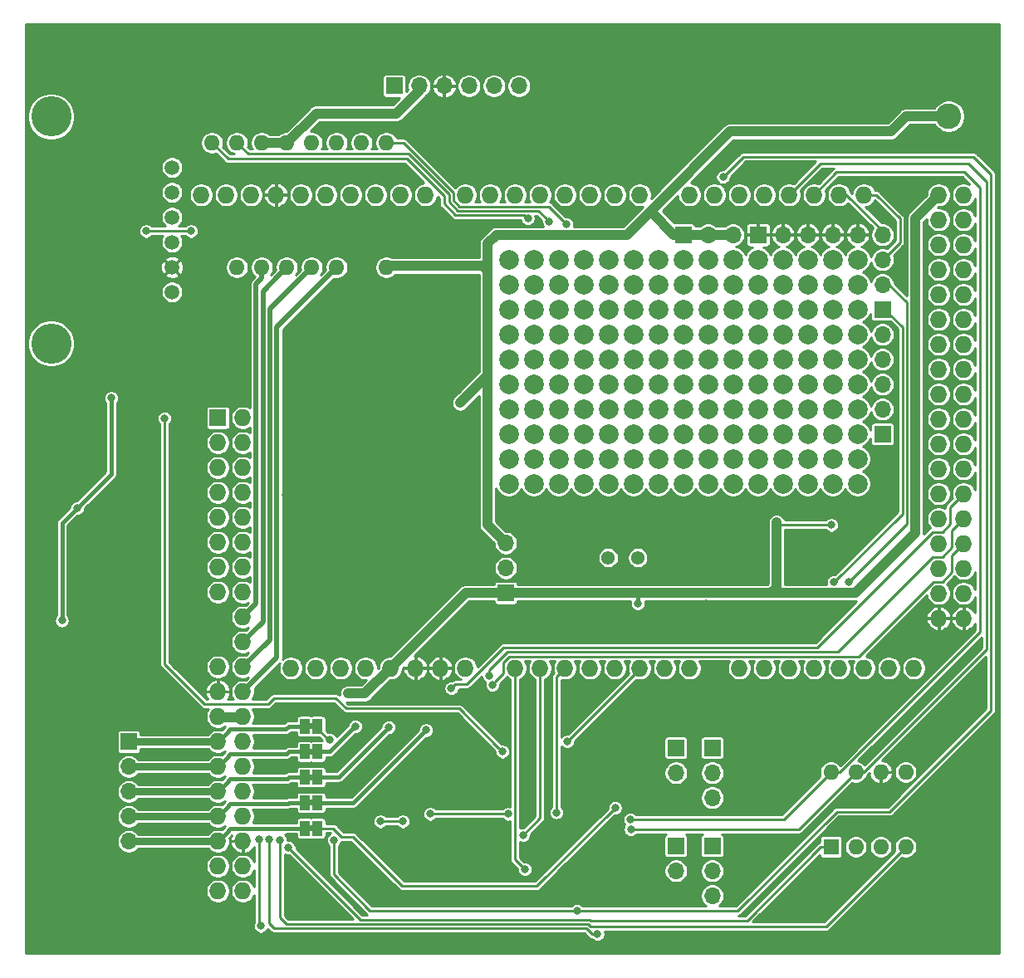
<source format=gbl>
G04 #@! TF.GenerationSoftware,KiCad,Pcbnew,(5.1.9-0-10_14)*
G04 #@! TF.CreationDate,2021-04-29T13:58:58+10:00*
G04 #@! TF.ProjectId,v0.4.4d,76302e34-2e34-4642-9e6b-696361645f70,4d*
G04 #@! TF.SameCoordinates,Original*
G04 #@! TF.FileFunction,Copper,L2,Bot*
G04 #@! TF.FilePolarity,Positive*
%FSLAX46Y46*%
G04 Gerber Fmt 4.6, Leading zero omitted, Abs format (unit mm)*
G04 Created by KiCad (PCBNEW (5.1.9-0-10_14)) date 2021-04-29 13:58:58*
%MOMM*%
%LPD*%
G01*
G04 APERTURE LIST*
G04 #@! TA.AperFunction,EtchedComponent*
%ADD10C,0.100000*%
G04 #@! TD*
G04 #@! TA.AperFunction,ComponentPad*
%ADD11C,2.000000*%
G04 #@! TD*
G04 #@! TA.AperFunction,ComponentPad*
%ADD12O,1.700000X1.700000*%
G04 #@! TD*
G04 #@! TA.AperFunction,ComponentPad*
%ADD13R,1.700000X1.700000*%
G04 #@! TD*
G04 #@! TA.AperFunction,SMDPad,CuDef*
%ADD14R,1.000000X1.500000*%
G04 #@! TD*
G04 #@! TA.AperFunction,ComponentPad*
%ADD15C,1.500000*%
G04 #@! TD*
G04 #@! TA.AperFunction,ComponentPad*
%ADD16C,4.100000*%
G04 #@! TD*
G04 #@! TA.AperFunction,ComponentPad*
%ADD17O,1.727200X1.727200*%
G04 #@! TD*
G04 #@! TA.AperFunction,ComponentPad*
%ADD18R,1.727200X1.727200*%
G04 #@! TD*
G04 #@! TA.AperFunction,ComponentPad*
%ADD19C,1.381000*%
G04 #@! TD*
G04 #@! TA.AperFunction,ComponentPad*
%ADD20R,1.600000X1.600000*%
G04 #@! TD*
G04 #@! TA.AperFunction,ComponentPad*
%ADD21O,1.600000X1.600000*%
G04 #@! TD*
G04 #@! TA.AperFunction,ComponentPad*
%ADD22C,2.600000*%
G04 #@! TD*
G04 #@! TA.AperFunction,ComponentPad*
%ADD23R,2.600000X2.600000*%
G04 #@! TD*
G04 #@! TA.AperFunction,ViaPad*
%ADD24C,0.800000*%
G04 #@! TD*
G04 #@! TA.AperFunction,ViaPad*
%ADD25C,1.000000*%
G04 #@! TD*
G04 #@! TA.AperFunction,Conductor*
%ADD26C,0.250000*%
G04 #@! TD*
G04 #@! TA.AperFunction,Conductor*
%ADD27C,1.000000*%
G04 #@! TD*
G04 #@! TA.AperFunction,Conductor*
%ADD28C,0.400000*%
G04 #@! TD*
G04 #@! TA.AperFunction,Conductor*
%ADD29C,0.500000*%
G04 #@! TD*
G04 #@! TA.AperFunction,Conductor*
%ADD30C,0.750000*%
G04 #@! TD*
G04 #@! TA.AperFunction,Conductor*
%ADD31C,0.100000*%
G04 #@! TD*
G04 APERTURE END LIST*
D10*
G36*
X140250000Y-121300000D02*
G01*
X139750000Y-121300000D01*
X139750000Y-121900000D01*
X140250000Y-121900000D01*
X140250000Y-121300000D01*
G37*
G36*
X140250000Y-118700000D02*
G01*
X139750000Y-118700000D01*
X139750000Y-119300000D01*
X140250000Y-119300000D01*
X140250000Y-118700000D01*
G37*
G36*
X140250000Y-116100000D02*
G01*
X139750000Y-116100000D01*
X139750000Y-116700000D01*
X140250000Y-116700000D01*
X140250000Y-116100000D01*
G37*
G36*
X140250000Y-113500000D02*
G01*
X139750000Y-113500000D01*
X139750000Y-114100000D01*
X140250000Y-114100000D01*
X140250000Y-113500000D01*
G37*
G36*
X140250000Y-110900000D02*
G01*
X139750000Y-110900000D01*
X139750000Y-111500000D01*
X140250000Y-111500000D01*
X140250000Y-110900000D01*
G37*
D11*
X195715000Y-86480000D03*
X193175000Y-86480000D03*
X190635000Y-86480000D03*
X188095000Y-86480000D03*
X185555000Y-86480000D03*
X183015000Y-86480000D03*
X180475000Y-86480000D03*
X177935000Y-86480000D03*
X175395000Y-86480000D03*
X172855000Y-86480000D03*
X170315000Y-86480000D03*
X167775000Y-86480000D03*
X165235000Y-86480000D03*
X162695000Y-86480000D03*
X160155000Y-86480000D03*
X195715000Y-83940000D03*
X193175000Y-83940000D03*
X190635000Y-83940000D03*
X188095000Y-83940000D03*
X185555000Y-83940000D03*
X183015000Y-83940000D03*
X180475000Y-83940000D03*
X177935000Y-83940000D03*
X175395000Y-83940000D03*
X172855000Y-83940000D03*
X170315000Y-83940000D03*
X167775000Y-83940000D03*
X165235000Y-83940000D03*
X162695000Y-83940000D03*
X160155000Y-83940000D03*
X195715000Y-81400000D03*
X193175000Y-81400000D03*
X190635000Y-81400000D03*
X188095000Y-81400000D03*
X185555000Y-81400000D03*
X183015000Y-81400000D03*
X180475000Y-81400000D03*
X177935000Y-81400000D03*
X175395000Y-81400000D03*
X172855000Y-81400000D03*
X170315000Y-81400000D03*
X167775000Y-81400000D03*
X165235000Y-81400000D03*
X162695000Y-81400000D03*
X160155000Y-81400000D03*
X195715000Y-78860000D03*
X193175000Y-78860000D03*
X190635000Y-78860000D03*
X188095000Y-78860000D03*
X185555000Y-78860000D03*
X183015000Y-78860000D03*
X180475000Y-78860000D03*
X177935000Y-78860000D03*
X175395000Y-78860000D03*
X172855000Y-78860000D03*
X170315000Y-78860000D03*
X167775000Y-78860000D03*
X165235000Y-78860000D03*
X162695000Y-78860000D03*
X160155000Y-78860000D03*
X195715000Y-76320000D03*
X193175000Y-76320000D03*
X190635000Y-76320000D03*
X188095000Y-76320000D03*
X185555000Y-76320000D03*
X183015000Y-76320000D03*
X180475000Y-76320000D03*
X177935000Y-76320000D03*
X175395000Y-76320000D03*
X172855000Y-76320000D03*
X170315000Y-76320000D03*
X167775000Y-76320000D03*
X165235000Y-76320000D03*
X162695000Y-76320000D03*
X160155000Y-76320000D03*
X195715000Y-73780000D03*
X193175000Y-73780000D03*
X190635000Y-73780000D03*
X188095000Y-73780000D03*
X185555000Y-73780000D03*
X183015000Y-73780000D03*
X180475000Y-73780000D03*
X177935000Y-73780000D03*
X175395000Y-73780000D03*
X172855000Y-73780000D03*
X170315000Y-73780000D03*
X167775000Y-73780000D03*
X165235000Y-73780000D03*
X162695000Y-73780000D03*
X160155000Y-73780000D03*
X195715000Y-71240000D03*
X193175000Y-71240000D03*
X190635000Y-71240000D03*
X188095000Y-71240000D03*
X185555000Y-71240000D03*
X183015000Y-71240000D03*
X180475000Y-71240000D03*
X177935000Y-71240000D03*
X175395000Y-71240000D03*
X172855000Y-71240000D03*
X170315000Y-71240000D03*
X167775000Y-71240000D03*
X165235000Y-71240000D03*
X162695000Y-71240000D03*
X160155000Y-71240000D03*
X195715000Y-68700000D03*
X193175000Y-68700000D03*
X190635000Y-68700000D03*
X188095000Y-68700000D03*
X185555000Y-68700000D03*
X183015000Y-68700000D03*
X180475000Y-68700000D03*
X177935000Y-68700000D03*
X175395000Y-68700000D03*
X172855000Y-68700000D03*
X170315000Y-68700000D03*
X167775000Y-68700000D03*
X165235000Y-68700000D03*
X162695000Y-68700000D03*
X160155000Y-68700000D03*
X195715000Y-66160000D03*
X193175000Y-66160000D03*
X190635000Y-66160000D03*
X188095000Y-66160000D03*
X185555000Y-66160000D03*
X183015000Y-66160000D03*
X180475000Y-66160000D03*
X177935000Y-66160000D03*
X175395000Y-66160000D03*
X172855000Y-66160000D03*
X170315000Y-66160000D03*
X167775000Y-66160000D03*
X165235000Y-66160000D03*
X162695000Y-66160000D03*
X160155000Y-66160000D03*
X195715000Y-63620000D03*
X193175000Y-63620000D03*
X190635000Y-63620000D03*
X188095000Y-63620000D03*
X185555000Y-63620000D03*
X183015000Y-63620000D03*
X180475000Y-63620000D03*
X177935000Y-63620000D03*
X175395000Y-63620000D03*
X172855000Y-63620000D03*
X170315000Y-63620000D03*
X167775000Y-63620000D03*
X165235000Y-63620000D03*
X162695000Y-63620000D03*
X160155000Y-63620000D03*
D12*
X183015000Y-61080000D03*
X180475000Y-61080000D03*
D13*
X177935000Y-61080000D03*
D12*
X121412000Y-122936000D03*
X121412000Y-120396000D03*
X121412000Y-117856000D03*
X121412000Y-115316000D03*
D13*
X121412000Y-112776000D03*
D12*
X161180000Y-45900000D03*
X158640000Y-45900000D03*
X156100000Y-45900000D03*
X153560000Y-45900000D03*
X151020000Y-45900000D03*
D13*
X148480000Y-45900000D03*
D14*
X139350000Y-121600000D03*
X140650000Y-121600000D03*
X139350000Y-119000000D03*
X140650000Y-119000000D03*
X139350000Y-116400000D03*
X140650000Y-116400000D03*
X139350000Y-113800000D03*
X140650000Y-113800000D03*
X139350000Y-111200000D03*
X140650000Y-111200000D03*
D12*
X177200000Y-125940000D03*
D13*
X177200000Y-123400000D03*
D12*
X177200000Y-115940000D03*
D13*
X177200000Y-113400000D03*
D12*
X180900000Y-128480000D03*
X180900000Y-125940000D03*
D13*
X180900000Y-123400000D03*
D12*
X180900000Y-118480000D03*
X180900000Y-115940000D03*
D13*
X180900000Y-113400000D03*
D12*
X159850000Y-92520000D03*
X159850000Y-95060000D03*
D13*
X159850000Y-97600000D03*
D15*
X125820000Y-66922000D03*
X125820000Y-64382000D03*
X125820000Y-61842000D03*
X125820000Y-59302000D03*
X125820000Y-56762000D03*
X125820000Y-54222000D03*
D16*
X113500000Y-49022000D03*
X113500000Y-72172000D03*
D17*
X160800000Y-105260000D03*
X155720000Y-105260000D03*
X153180000Y-105260000D03*
X150640000Y-105260000D03*
X148100000Y-105260000D03*
X145560000Y-105260000D03*
X143020000Y-105260000D03*
X140480000Y-105260000D03*
X196360000Y-57000000D03*
X193820000Y-57000000D03*
X191280000Y-57000000D03*
X188740000Y-57000000D03*
X186200000Y-57000000D03*
X183660000Y-57000000D03*
X181120000Y-57000000D03*
X178580000Y-57000000D03*
X173500000Y-57000000D03*
X170960000Y-57000000D03*
X168420000Y-57000000D03*
X165880000Y-57000000D03*
X163340000Y-57000000D03*
X160800000Y-57000000D03*
X158260000Y-57000000D03*
X155720000Y-57000000D03*
X136416000Y-57000000D03*
X151656000Y-57000000D03*
X149116000Y-57000000D03*
X146576000Y-57000000D03*
X128796000Y-57000000D03*
X131336000Y-57000000D03*
X133876000Y-57000000D03*
X138956000Y-57000000D03*
X141496000Y-57000000D03*
X144036000Y-57000000D03*
X137940000Y-105260000D03*
X163340000Y-105260000D03*
X165880000Y-105260000D03*
X168420000Y-105260000D03*
X170960000Y-105260000D03*
X173500000Y-105260000D03*
X176040000Y-105260000D03*
X178580000Y-105260000D03*
X183660000Y-105260000D03*
X186200000Y-105260000D03*
X188740000Y-105260000D03*
X191280000Y-105260000D03*
X193820000Y-105260000D03*
X196360000Y-105260000D03*
X198900000Y-105260000D03*
X201440000Y-105260000D03*
X203980000Y-57000000D03*
X206520000Y-57000000D03*
X203980000Y-59540000D03*
X206520000Y-59540000D03*
X203980000Y-62080000D03*
X206520000Y-62080000D03*
X203980000Y-64620000D03*
X206520000Y-64620000D03*
X203980000Y-67160000D03*
X206520000Y-67160000D03*
X203980000Y-69700000D03*
X206520000Y-69700000D03*
X203980000Y-72240000D03*
X206520000Y-72240000D03*
X203980000Y-74780000D03*
X206520000Y-74780000D03*
X203980000Y-77320000D03*
X206520000Y-77320000D03*
X203980000Y-79860000D03*
X206520000Y-79860000D03*
X203980000Y-82400000D03*
X206520000Y-82400000D03*
X203980000Y-84940000D03*
X206520000Y-84940000D03*
X203980000Y-87480000D03*
X206520000Y-87480000D03*
X203980000Y-90020000D03*
X206520000Y-90020000D03*
X203980000Y-92560000D03*
X206520000Y-92560000D03*
X203980000Y-95100000D03*
X206520000Y-95100000D03*
X203980000Y-97640000D03*
X206520000Y-97640000D03*
X203980000Y-100180000D03*
X206520000Y-100180000D03*
D18*
X130500000Y-79740000D03*
D17*
X133040000Y-79740000D03*
X130500000Y-82280000D03*
X133040000Y-82280000D03*
X130500000Y-84820000D03*
X133040000Y-84820000D03*
X130500000Y-87360000D03*
X133040000Y-87360000D03*
X130500000Y-89900000D03*
X133040000Y-89900000D03*
X130500000Y-92440000D03*
X133040000Y-92440000D03*
X130500000Y-94980000D03*
X133040000Y-94980000D03*
X130500000Y-97520000D03*
X133040000Y-97520000D03*
X130500000Y-100060000D03*
X133040000Y-100060000D03*
X130500000Y-102600000D03*
X133040000Y-102600000D03*
X130500000Y-105140000D03*
X133040000Y-105140000D03*
X130500000Y-107680000D03*
X133040000Y-107680000D03*
X130500000Y-110220000D03*
X133040000Y-110220000D03*
X130500000Y-112760000D03*
X133040000Y-112760000D03*
X130500000Y-115300000D03*
X133040000Y-115300000D03*
X130500000Y-117840000D03*
X133040000Y-117840000D03*
X130500000Y-120380000D03*
X133040000Y-120380000D03*
X130500000Y-122920000D03*
X133040000Y-122920000D03*
X130500000Y-125460000D03*
X133040000Y-125460000D03*
X130500000Y-128000000D03*
X133040000Y-128000000D03*
D19*
X173300000Y-94000000D03*
X170300000Y-94000000D03*
D20*
X129900000Y-64400000D03*
D21*
X147680000Y-51700000D03*
X132440000Y-64400000D03*
X145140000Y-51700000D03*
X134980000Y-64400000D03*
X142600000Y-51700000D03*
X137520000Y-64400000D03*
X140060000Y-51700000D03*
X140060000Y-64400000D03*
X137520000Y-51700000D03*
X142600000Y-64400000D03*
X134980000Y-51700000D03*
D20*
X145140000Y-64400000D03*
D21*
X132440000Y-51700000D03*
X147680000Y-64400000D03*
X129900000Y-51700000D03*
D20*
X193000000Y-123500000D03*
D21*
X200620000Y-115880000D03*
X195540000Y-123500000D03*
X198080000Y-115880000D03*
X198080000Y-123500000D03*
X195540000Y-115880000D03*
X200620000Y-123500000D03*
X193000000Y-115880000D03*
D22*
X205000000Y-49000000D03*
D23*
X205000000Y-44000000D03*
D13*
X198255000Y-68700000D03*
D12*
X198255000Y-66160000D03*
X198255000Y-63620000D03*
X198255000Y-61080000D03*
D13*
X198255000Y-81400000D03*
D12*
X198255000Y-78860000D03*
X198255000Y-76320000D03*
X198255000Y-73780000D03*
X198255000Y-71240000D03*
X195715000Y-61080000D03*
X193175000Y-61080000D03*
X190635000Y-61080000D03*
X188095000Y-61080000D03*
D13*
X185555000Y-61080000D03*
D24*
X169200000Y-114300000D03*
X159500000Y-124600000D03*
X158800000Y-122400000D03*
X153200000Y-108200000D03*
X126500000Y-90400000D03*
X150749000Y-107442000D03*
X127600000Y-92900000D03*
X136300000Y-112700000D03*
X137400000Y-115300000D03*
X162200000Y-113500000D03*
X145300000Y-127300000D03*
X127600000Y-94400000D03*
X128778000Y-87000000D03*
X127500000Y-89500000D03*
X159500000Y-126700000D03*
X144200000Y-121000000D03*
X139100000Y-129900000D03*
X138600000Y-128100000D03*
X158600000Y-129000000D03*
X138700000Y-125800000D03*
X128778000Y-85852000D03*
X165100000Y-127800000D03*
X141875000Y-73600000D03*
X139500000Y-81275000D03*
X140843000Y-86995000D03*
X138684000Y-84074000D03*
X162300000Y-109800000D03*
X180251552Y-98700010D03*
X193000000Y-94000000D03*
X184000000Y-94000000D03*
X149400000Y-90300000D03*
X141200000Y-84000000D03*
X139100000Y-123300000D03*
X142000000Y-41450000D03*
X140100000Y-46750000D03*
X142400000Y-44350000D03*
X149800000Y-98725000D03*
X202700000Y-108300000D03*
X175000000Y-117500000D03*
X184500000Y-119200000D03*
X191500000Y-128500000D03*
X176000000Y-133000000D03*
X198000000Y-128100000D03*
X194000000Y-118900000D03*
X164200000Y-117300000D03*
X170900000Y-128700000D03*
X175300000Y-128500000D03*
X165800000Y-121800000D03*
X190100000Y-99300000D03*
X147508736Y-117746075D03*
X136800000Y-109250000D03*
X144947746Y-110303094D03*
X166750000Y-42950000D03*
X169290000Y-42950000D03*
X171830000Y-42950000D03*
X174370000Y-42950000D03*
X166750000Y-45490000D03*
X169290000Y-45490000D03*
X171830000Y-45490000D03*
X174370000Y-45490000D03*
X166750000Y-48030000D03*
X169290000Y-48030000D03*
X171830000Y-48030000D03*
X174370000Y-48030000D03*
X166750000Y-50570000D03*
X169290000Y-50570000D03*
X171830000Y-50570000D03*
X174370000Y-50570000D03*
X156210000Y-118618000D03*
X166878000Y-106934000D03*
X154000000Y-97200000D03*
X149775000Y-95450000D03*
X153800000Y-85300000D03*
X140925000Y-76325000D03*
X137668000Y-84074000D03*
X139446000Y-78486000D03*
X137414000Y-87630000D03*
X121920000Y-95758000D03*
X121920000Y-98298000D03*
X113030000Y-106934000D03*
X114046000Y-106934000D03*
X115062000Y-106934000D03*
X116078000Y-106934000D03*
X113030000Y-107950000D03*
X116078000Y-107950000D03*
X114046000Y-107950000D03*
X115062000Y-107950000D03*
X113030000Y-108966000D03*
X115062000Y-108966000D03*
X116078000Y-108966000D03*
X114046000Y-108966000D03*
X113030000Y-109982000D03*
X114046000Y-109982000D03*
X115062000Y-109982000D03*
X116078000Y-109982000D03*
X128778000Y-84582000D03*
X128016000Y-100076000D03*
X128016000Y-102362000D03*
X152908000Y-73660000D03*
X147066000Y-82296000D03*
X147066000Y-85344000D03*
X205740000Y-125984000D03*
X207010000Y-125984000D03*
X208280000Y-125984000D03*
X207010000Y-127000000D03*
X205740000Y-127000000D03*
X208280000Y-127000000D03*
X207010000Y-128016000D03*
X208280000Y-128016000D03*
X205740000Y-128016000D03*
X127000000Y-72898000D03*
X127000000Y-74930000D03*
X128016000Y-74930000D03*
X129032000Y-74930000D03*
X130048000Y-72898000D03*
X130048000Y-74930000D03*
X127000000Y-73914000D03*
X129032000Y-73914000D03*
X130048000Y-73914000D03*
X128016000Y-73914000D03*
X129032000Y-75946000D03*
X127000000Y-75946000D03*
X128016000Y-75946000D03*
X130048000Y-75946000D03*
X128016000Y-72898000D03*
X129032000Y-72898000D03*
X138430000Y-72136000D03*
X139700000Y-72136000D03*
X140970000Y-72136000D03*
X142240000Y-72136000D03*
X137668000Y-81280000D03*
X144780000Y-132842000D03*
X199390000Y-56642000D03*
X201168000Y-56642000D03*
X165000000Y-120000000D03*
X161792500Y-125792500D03*
X161600000Y-122300000D03*
X173300000Y-98700000D03*
X187452000Y-90424000D03*
X193040000Y-90678000D03*
D25*
X143752645Y-107866047D03*
D24*
X114600000Y-100425000D03*
X116150000Y-88950000D03*
D25*
X155194000Y-78232000D03*
D24*
X127762000Y-60706000D03*
X123190000Y-60706000D03*
X119634000Y-77724000D03*
X158475164Y-106965007D03*
X162100000Y-59400000D03*
X166023452Y-59986990D03*
X154304442Y-107314791D03*
X158159977Y-106015965D03*
X167100000Y-130000000D03*
X142299998Y-122800000D03*
X182000000Y-55200000D03*
X141899518Y-112574434D03*
X172600000Y-121700000D03*
X172552644Y-120701110D03*
X193300000Y-96500000D03*
X194800000Y-96500000D03*
X164278465Y-59725011D03*
X137700000Y-123600000D03*
X136800000Y-122800002D03*
X149352000Y-120904000D03*
X147066000Y-120904000D03*
X151712856Y-111599925D03*
X135700000Y-122700000D03*
X169200000Y-132392990D03*
X134700000Y-122699998D03*
X134874000Y-131572000D03*
X144505459Y-111199981D03*
X147929818Y-111289564D03*
X171000000Y-119500000D03*
X166111347Y-112771347D03*
X152146000Y-120142000D03*
X160075000Y-120142000D03*
X159512000Y-113792000D03*
X125070001Y-79780999D03*
D26*
X165000000Y-106140000D02*
X165880000Y-105260000D01*
X165000000Y-120000000D02*
X165000000Y-106140000D01*
X160800000Y-124800000D02*
X160800000Y-105260000D01*
X161792500Y-125792500D02*
X160800000Y-124800000D01*
X163340000Y-105260000D02*
X163340000Y-120560000D01*
X163340000Y-120560000D02*
X161600000Y-122300000D01*
D27*
X134980000Y-51700000D02*
X137520000Y-51700000D01*
X151020000Y-46380000D02*
X151020000Y-45900000D01*
X148700000Y-48700000D02*
X151020000Y-46380000D01*
X137520000Y-51700000D02*
X140520000Y-48700000D01*
X140520000Y-48700000D02*
X148700000Y-48700000D01*
X201600000Y-91500000D02*
X195500000Y-97600000D01*
X203980000Y-57000000D02*
X201600000Y-59380000D01*
X201600000Y-59380000D02*
X201600000Y-91500000D01*
D28*
X173300000Y-97900000D02*
X173000000Y-97600000D01*
X173300000Y-98700000D02*
X173300000Y-97900000D01*
D27*
X173000000Y-97600000D02*
X158100000Y-97600000D01*
X186900000Y-97600000D02*
X173000000Y-97600000D01*
X195500000Y-97600000D02*
X186900000Y-97600000D01*
X187452000Y-97048000D02*
X187452000Y-90989685D01*
X186900000Y-97600000D02*
X187452000Y-97048000D01*
X187452000Y-90989685D02*
X187452000Y-90424000D01*
D26*
X187763685Y-90678000D02*
X187452000Y-90989685D01*
X193040000Y-90678000D02*
X187763685Y-90678000D01*
D27*
X145493953Y-107866047D02*
X144459751Y-107866047D01*
X148100000Y-105260000D02*
X145493953Y-107866047D01*
X144459751Y-107866047D02*
X143752645Y-107866047D01*
X155760000Y-97600000D02*
X148100000Y-105260000D01*
X159850000Y-97600000D02*
X155760000Y-97600000D01*
X159850000Y-97600000D02*
X159850000Y-97375000D01*
D28*
X114600000Y-90500000D02*
X114600000Y-100400000D01*
X116150000Y-88950000D02*
X114600000Y-90500000D01*
D27*
X176985000Y-61080000D02*
X183015000Y-61080000D01*
X174798935Y-58466935D02*
X174798935Y-58893935D01*
X174798935Y-58893935D02*
X176985000Y-61080000D01*
X157988000Y-61976000D02*
X157988000Y-64516000D01*
X158877000Y-61087000D02*
X157988000Y-61976000D01*
X172178870Y-61087000D02*
X158877000Y-61087000D01*
X174798935Y-58466935D02*
X172178870Y-61087000D01*
X157988000Y-64770000D02*
X157988000Y-75288000D01*
X157480000Y-64262000D02*
X157988000Y-64770000D01*
X147818000Y-64262000D02*
X153416000Y-64262000D01*
X147680000Y-64400000D02*
X147818000Y-64262000D01*
X157988000Y-90658000D02*
X159850000Y-92520000D01*
X157988000Y-75512000D02*
X157988000Y-90658000D01*
D26*
X127762000Y-60706000D02*
X123190000Y-60706000D01*
D28*
X119634000Y-85466000D02*
X116150000Y-88950000D01*
X119634000Y-77978000D02*
X119634000Y-85466000D01*
D27*
X182719870Y-50546000D02*
X174798935Y-58466935D01*
X199136000Y-50546000D02*
X182719870Y-50546000D01*
X200682000Y-49000000D02*
X199136000Y-50546000D01*
X205000000Y-49000000D02*
X200682000Y-49000000D01*
X155693999Y-77732001D02*
X155194000Y-78232000D01*
X157734000Y-75692000D02*
X155693999Y-77732001D01*
X157988000Y-75692000D02*
X157734000Y-75692000D01*
X153416000Y-64262000D02*
X157480000Y-64262000D01*
D26*
X159611399Y-104689471D02*
X159611399Y-105828772D01*
X160229471Y-104071399D02*
X159611399Y-104689471D01*
X205331399Y-93748601D02*
X205331399Y-95507731D01*
X204387731Y-96451399D02*
X203485012Y-96451399D01*
X195865012Y-104071399D02*
X160229471Y-104071399D01*
X205331399Y-95507731D02*
X204387731Y-96451399D01*
X206520000Y-92560000D02*
X205331399Y-93748601D01*
X203485012Y-96451399D02*
X195865012Y-104071399D01*
X158875163Y-106565008D02*
X158475164Y-106965007D01*
X159611399Y-105828772D02*
X158875163Y-106565008D01*
X197581314Y-57000000D02*
X196360000Y-57000000D01*
X200025000Y-59443686D02*
X197581314Y-57000000D01*
X198255000Y-63620000D02*
X200025000Y-61850000D01*
X200025000Y-61850000D02*
X200025000Y-59443686D01*
X198255000Y-60655000D02*
X198255000Y-61080000D01*
X193820000Y-57000000D02*
X194600000Y-57000000D01*
X194600000Y-57000000D02*
X198255000Y-60655000D01*
X162000000Y-59400000D02*
X162100000Y-59400000D01*
X161688623Y-59088623D02*
X162000000Y-59400000D01*
X131540000Y-53340000D02*
X149755130Y-53340000D01*
X129900000Y-51700000D02*
X131540000Y-53340000D01*
X153543000Y-57127870D02*
X153543000Y-57912000D01*
X149755130Y-53340000D02*
X153543000Y-57127870D01*
X153543000Y-57912000D02*
X154719623Y-59088623D01*
X154719623Y-59088623D02*
X161688623Y-59088623D01*
X164225063Y-58188601D02*
X165623453Y-59586991D01*
X147680000Y-51700000D02*
X149436411Y-51700000D01*
X154531399Y-56794988D02*
X154531399Y-57570529D01*
X149436411Y-51700000D02*
X154531399Y-56794988D01*
X165623453Y-59586991D02*
X166023452Y-59986990D01*
X155149471Y-58188601D02*
X164225063Y-58188601D01*
X154531399Y-57570529D02*
X155149471Y-58188601D01*
X204387731Y-91371399D02*
X203409471Y-91371399D01*
X206520000Y-87480000D02*
X205168601Y-88831399D01*
X205168601Y-88831399D02*
X205168601Y-90590529D01*
X155885208Y-106914792D02*
X154704441Y-106914792D01*
X154704441Y-106914792D02*
X154304442Y-107314791D01*
X159628621Y-103171379D02*
X155885208Y-106914792D01*
X191609491Y-103171379D02*
X159628621Y-103171379D01*
X203409471Y-91371399D02*
X191609491Y-103171379D01*
X205168601Y-90590529D02*
X204387731Y-91371399D01*
X203409471Y-93911399D02*
X193699480Y-103621390D01*
X206520000Y-90020000D02*
X205331399Y-91208601D01*
X204387731Y-93911399D02*
X203409471Y-93911399D01*
X158159977Y-105450280D02*
X158159977Y-106015965D01*
X205331399Y-92967731D02*
X204387731Y-93911399D01*
X193699480Y-103621390D02*
X159988867Y-103621390D01*
X159988867Y-103621390D02*
X158159977Y-105450280D01*
X205331399Y-91208601D02*
X205331399Y-92967731D01*
X142299998Y-126299998D02*
X142299998Y-122800000D01*
X167100000Y-130000000D02*
X146000000Y-130000000D01*
X146000000Y-130000000D02*
X142299998Y-126299998D01*
X140650000Y-111450000D02*
X141774434Y-112574434D01*
X141774434Y-112574434D02*
X141899518Y-112574434D01*
X140650000Y-111200000D02*
X140650000Y-111450000D01*
X184100000Y-53100000D02*
X182000000Y-55200000D01*
X207500000Y-53100000D02*
X184100000Y-53100000D01*
X209296000Y-54896000D02*
X207500000Y-53100000D01*
X209296000Y-109604000D02*
X209296000Y-54896000D01*
X193600000Y-119900000D02*
X199000000Y-119900000D01*
X183500000Y-130000000D02*
X193600000Y-119900000D01*
X167100000Y-130000000D02*
X183500000Y-130000000D01*
X199000000Y-119900000D02*
X209296000Y-109604000D01*
X195540000Y-115880000D02*
X189720000Y-121700000D01*
X189720000Y-121700000D02*
X172600000Y-121700000D01*
X207000000Y-53800000D02*
X191940000Y-53800000D01*
X196320000Y-115880000D02*
X208845989Y-103354011D01*
X208845989Y-103354011D02*
X208845989Y-55645989D01*
X208845989Y-55645989D02*
X207000000Y-53800000D01*
X195540000Y-115880000D02*
X196320000Y-115880000D01*
X191940000Y-53800000D02*
X188740000Y-57000000D01*
X188178890Y-120701110D02*
X172552644Y-120701110D01*
X193000000Y-115880000D02*
X188178890Y-120701110D01*
X193580000Y-54700000D02*
X191280000Y-57000000D01*
X206600000Y-54700000D02*
X193580000Y-54700000D01*
X208200000Y-56300000D02*
X206600000Y-54700000D01*
X208200000Y-101600000D02*
X208200000Y-56300000D01*
X193000000Y-115880000D02*
X193920000Y-115880000D01*
X193920000Y-115880000D02*
X208200000Y-101600000D01*
X198494000Y-68700000D02*
X198255000Y-68700000D01*
X200279000Y-70485000D02*
X198494000Y-68700000D01*
X193300000Y-96500000D02*
X200279000Y-89521000D01*
X200279000Y-89521000D02*
X200279000Y-70485000D01*
X198900000Y-66160000D02*
X198255000Y-66160000D01*
X200729011Y-67989011D02*
X198900000Y-66160000D01*
X194800000Y-96500000D02*
X200729011Y-90570989D01*
X200729011Y-90570989D02*
X200729011Y-67989011D01*
X163878466Y-59325012D02*
X164278465Y-59725011D01*
X133565001Y-52825001D02*
X149925001Y-52825001D01*
X132440000Y-51700000D02*
X133565001Y-52825001D01*
X149925001Y-52825001D02*
X154051000Y-56951000D01*
X154051000Y-56951000D02*
X154051000Y-57726541D01*
X154051000Y-57726541D02*
X154963071Y-58638612D01*
X163192066Y-58638612D02*
X163878466Y-59325012D01*
X154963071Y-58638612D02*
X163192066Y-58638612D01*
D29*
X134980000Y-65531370D02*
X134980000Y-64400000D01*
X134399978Y-66111392D02*
X134980000Y-65531370D01*
X134399978Y-87069850D02*
X134399978Y-66111392D01*
X134399967Y-87069861D02*
X134399978Y-87069850D01*
X133040000Y-100060000D02*
X134399967Y-98700033D01*
X134399967Y-98700033D02*
X134399967Y-87069861D01*
X136720001Y-65199999D02*
X137520000Y-64400000D01*
X135099989Y-66820011D02*
X136720001Y-65199999D01*
X135099989Y-85420082D02*
X135099989Y-66820011D01*
X135099978Y-85420093D02*
X135099989Y-85420082D01*
X133040000Y-102600000D02*
X135099978Y-100540022D01*
X135099978Y-100540022D02*
X135099978Y-85420093D01*
X139260001Y-65199999D02*
X140060000Y-64400000D01*
X135800000Y-68660000D02*
X139260001Y-65199999D01*
X135800000Y-85900000D02*
X135800000Y-68660000D01*
X135799989Y-85900011D02*
X135800000Y-85900000D01*
X133040000Y-105140000D02*
X135799989Y-102380011D01*
X135799989Y-102380011D02*
X135799989Y-85900011D01*
X133040000Y-107680000D02*
X136500000Y-104220000D01*
X136500000Y-104220000D02*
X136500000Y-70500000D01*
X136500000Y-70500000D02*
X142600000Y-64400000D01*
D26*
X168440125Y-130925978D02*
X145025978Y-130925978D01*
X193000000Y-123500000D02*
X191950000Y-123500000D01*
X145025978Y-130925978D02*
X138099999Y-123999999D01*
X191950000Y-123500000D02*
X184450000Y-131000000D01*
X184450000Y-131000000D02*
X168514147Y-131000000D01*
X138099999Y-123999999D02*
X137700000Y-123600000D01*
X168514147Y-131000000D02*
X168440125Y-130925978D01*
X168507725Y-131629989D02*
X168253725Y-131375989D01*
X200620000Y-123500000D02*
X192490011Y-131629989D01*
X192490011Y-131629989D02*
X168507725Y-131629989D01*
X168253725Y-131375989D02*
X137475989Y-131375989D01*
X137475989Y-131375989D02*
X136800000Y-130700000D01*
X136800000Y-123365687D02*
X136800000Y-122800002D01*
X136800000Y-130700000D02*
X136800000Y-123365687D01*
X149352000Y-120904000D02*
X147066000Y-120904000D01*
X147066000Y-120904000D02*
X147066000Y-120904000D01*
D28*
X151312857Y-111999924D02*
X151712856Y-111599925D01*
X144312781Y-119000000D02*
X151312857Y-111999924D01*
X140700000Y-119000000D02*
X144312781Y-119000000D01*
X131363599Y-111896401D02*
X130500000Y-112760000D01*
X137750000Y-111200000D02*
X137453601Y-111496399D01*
X139300000Y-111200000D02*
X137750000Y-111200000D01*
X137453601Y-111496399D02*
X131763601Y-111496399D01*
X131763601Y-111496399D02*
X131363599Y-111896401D01*
D30*
X130484000Y-112776000D02*
X130500000Y-112760000D01*
X121412000Y-112776000D02*
X130484000Y-112776000D01*
D28*
X131363599Y-114436401D02*
X130500000Y-115300000D01*
X131776399Y-114023601D02*
X131363599Y-114436401D01*
X137526399Y-114023601D02*
X131776399Y-114023601D01*
X139200000Y-113800000D02*
X137750000Y-113800000D01*
X137750000Y-113800000D02*
X137526399Y-114023601D01*
D30*
X130484000Y-115316000D02*
X130500000Y-115300000D01*
X121412000Y-115316000D02*
X130484000Y-115316000D01*
D28*
X131363599Y-116976401D02*
X130500000Y-117840000D01*
X131776399Y-116563601D02*
X131363599Y-116976401D01*
X137586399Y-116563601D02*
X131776399Y-116563601D01*
X139200000Y-116400000D02*
X137750000Y-116400000D01*
X137750000Y-116400000D02*
X137586399Y-116563601D01*
D30*
X130484000Y-117856000D02*
X130500000Y-117840000D01*
X121412000Y-117856000D02*
X130484000Y-117856000D01*
D26*
X136226000Y-131826000D02*
X168067325Y-131826000D01*
X135700000Y-131300000D02*
X136226000Y-131826000D01*
X168067325Y-131826000D02*
X168634315Y-132392990D01*
X135700000Y-122700000D02*
X135700000Y-131300000D01*
X168634315Y-132392990D02*
X169200000Y-132392990D01*
D28*
X131363599Y-119516401D02*
X130500000Y-120380000D01*
X131776399Y-119103601D02*
X131363599Y-119516401D01*
X137646399Y-119103601D02*
X131776399Y-119103601D01*
X139300000Y-119000000D02*
X137750000Y-119000000D01*
X137750000Y-119000000D02*
X137646399Y-119103601D01*
D30*
X130484000Y-120396000D02*
X130500000Y-120380000D01*
X121412000Y-120396000D02*
X130484000Y-120396000D01*
D26*
X134700000Y-122699998D02*
X134700000Y-131398000D01*
X134700000Y-131398000D02*
X134874000Y-131572000D01*
D28*
X131363599Y-122056401D02*
X130500000Y-122920000D01*
X131776399Y-121643601D02*
X131363599Y-122056401D01*
X137356399Y-121643601D02*
X131776399Y-121643601D01*
X139300000Y-121600000D02*
X137400000Y-121600000D01*
X137400000Y-121600000D02*
X137356399Y-121643601D01*
D30*
X130484000Y-122936000D02*
X130500000Y-122920000D01*
X121412000Y-122936000D02*
X130484000Y-122936000D01*
D28*
X141905440Y-113800000D02*
X144105460Y-111599980D01*
X144105460Y-111599980D02*
X144505459Y-111199981D01*
X140700000Y-113800000D02*
X141905440Y-113800000D01*
X140700000Y-116400000D02*
X142819382Y-116400000D01*
X147529819Y-111689563D02*
X147929818Y-111289564D01*
X142819382Y-116400000D02*
X147529819Y-111689563D01*
D26*
X163000000Y-127500000D02*
X171000000Y-119500000D01*
X149300000Y-127500000D02*
X163000000Y-127500000D01*
X144251999Y-122451999D02*
X149300000Y-127500000D01*
X143125001Y-122451999D02*
X144251999Y-122451999D01*
X140650000Y-121600000D02*
X142273002Y-121600000D01*
X142273002Y-121600000D02*
X143125001Y-122451999D01*
D27*
X132939998Y-110320002D02*
X133040000Y-110220000D01*
X130600002Y-110320002D02*
X132939998Y-110320002D01*
X130500000Y-110220000D02*
X130600002Y-110320002D01*
D26*
X173500000Y-105382694D02*
X173500000Y-105260000D01*
X166111347Y-112771347D02*
X173500000Y-105382694D01*
X152146000Y-120142000D02*
X160075000Y-120142000D01*
X143586366Y-109399446D02*
X155119446Y-109399446D01*
X142498921Y-108312001D02*
X143586366Y-109399446D01*
X155119446Y-109399446D02*
X159112001Y-113392001D01*
X136232314Y-108312001D02*
X142498921Y-108312001D01*
X135594310Y-108950005D02*
X136232314Y-108312001D01*
X129157644Y-108950005D02*
X135594310Y-108950005D01*
X159112001Y-113392001D02*
X159512000Y-113792000D01*
X125070001Y-79780999D02*
X125070001Y-104862362D01*
X125070001Y-104862362D02*
X129157644Y-108950005D01*
X125222000Y-79629000D02*
X125070001Y-79780999D01*
X210100001Y-134375000D02*
X110900000Y-134375000D01*
X110900000Y-127878009D01*
X129261400Y-127878009D01*
X129261400Y-128121991D01*
X129308999Y-128361286D01*
X129402367Y-128586697D01*
X129537917Y-128789561D01*
X129710439Y-128962083D01*
X129913303Y-129097633D01*
X130138714Y-129191001D01*
X130378009Y-129238600D01*
X130621991Y-129238600D01*
X130861286Y-129191001D01*
X131086697Y-129097633D01*
X131289561Y-128962083D01*
X131462083Y-128789561D01*
X131597633Y-128586697D01*
X131691001Y-128361286D01*
X131738600Y-128121991D01*
X131738600Y-127878009D01*
X131691001Y-127638714D01*
X131597633Y-127413303D01*
X131462083Y-127210439D01*
X131289561Y-127037917D01*
X131086697Y-126902367D01*
X130861286Y-126808999D01*
X130621991Y-126761400D01*
X130378009Y-126761400D01*
X130138714Y-126808999D01*
X129913303Y-126902367D01*
X129710439Y-127037917D01*
X129537917Y-127210439D01*
X129402367Y-127413303D01*
X129308999Y-127638714D01*
X129261400Y-127878009D01*
X110900000Y-127878009D01*
X110900000Y-125338009D01*
X129261400Y-125338009D01*
X129261400Y-125581991D01*
X129308999Y-125821286D01*
X129402367Y-126046697D01*
X129537917Y-126249561D01*
X129710439Y-126422083D01*
X129913303Y-126557633D01*
X130138714Y-126651001D01*
X130378009Y-126698600D01*
X130621991Y-126698600D01*
X130861286Y-126651001D01*
X131086697Y-126557633D01*
X131289561Y-126422083D01*
X131462083Y-126249561D01*
X131597633Y-126046697D01*
X131691001Y-125821286D01*
X131738600Y-125581991D01*
X131738600Y-125338009D01*
X131691001Y-125098714D01*
X131597633Y-124873303D01*
X131462083Y-124670439D01*
X131289561Y-124497917D01*
X131086697Y-124362367D01*
X130861286Y-124268999D01*
X130621991Y-124221400D01*
X130378009Y-124221400D01*
X130138714Y-124268999D01*
X129913303Y-124362367D01*
X129710439Y-124497917D01*
X129537917Y-124670439D01*
X129402367Y-124873303D01*
X129308999Y-125098714D01*
X129261400Y-125338009D01*
X110900000Y-125338009D01*
X110900000Y-111926000D01*
X120185186Y-111926000D01*
X120185186Y-113626000D01*
X120192426Y-113699513D01*
X120213869Y-113770200D01*
X120248691Y-113835347D01*
X120295552Y-113892448D01*
X120352653Y-113939309D01*
X120417800Y-113974131D01*
X120488487Y-113995574D01*
X120562000Y-114002814D01*
X122262000Y-114002814D01*
X122335513Y-113995574D01*
X122406200Y-113974131D01*
X122471347Y-113939309D01*
X122528448Y-113892448D01*
X122575309Y-113835347D01*
X122610131Y-113770200D01*
X122631574Y-113699513D01*
X122638814Y-113626000D01*
X122638814Y-113526000D01*
X129522174Y-113526000D01*
X129537917Y-113549561D01*
X129710439Y-113722083D01*
X129913303Y-113857633D01*
X130138714Y-113951001D01*
X130378009Y-113998600D01*
X130621991Y-113998600D01*
X130861286Y-113951001D01*
X131086697Y-113857633D01*
X131214771Y-113772056D01*
X130976990Y-114009838D01*
X130976985Y-114009842D01*
X130872983Y-114113844D01*
X130861286Y-114108999D01*
X130621991Y-114061400D01*
X130378009Y-114061400D01*
X130138714Y-114108999D01*
X129913303Y-114202367D01*
X129710439Y-114337917D01*
X129537917Y-114510439D01*
X129500792Y-114566000D01*
X122384160Y-114566000D01*
X122363519Y-114535108D01*
X122192892Y-114364481D01*
X121992255Y-114230419D01*
X121769319Y-114138076D01*
X121532652Y-114091000D01*
X121291348Y-114091000D01*
X121054681Y-114138076D01*
X120831745Y-114230419D01*
X120631108Y-114364481D01*
X120460481Y-114535108D01*
X120326419Y-114735745D01*
X120234076Y-114958681D01*
X120187000Y-115195348D01*
X120187000Y-115436652D01*
X120234076Y-115673319D01*
X120326419Y-115896255D01*
X120460481Y-116096892D01*
X120631108Y-116267519D01*
X120831745Y-116401581D01*
X121054681Y-116493924D01*
X121291348Y-116541000D01*
X121532652Y-116541000D01*
X121769319Y-116493924D01*
X121992255Y-116401581D01*
X122192892Y-116267519D01*
X122363519Y-116096892D01*
X122384160Y-116066000D01*
X129522174Y-116066000D01*
X129537917Y-116089561D01*
X129710439Y-116262083D01*
X129913303Y-116397633D01*
X130138714Y-116491001D01*
X130378009Y-116538600D01*
X130621991Y-116538600D01*
X130861286Y-116491001D01*
X131086697Y-116397633D01*
X131214771Y-116312056D01*
X130976990Y-116549838D01*
X130976985Y-116549842D01*
X130872983Y-116653844D01*
X130861286Y-116648999D01*
X130621991Y-116601400D01*
X130378009Y-116601400D01*
X130138714Y-116648999D01*
X129913303Y-116742367D01*
X129710439Y-116877917D01*
X129537917Y-117050439D01*
X129500792Y-117106000D01*
X122384160Y-117106000D01*
X122363519Y-117075108D01*
X122192892Y-116904481D01*
X121992255Y-116770419D01*
X121769319Y-116678076D01*
X121532652Y-116631000D01*
X121291348Y-116631000D01*
X121054681Y-116678076D01*
X120831745Y-116770419D01*
X120631108Y-116904481D01*
X120460481Y-117075108D01*
X120326419Y-117275745D01*
X120234076Y-117498681D01*
X120187000Y-117735348D01*
X120187000Y-117976652D01*
X120234076Y-118213319D01*
X120326419Y-118436255D01*
X120460481Y-118636892D01*
X120631108Y-118807519D01*
X120831745Y-118941581D01*
X121054681Y-119033924D01*
X121291348Y-119081000D01*
X121532652Y-119081000D01*
X121769319Y-119033924D01*
X121992255Y-118941581D01*
X122192892Y-118807519D01*
X122363519Y-118636892D01*
X122384160Y-118606000D01*
X129522174Y-118606000D01*
X129537917Y-118629561D01*
X129710439Y-118802083D01*
X129913303Y-118937633D01*
X130138714Y-119031001D01*
X130378009Y-119078600D01*
X130621991Y-119078600D01*
X130861286Y-119031001D01*
X131086697Y-118937633D01*
X131214771Y-118852056D01*
X130976990Y-119089838D01*
X130976985Y-119089842D01*
X130872983Y-119193844D01*
X130861286Y-119188999D01*
X130621991Y-119141400D01*
X130378009Y-119141400D01*
X130138714Y-119188999D01*
X129913303Y-119282367D01*
X129710439Y-119417917D01*
X129537917Y-119590439D01*
X129500792Y-119646000D01*
X122384160Y-119646000D01*
X122363519Y-119615108D01*
X122192892Y-119444481D01*
X121992255Y-119310419D01*
X121769319Y-119218076D01*
X121532652Y-119171000D01*
X121291348Y-119171000D01*
X121054681Y-119218076D01*
X120831745Y-119310419D01*
X120631108Y-119444481D01*
X120460481Y-119615108D01*
X120326419Y-119815745D01*
X120234076Y-120038681D01*
X120187000Y-120275348D01*
X120187000Y-120516652D01*
X120234076Y-120753319D01*
X120326419Y-120976255D01*
X120460481Y-121176892D01*
X120631108Y-121347519D01*
X120831745Y-121481581D01*
X121054681Y-121573924D01*
X121291348Y-121621000D01*
X121532652Y-121621000D01*
X121769319Y-121573924D01*
X121992255Y-121481581D01*
X122192892Y-121347519D01*
X122363519Y-121176892D01*
X122384160Y-121146000D01*
X129522174Y-121146000D01*
X129537917Y-121169561D01*
X129710439Y-121342083D01*
X129913303Y-121477633D01*
X130138714Y-121571001D01*
X130378009Y-121618600D01*
X130621991Y-121618600D01*
X130861286Y-121571001D01*
X131086697Y-121477633D01*
X131214771Y-121392056D01*
X130976990Y-121629838D01*
X130976985Y-121629842D01*
X130872983Y-121733844D01*
X130861286Y-121728999D01*
X130621991Y-121681400D01*
X130378009Y-121681400D01*
X130138714Y-121728999D01*
X129913303Y-121822367D01*
X129710439Y-121957917D01*
X129537917Y-122130439D01*
X129500792Y-122186000D01*
X122384160Y-122186000D01*
X122363519Y-122155108D01*
X122192892Y-121984481D01*
X121992255Y-121850419D01*
X121769319Y-121758076D01*
X121532652Y-121711000D01*
X121291348Y-121711000D01*
X121054681Y-121758076D01*
X120831745Y-121850419D01*
X120631108Y-121984481D01*
X120460481Y-122155108D01*
X120326419Y-122355745D01*
X120234076Y-122578681D01*
X120187000Y-122815348D01*
X120187000Y-123056652D01*
X120234076Y-123293319D01*
X120326419Y-123516255D01*
X120460481Y-123716892D01*
X120631108Y-123887519D01*
X120831745Y-124021581D01*
X121054681Y-124113924D01*
X121291348Y-124161000D01*
X121532652Y-124161000D01*
X121769319Y-124113924D01*
X121992255Y-124021581D01*
X122192892Y-123887519D01*
X122363519Y-123716892D01*
X122384160Y-123686000D01*
X129522174Y-123686000D01*
X129537917Y-123709561D01*
X129710439Y-123882083D01*
X129913303Y-124017633D01*
X130138714Y-124111001D01*
X130378009Y-124158600D01*
X130621991Y-124158600D01*
X130861286Y-124111001D01*
X131086697Y-124017633D01*
X131289561Y-123882083D01*
X131462083Y-123709561D01*
X131597633Y-123506697D01*
X131691001Y-123281286D01*
X131717864Y-123146236D01*
X131771416Y-123146236D01*
X131781402Y-123196452D01*
X131859519Y-123436680D01*
X131983001Y-123657053D01*
X132147103Y-123849101D01*
X132345518Y-124005444D01*
X132570622Y-124120074D01*
X132813764Y-124188586D01*
X133015000Y-124102109D01*
X133015000Y-122945000D01*
X131857914Y-122945000D01*
X131771416Y-123146236D01*
X131717864Y-123146236D01*
X131738600Y-123041991D01*
X131738600Y-122798009D01*
X131691001Y-122558714D01*
X131686156Y-122547017D01*
X131790158Y-122443015D01*
X131790162Y-122443010D01*
X131897327Y-122335845D01*
X131859519Y-122403320D01*
X131781402Y-122643548D01*
X131771416Y-122693764D01*
X131857914Y-122895000D01*
X133015000Y-122895000D01*
X133015000Y-122875000D01*
X133065000Y-122875000D01*
X133065000Y-122895000D01*
X133085000Y-122895000D01*
X133085000Y-122945000D01*
X133065000Y-122945000D01*
X133065000Y-124102109D01*
X133266236Y-124188586D01*
X133509378Y-124120074D01*
X133734482Y-124005444D01*
X133932897Y-123849101D01*
X134096999Y-123657053D01*
X134200000Y-123473231D01*
X134200000Y-125023871D01*
X134137633Y-124873303D01*
X134002083Y-124670439D01*
X133829561Y-124497917D01*
X133626697Y-124362367D01*
X133401286Y-124268999D01*
X133161991Y-124221400D01*
X132918009Y-124221400D01*
X132678714Y-124268999D01*
X132453303Y-124362367D01*
X132250439Y-124497917D01*
X132077917Y-124670439D01*
X131942367Y-124873303D01*
X131848999Y-125098714D01*
X131801400Y-125338009D01*
X131801400Y-125581991D01*
X131848999Y-125821286D01*
X131942367Y-126046697D01*
X132077917Y-126249561D01*
X132250439Y-126422083D01*
X132453303Y-126557633D01*
X132678714Y-126651001D01*
X132918009Y-126698600D01*
X133161991Y-126698600D01*
X133401286Y-126651001D01*
X133626697Y-126557633D01*
X133829561Y-126422083D01*
X134002083Y-126249561D01*
X134137633Y-126046697D01*
X134200000Y-125896128D01*
X134200001Y-127563872D01*
X134137633Y-127413303D01*
X134002083Y-127210439D01*
X133829561Y-127037917D01*
X133626697Y-126902367D01*
X133401286Y-126808999D01*
X133161991Y-126761400D01*
X132918009Y-126761400D01*
X132678714Y-126808999D01*
X132453303Y-126902367D01*
X132250439Y-127037917D01*
X132077917Y-127210439D01*
X131942367Y-127413303D01*
X131848999Y-127638714D01*
X131801400Y-127878009D01*
X131801400Y-128121991D01*
X131848999Y-128361286D01*
X131942367Y-128586697D01*
X132077917Y-128789561D01*
X132250439Y-128962083D01*
X132453303Y-129097633D01*
X132678714Y-129191001D01*
X132918009Y-129238600D01*
X133161991Y-129238600D01*
X133401286Y-129191001D01*
X133626697Y-129097633D01*
X133829561Y-128962083D01*
X134002083Y-128789561D01*
X134137633Y-128586697D01*
X134200001Y-128436128D01*
X134200001Y-131185748D01*
X134187204Y-131204900D01*
X134128783Y-131345941D01*
X134099000Y-131495669D01*
X134099000Y-131648331D01*
X134128783Y-131798059D01*
X134187204Y-131939100D01*
X134272018Y-132066034D01*
X134379966Y-132173982D01*
X134506900Y-132258796D01*
X134647941Y-132317217D01*
X134797669Y-132347000D01*
X134950331Y-132347000D01*
X135100059Y-132317217D01*
X135241100Y-132258796D01*
X135368034Y-132173982D01*
X135475982Y-132066034D01*
X135560796Y-131939100D01*
X135581649Y-131888755D01*
X135855079Y-132162186D01*
X135870736Y-132181264D01*
X135946871Y-132243746D01*
X136033733Y-132290175D01*
X136127983Y-132318765D01*
X136201440Y-132326000D01*
X136201449Y-132326000D01*
X136225999Y-132328418D01*
X136250549Y-132326000D01*
X167860220Y-132326000D01*
X168263390Y-132729171D01*
X168279051Y-132748254D01*
X168355186Y-132810736D01*
X168442048Y-132857165D01*
X168536298Y-132885755D01*
X168603354Y-132892360D01*
X168705966Y-132994972D01*
X168832900Y-133079786D01*
X168973941Y-133138207D01*
X169123669Y-133167990D01*
X169276331Y-133167990D01*
X169426059Y-133138207D01*
X169567100Y-133079786D01*
X169694034Y-132994972D01*
X169801982Y-132887024D01*
X169886796Y-132760090D01*
X169945217Y-132619049D01*
X169975000Y-132469321D01*
X169975000Y-132316659D01*
X169945217Y-132166931D01*
X169929915Y-132129989D01*
X192465451Y-132129989D01*
X192490011Y-132132408D01*
X192514571Y-132129989D01*
X192588028Y-132122754D01*
X192682278Y-132094164D01*
X192769140Y-132047735D01*
X192845275Y-131985253D01*
X192860940Y-131966165D01*
X200220694Y-124606413D01*
X200277265Y-124629845D01*
X200504273Y-124675000D01*
X200735727Y-124675000D01*
X200962735Y-124629845D01*
X201176571Y-124541271D01*
X201369019Y-124412682D01*
X201532682Y-124249019D01*
X201661271Y-124056571D01*
X201749845Y-123842735D01*
X201795000Y-123615727D01*
X201795000Y-123384273D01*
X201749845Y-123157265D01*
X201661271Y-122943429D01*
X201532682Y-122750981D01*
X201369019Y-122587318D01*
X201176571Y-122458729D01*
X200962735Y-122370155D01*
X200735727Y-122325000D01*
X200504273Y-122325000D01*
X200277265Y-122370155D01*
X200063429Y-122458729D01*
X199870981Y-122587318D01*
X199707318Y-122750981D01*
X199578729Y-122943429D01*
X199490155Y-123157265D01*
X199445000Y-123384273D01*
X199445000Y-123615727D01*
X199490155Y-123842735D01*
X199513587Y-123899306D01*
X192282906Y-131129989D01*
X185027116Y-131129989D01*
X191826227Y-124330880D01*
X191830426Y-124373513D01*
X191851869Y-124444200D01*
X191886691Y-124509347D01*
X191933552Y-124566448D01*
X191990653Y-124613309D01*
X192055800Y-124648131D01*
X192126487Y-124669574D01*
X192200000Y-124676814D01*
X193800000Y-124676814D01*
X193873513Y-124669574D01*
X193944200Y-124648131D01*
X194009347Y-124613309D01*
X194066448Y-124566448D01*
X194113309Y-124509347D01*
X194148131Y-124444200D01*
X194169574Y-124373513D01*
X194176814Y-124300000D01*
X194176814Y-123384273D01*
X194365000Y-123384273D01*
X194365000Y-123615727D01*
X194410155Y-123842735D01*
X194498729Y-124056571D01*
X194627318Y-124249019D01*
X194790981Y-124412682D01*
X194983429Y-124541271D01*
X195197265Y-124629845D01*
X195424273Y-124675000D01*
X195655727Y-124675000D01*
X195882735Y-124629845D01*
X196096571Y-124541271D01*
X196289019Y-124412682D01*
X196452682Y-124249019D01*
X196581271Y-124056571D01*
X196669845Y-123842735D01*
X196715000Y-123615727D01*
X196715000Y-123384273D01*
X196905000Y-123384273D01*
X196905000Y-123615727D01*
X196950155Y-123842735D01*
X197038729Y-124056571D01*
X197167318Y-124249019D01*
X197330981Y-124412682D01*
X197523429Y-124541271D01*
X197737265Y-124629845D01*
X197964273Y-124675000D01*
X198195727Y-124675000D01*
X198422735Y-124629845D01*
X198636571Y-124541271D01*
X198829019Y-124412682D01*
X198992682Y-124249019D01*
X199121271Y-124056571D01*
X199209845Y-123842735D01*
X199255000Y-123615727D01*
X199255000Y-123384273D01*
X199209845Y-123157265D01*
X199121271Y-122943429D01*
X198992682Y-122750981D01*
X198829019Y-122587318D01*
X198636571Y-122458729D01*
X198422735Y-122370155D01*
X198195727Y-122325000D01*
X197964273Y-122325000D01*
X197737265Y-122370155D01*
X197523429Y-122458729D01*
X197330981Y-122587318D01*
X197167318Y-122750981D01*
X197038729Y-122943429D01*
X196950155Y-123157265D01*
X196905000Y-123384273D01*
X196715000Y-123384273D01*
X196669845Y-123157265D01*
X196581271Y-122943429D01*
X196452682Y-122750981D01*
X196289019Y-122587318D01*
X196096571Y-122458729D01*
X195882735Y-122370155D01*
X195655727Y-122325000D01*
X195424273Y-122325000D01*
X195197265Y-122370155D01*
X194983429Y-122458729D01*
X194790981Y-122587318D01*
X194627318Y-122750981D01*
X194498729Y-122943429D01*
X194410155Y-123157265D01*
X194365000Y-123384273D01*
X194176814Y-123384273D01*
X194176814Y-122700000D01*
X194169574Y-122626487D01*
X194148131Y-122555800D01*
X194113309Y-122490653D01*
X194066448Y-122433552D01*
X194009347Y-122386691D01*
X193944200Y-122351869D01*
X193873513Y-122330426D01*
X193800000Y-122323186D01*
X192200000Y-122323186D01*
X192126487Y-122330426D01*
X192055800Y-122351869D01*
X191990653Y-122386691D01*
X191933552Y-122433552D01*
X191886691Y-122490653D01*
X191851869Y-122555800D01*
X191830426Y-122626487D01*
X191823186Y-122700000D01*
X191823186Y-123015970D01*
X191757733Y-123035825D01*
X191670871Y-123082254D01*
X191594736Y-123144736D01*
X191579080Y-123163813D01*
X184242895Y-130500000D01*
X183524560Y-130500000D01*
X183598017Y-130492765D01*
X183692267Y-130464175D01*
X183779129Y-130417746D01*
X183855264Y-130355264D01*
X183870929Y-130336176D01*
X193807106Y-120400000D01*
X198975440Y-120400000D01*
X199000000Y-120402419D01*
X199024560Y-120400000D01*
X199098017Y-120392765D01*
X199192267Y-120364175D01*
X199279129Y-120317746D01*
X199355264Y-120255264D01*
X199370929Y-120236176D01*
X209632187Y-109974920D01*
X209651264Y-109959264D01*
X209713746Y-109883129D01*
X209760175Y-109796267D01*
X209788765Y-109702017D01*
X209796000Y-109628560D01*
X209796000Y-109628559D01*
X209798419Y-109604000D01*
X209796000Y-109579440D01*
X209796000Y-54920560D01*
X209798419Y-54896000D01*
X209788765Y-54797983D01*
X209760852Y-54705966D01*
X209760175Y-54703733D01*
X209713746Y-54616871D01*
X209651264Y-54540736D01*
X209632187Y-54525080D01*
X207870929Y-52763824D01*
X207855264Y-52744736D01*
X207779129Y-52682254D01*
X207692267Y-52635825D01*
X207598017Y-52607235D01*
X207524560Y-52600000D01*
X207500000Y-52597581D01*
X207475440Y-52600000D01*
X184124549Y-52600000D01*
X184099999Y-52597582D01*
X184075449Y-52600000D01*
X184075440Y-52600000D01*
X184001983Y-52607235D01*
X183907733Y-52635825D01*
X183820871Y-52682254D01*
X183744736Y-52744736D01*
X183729080Y-52763813D01*
X182067895Y-54425000D01*
X181923669Y-54425000D01*
X181773941Y-54454783D01*
X181632900Y-54513204D01*
X181505966Y-54598018D01*
X181398018Y-54705966D01*
X181313204Y-54832900D01*
X181254783Y-54973941D01*
X181225000Y-55123669D01*
X181225000Y-55276331D01*
X181254783Y-55426059D01*
X181313204Y-55567100D01*
X181398018Y-55694034D01*
X181505966Y-55801982D01*
X181573849Y-55847340D01*
X181481286Y-55808999D01*
X181241991Y-55761400D01*
X180998009Y-55761400D01*
X180758714Y-55808999D01*
X180533303Y-55902367D01*
X180330439Y-56037917D01*
X180157917Y-56210439D01*
X180022367Y-56413303D01*
X179928999Y-56638714D01*
X179881400Y-56878009D01*
X179881400Y-57121991D01*
X179928999Y-57361286D01*
X180022367Y-57586697D01*
X180157917Y-57789561D01*
X180330439Y-57962083D01*
X180533303Y-58097633D01*
X180758714Y-58191001D01*
X180998009Y-58238600D01*
X181241991Y-58238600D01*
X181481286Y-58191001D01*
X181706697Y-58097633D01*
X181909561Y-57962083D01*
X182082083Y-57789561D01*
X182217633Y-57586697D01*
X182311001Y-57361286D01*
X182358600Y-57121991D01*
X182358600Y-56878009D01*
X182421400Y-56878009D01*
X182421400Y-57121991D01*
X182468999Y-57361286D01*
X182562367Y-57586697D01*
X182697917Y-57789561D01*
X182870439Y-57962083D01*
X183073303Y-58097633D01*
X183298714Y-58191001D01*
X183538009Y-58238600D01*
X183781991Y-58238600D01*
X184021286Y-58191001D01*
X184246697Y-58097633D01*
X184449561Y-57962083D01*
X184622083Y-57789561D01*
X184757633Y-57586697D01*
X184851001Y-57361286D01*
X184898600Y-57121991D01*
X184898600Y-56878009D01*
X184961400Y-56878009D01*
X184961400Y-57121991D01*
X185008999Y-57361286D01*
X185102367Y-57586697D01*
X185237917Y-57789561D01*
X185410439Y-57962083D01*
X185613303Y-58097633D01*
X185838714Y-58191001D01*
X186078009Y-58238600D01*
X186321991Y-58238600D01*
X186561286Y-58191001D01*
X186786697Y-58097633D01*
X186989561Y-57962083D01*
X187162083Y-57789561D01*
X187297633Y-57586697D01*
X187391001Y-57361286D01*
X187438600Y-57121991D01*
X187438600Y-56878009D01*
X187391001Y-56638714D01*
X187297633Y-56413303D01*
X187162083Y-56210439D01*
X186989561Y-56037917D01*
X186786697Y-55902367D01*
X186561286Y-55808999D01*
X186321991Y-55761400D01*
X186078009Y-55761400D01*
X185838714Y-55808999D01*
X185613303Y-55902367D01*
X185410439Y-56037917D01*
X185237917Y-56210439D01*
X185102367Y-56413303D01*
X185008999Y-56638714D01*
X184961400Y-56878009D01*
X184898600Y-56878009D01*
X184851001Y-56638714D01*
X184757633Y-56413303D01*
X184622083Y-56210439D01*
X184449561Y-56037917D01*
X184246697Y-55902367D01*
X184021286Y-55808999D01*
X183781991Y-55761400D01*
X183538009Y-55761400D01*
X183298714Y-55808999D01*
X183073303Y-55902367D01*
X182870439Y-56037917D01*
X182697917Y-56210439D01*
X182562367Y-56413303D01*
X182468999Y-56638714D01*
X182421400Y-56878009D01*
X182358600Y-56878009D01*
X182311001Y-56638714D01*
X182217633Y-56413303D01*
X182082083Y-56210439D01*
X181909561Y-56037917D01*
X181765746Y-55941823D01*
X181773941Y-55945217D01*
X181923669Y-55975000D01*
X182076331Y-55975000D01*
X182226059Y-55945217D01*
X182367100Y-55886796D01*
X182494034Y-55801982D01*
X182601982Y-55694034D01*
X182686796Y-55567100D01*
X182745217Y-55426059D01*
X182775000Y-55276331D01*
X182775000Y-55132105D01*
X184307107Y-53600000D01*
X191432893Y-53600000D01*
X189187984Y-55844910D01*
X189101286Y-55808999D01*
X188861991Y-55761400D01*
X188618009Y-55761400D01*
X188378714Y-55808999D01*
X188153303Y-55902367D01*
X187950439Y-56037917D01*
X187777917Y-56210439D01*
X187642367Y-56413303D01*
X187548999Y-56638714D01*
X187501400Y-56878009D01*
X187501400Y-57121991D01*
X187548999Y-57361286D01*
X187642367Y-57586697D01*
X187777917Y-57789561D01*
X187950439Y-57962083D01*
X188153303Y-58097633D01*
X188378714Y-58191001D01*
X188618009Y-58238600D01*
X188861991Y-58238600D01*
X189101286Y-58191001D01*
X189326697Y-58097633D01*
X189529561Y-57962083D01*
X189702083Y-57789561D01*
X189837633Y-57586697D01*
X189931001Y-57361286D01*
X189978600Y-57121991D01*
X189978600Y-56878009D01*
X189931001Y-56638714D01*
X189895090Y-56552016D01*
X192147107Y-54300000D01*
X193279247Y-54300000D01*
X193224736Y-54344736D01*
X193209075Y-54363819D01*
X191727984Y-55844910D01*
X191641286Y-55808999D01*
X191401991Y-55761400D01*
X191158009Y-55761400D01*
X190918714Y-55808999D01*
X190693303Y-55902367D01*
X190490439Y-56037917D01*
X190317917Y-56210439D01*
X190182367Y-56413303D01*
X190088999Y-56638714D01*
X190041400Y-56878009D01*
X190041400Y-57121991D01*
X190088999Y-57361286D01*
X190182367Y-57586697D01*
X190317917Y-57789561D01*
X190490439Y-57962083D01*
X190693303Y-58097633D01*
X190918714Y-58191001D01*
X191158009Y-58238600D01*
X191401991Y-58238600D01*
X191641286Y-58191001D01*
X191866697Y-58097633D01*
X192069561Y-57962083D01*
X192242083Y-57789561D01*
X192377633Y-57586697D01*
X192471001Y-57361286D01*
X192518600Y-57121991D01*
X192518600Y-56878009D01*
X192471001Y-56638714D01*
X192435090Y-56552016D01*
X193787106Y-55200000D01*
X206392895Y-55200000D01*
X207087174Y-55894281D01*
X206881286Y-55808999D01*
X206641991Y-55761400D01*
X206398009Y-55761400D01*
X206158714Y-55808999D01*
X205933303Y-55902367D01*
X205730439Y-56037917D01*
X205557917Y-56210439D01*
X205422367Y-56413303D01*
X205328999Y-56638714D01*
X205281400Y-56878009D01*
X205281400Y-57121991D01*
X205328999Y-57361286D01*
X205422367Y-57586697D01*
X205557917Y-57789561D01*
X205730439Y-57962083D01*
X205933303Y-58097633D01*
X206158714Y-58191001D01*
X206398009Y-58238600D01*
X206641991Y-58238600D01*
X206881286Y-58191001D01*
X207106697Y-58097633D01*
X207309561Y-57962083D01*
X207482083Y-57789561D01*
X207617633Y-57586697D01*
X207700001Y-57387842D01*
X207700001Y-59152157D01*
X207617633Y-58953303D01*
X207482083Y-58750439D01*
X207309561Y-58577917D01*
X207106697Y-58442367D01*
X206881286Y-58348999D01*
X206641991Y-58301400D01*
X206398009Y-58301400D01*
X206158714Y-58348999D01*
X205933303Y-58442367D01*
X205730439Y-58577917D01*
X205557917Y-58750439D01*
X205422367Y-58953303D01*
X205328999Y-59178714D01*
X205281400Y-59418009D01*
X205281400Y-59661991D01*
X205328999Y-59901286D01*
X205422367Y-60126697D01*
X205557917Y-60329561D01*
X205730439Y-60502083D01*
X205933303Y-60637633D01*
X206158714Y-60731001D01*
X206398009Y-60778600D01*
X206641991Y-60778600D01*
X206881286Y-60731001D01*
X207106697Y-60637633D01*
X207309561Y-60502083D01*
X207482083Y-60329561D01*
X207617633Y-60126697D01*
X207700001Y-59927843D01*
X207700001Y-61692157D01*
X207617633Y-61493303D01*
X207482083Y-61290439D01*
X207309561Y-61117917D01*
X207106697Y-60982367D01*
X206881286Y-60888999D01*
X206641991Y-60841400D01*
X206398009Y-60841400D01*
X206158714Y-60888999D01*
X205933303Y-60982367D01*
X205730439Y-61117917D01*
X205557917Y-61290439D01*
X205422367Y-61493303D01*
X205328999Y-61718714D01*
X205281400Y-61958009D01*
X205281400Y-62201991D01*
X205328999Y-62441286D01*
X205422367Y-62666697D01*
X205557917Y-62869561D01*
X205730439Y-63042083D01*
X205933303Y-63177633D01*
X206158714Y-63271001D01*
X206398009Y-63318600D01*
X206641991Y-63318600D01*
X206881286Y-63271001D01*
X207106697Y-63177633D01*
X207309561Y-63042083D01*
X207482083Y-62869561D01*
X207617633Y-62666697D01*
X207700001Y-62467843D01*
X207700001Y-64232157D01*
X207617633Y-64033303D01*
X207482083Y-63830439D01*
X207309561Y-63657917D01*
X207106697Y-63522367D01*
X206881286Y-63428999D01*
X206641991Y-63381400D01*
X206398009Y-63381400D01*
X206158714Y-63428999D01*
X205933303Y-63522367D01*
X205730439Y-63657917D01*
X205557917Y-63830439D01*
X205422367Y-64033303D01*
X205328999Y-64258714D01*
X205281400Y-64498009D01*
X205281400Y-64741991D01*
X205328999Y-64981286D01*
X205422367Y-65206697D01*
X205557917Y-65409561D01*
X205730439Y-65582083D01*
X205933303Y-65717633D01*
X206158714Y-65811001D01*
X206398009Y-65858600D01*
X206641991Y-65858600D01*
X206881286Y-65811001D01*
X207106697Y-65717633D01*
X207309561Y-65582083D01*
X207482083Y-65409561D01*
X207617633Y-65206697D01*
X207700001Y-65007843D01*
X207700001Y-66772157D01*
X207617633Y-66573303D01*
X207482083Y-66370439D01*
X207309561Y-66197917D01*
X207106697Y-66062367D01*
X206881286Y-65968999D01*
X206641991Y-65921400D01*
X206398009Y-65921400D01*
X206158714Y-65968999D01*
X205933303Y-66062367D01*
X205730439Y-66197917D01*
X205557917Y-66370439D01*
X205422367Y-66573303D01*
X205328999Y-66798714D01*
X205281400Y-67038009D01*
X205281400Y-67281991D01*
X205328999Y-67521286D01*
X205422367Y-67746697D01*
X205557917Y-67949561D01*
X205730439Y-68122083D01*
X205933303Y-68257633D01*
X206158714Y-68351001D01*
X206398009Y-68398600D01*
X206641991Y-68398600D01*
X206881286Y-68351001D01*
X207106697Y-68257633D01*
X207309561Y-68122083D01*
X207482083Y-67949561D01*
X207617633Y-67746697D01*
X207700001Y-67547843D01*
X207700001Y-69312157D01*
X207617633Y-69113303D01*
X207482083Y-68910439D01*
X207309561Y-68737917D01*
X207106697Y-68602367D01*
X206881286Y-68508999D01*
X206641991Y-68461400D01*
X206398009Y-68461400D01*
X206158714Y-68508999D01*
X205933303Y-68602367D01*
X205730439Y-68737917D01*
X205557917Y-68910439D01*
X205422367Y-69113303D01*
X205328999Y-69338714D01*
X205281400Y-69578009D01*
X205281400Y-69821991D01*
X205328999Y-70061286D01*
X205422367Y-70286697D01*
X205557917Y-70489561D01*
X205730439Y-70662083D01*
X205933303Y-70797633D01*
X206158714Y-70891001D01*
X206398009Y-70938600D01*
X206641991Y-70938600D01*
X206881286Y-70891001D01*
X207106697Y-70797633D01*
X207309561Y-70662083D01*
X207482083Y-70489561D01*
X207617633Y-70286697D01*
X207700001Y-70087843D01*
X207700001Y-71852157D01*
X207617633Y-71653303D01*
X207482083Y-71450439D01*
X207309561Y-71277917D01*
X207106697Y-71142367D01*
X206881286Y-71048999D01*
X206641991Y-71001400D01*
X206398009Y-71001400D01*
X206158714Y-71048999D01*
X205933303Y-71142367D01*
X205730439Y-71277917D01*
X205557917Y-71450439D01*
X205422367Y-71653303D01*
X205328999Y-71878714D01*
X205281400Y-72118009D01*
X205281400Y-72361991D01*
X205328999Y-72601286D01*
X205422367Y-72826697D01*
X205557917Y-73029561D01*
X205730439Y-73202083D01*
X205933303Y-73337633D01*
X206158714Y-73431001D01*
X206398009Y-73478600D01*
X206641991Y-73478600D01*
X206881286Y-73431001D01*
X207106697Y-73337633D01*
X207309561Y-73202083D01*
X207482083Y-73029561D01*
X207617633Y-72826697D01*
X207700001Y-72627843D01*
X207700001Y-74392157D01*
X207617633Y-74193303D01*
X207482083Y-73990439D01*
X207309561Y-73817917D01*
X207106697Y-73682367D01*
X206881286Y-73588999D01*
X206641991Y-73541400D01*
X206398009Y-73541400D01*
X206158714Y-73588999D01*
X205933303Y-73682367D01*
X205730439Y-73817917D01*
X205557917Y-73990439D01*
X205422367Y-74193303D01*
X205328999Y-74418714D01*
X205281400Y-74658009D01*
X205281400Y-74901991D01*
X205328999Y-75141286D01*
X205422367Y-75366697D01*
X205557917Y-75569561D01*
X205730439Y-75742083D01*
X205933303Y-75877633D01*
X206158714Y-75971001D01*
X206398009Y-76018600D01*
X206641991Y-76018600D01*
X206881286Y-75971001D01*
X207106697Y-75877633D01*
X207309561Y-75742083D01*
X207482083Y-75569561D01*
X207617633Y-75366697D01*
X207700001Y-75167843D01*
X207700001Y-76932156D01*
X207617633Y-76733303D01*
X207482083Y-76530439D01*
X207309561Y-76357917D01*
X207106697Y-76222367D01*
X206881286Y-76128999D01*
X206641991Y-76081400D01*
X206398009Y-76081400D01*
X206158714Y-76128999D01*
X205933303Y-76222367D01*
X205730439Y-76357917D01*
X205557917Y-76530439D01*
X205422367Y-76733303D01*
X205328999Y-76958714D01*
X205281400Y-77198009D01*
X205281400Y-77441991D01*
X205328999Y-77681286D01*
X205422367Y-77906697D01*
X205557917Y-78109561D01*
X205730439Y-78282083D01*
X205933303Y-78417633D01*
X206158714Y-78511001D01*
X206398009Y-78558600D01*
X206641991Y-78558600D01*
X206881286Y-78511001D01*
X207106697Y-78417633D01*
X207309561Y-78282083D01*
X207482083Y-78109561D01*
X207617633Y-77906697D01*
X207700001Y-77707844D01*
X207700000Y-79472156D01*
X207617633Y-79273303D01*
X207482083Y-79070439D01*
X207309561Y-78897917D01*
X207106697Y-78762367D01*
X206881286Y-78668999D01*
X206641991Y-78621400D01*
X206398009Y-78621400D01*
X206158714Y-78668999D01*
X205933303Y-78762367D01*
X205730439Y-78897917D01*
X205557917Y-79070439D01*
X205422367Y-79273303D01*
X205328999Y-79498714D01*
X205281400Y-79738009D01*
X205281400Y-79981991D01*
X205328999Y-80221286D01*
X205422367Y-80446697D01*
X205557917Y-80649561D01*
X205730439Y-80822083D01*
X205933303Y-80957633D01*
X206158714Y-81051001D01*
X206398009Y-81098600D01*
X206641991Y-81098600D01*
X206881286Y-81051001D01*
X207106697Y-80957633D01*
X207309561Y-80822083D01*
X207482083Y-80649561D01*
X207617633Y-80446697D01*
X207700000Y-80247844D01*
X207700000Y-82012156D01*
X207617633Y-81813303D01*
X207482083Y-81610439D01*
X207309561Y-81437917D01*
X207106697Y-81302367D01*
X206881286Y-81208999D01*
X206641991Y-81161400D01*
X206398009Y-81161400D01*
X206158714Y-81208999D01*
X205933303Y-81302367D01*
X205730439Y-81437917D01*
X205557917Y-81610439D01*
X205422367Y-81813303D01*
X205328999Y-82038714D01*
X205281400Y-82278009D01*
X205281400Y-82521991D01*
X205328999Y-82761286D01*
X205422367Y-82986697D01*
X205557917Y-83189561D01*
X205730439Y-83362083D01*
X205933303Y-83497633D01*
X206158714Y-83591001D01*
X206398009Y-83638600D01*
X206641991Y-83638600D01*
X206881286Y-83591001D01*
X207106697Y-83497633D01*
X207309561Y-83362083D01*
X207482083Y-83189561D01*
X207617633Y-82986697D01*
X207700000Y-82787844D01*
X207700000Y-84552156D01*
X207617633Y-84353303D01*
X207482083Y-84150439D01*
X207309561Y-83977917D01*
X207106697Y-83842367D01*
X206881286Y-83748999D01*
X206641991Y-83701400D01*
X206398009Y-83701400D01*
X206158714Y-83748999D01*
X205933303Y-83842367D01*
X205730439Y-83977917D01*
X205557917Y-84150439D01*
X205422367Y-84353303D01*
X205328999Y-84578714D01*
X205281400Y-84818009D01*
X205281400Y-85061991D01*
X205328999Y-85301286D01*
X205422367Y-85526697D01*
X205557917Y-85729561D01*
X205730439Y-85902083D01*
X205933303Y-86037633D01*
X206158714Y-86131001D01*
X206398009Y-86178600D01*
X206641991Y-86178600D01*
X206881286Y-86131001D01*
X207106697Y-86037633D01*
X207309561Y-85902083D01*
X207482083Y-85729561D01*
X207617633Y-85526697D01*
X207700000Y-85327844D01*
X207700000Y-87092156D01*
X207617633Y-86893303D01*
X207482083Y-86690439D01*
X207309561Y-86517917D01*
X207106697Y-86382367D01*
X206881286Y-86288999D01*
X206641991Y-86241400D01*
X206398009Y-86241400D01*
X206158714Y-86288999D01*
X205933303Y-86382367D01*
X205730439Y-86517917D01*
X205557917Y-86690439D01*
X205422367Y-86893303D01*
X205328999Y-87118714D01*
X205281400Y-87358009D01*
X205281400Y-87601991D01*
X205328999Y-87841286D01*
X205364910Y-87927984D01*
X204832425Y-88460470D01*
X204813337Y-88476135D01*
X204750855Y-88552270D01*
X204704426Y-88639133D01*
X204694759Y-88671001D01*
X204675836Y-88733382D01*
X204666182Y-88831399D01*
X204668601Y-88855959D01*
X204668601Y-88990457D01*
X204566697Y-88922367D01*
X204341286Y-88828999D01*
X204101991Y-88781400D01*
X203858009Y-88781400D01*
X203618714Y-88828999D01*
X203393303Y-88922367D01*
X203190439Y-89057917D01*
X203017917Y-89230439D01*
X202882367Y-89433303D01*
X202788999Y-89658714D01*
X202741400Y-89898009D01*
X202741400Y-90141991D01*
X202788999Y-90381286D01*
X202882367Y-90606697D01*
X203017917Y-90809561D01*
X203150978Y-90942622D01*
X203130342Y-90953653D01*
X203054207Y-91016135D01*
X203038551Y-91035212D01*
X202468906Y-91604858D01*
X202475000Y-91542979D01*
X202479233Y-91500000D01*
X202475000Y-91457021D01*
X202475000Y-87358009D01*
X202741400Y-87358009D01*
X202741400Y-87601991D01*
X202788999Y-87841286D01*
X202882367Y-88066697D01*
X203017917Y-88269561D01*
X203190439Y-88442083D01*
X203393303Y-88577633D01*
X203618714Y-88671001D01*
X203858009Y-88718600D01*
X204101991Y-88718600D01*
X204341286Y-88671001D01*
X204566697Y-88577633D01*
X204769561Y-88442083D01*
X204942083Y-88269561D01*
X205077633Y-88066697D01*
X205171001Y-87841286D01*
X205218600Y-87601991D01*
X205218600Y-87358009D01*
X205171001Y-87118714D01*
X205077633Y-86893303D01*
X204942083Y-86690439D01*
X204769561Y-86517917D01*
X204566697Y-86382367D01*
X204341286Y-86288999D01*
X204101991Y-86241400D01*
X203858009Y-86241400D01*
X203618714Y-86288999D01*
X203393303Y-86382367D01*
X203190439Y-86517917D01*
X203017917Y-86690439D01*
X202882367Y-86893303D01*
X202788999Y-87118714D01*
X202741400Y-87358009D01*
X202475000Y-87358009D01*
X202475000Y-84818009D01*
X202741400Y-84818009D01*
X202741400Y-85061991D01*
X202788999Y-85301286D01*
X202882367Y-85526697D01*
X203017917Y-85729561D01*
X203190439Y-85902083D01*
X203393303Y-86037633D01*
X203618714Y-86131001D01*
X203858009Y-86178600D01*
X204101991Y-86178600D01*
X204341286Y-86131001D01*
X204566697Y-86037633D01*
X204769561Y-85902083D01*
X204942083Y-85729561D01*
X205077633Y-85526697D01*
X205171001Y-85301286D01*
X205218600Y-85061991D01*
X205218600Y-84818009D01*
X205171001Y-84578714D01*
X205077633Y-84353303D01*
X204942083Y-84150439D01*
X204769561Y-83977917D01*
X204566697Y-83842367D01*
X204341286Y-83748999D01*
X204101991Y-83701400D01*
X203858009Y-83701400D01*
X203618714Y-83748999D01*
X203393303Y-83842367D01*
X203190439Y-83977917D01*
X203017917Y-84150439D01*
X202882367Y-84353303D01*
X202788999Y-84578714D01*
X202741400Y-84818009D01*
X202475000Y-84818009D01*
X202475000Y-82278009D01*
X202741400Y-82278009D01*
X202741400Y-82521991D01*
X202788999Y-82761286D01*
X202882367Y-82986697D01*
X203017917Y-83189561D01*
X203190439Y-83362083D01*
X203393303Y-83497633D01*
X203618714Y-83591001D01*
X203858009Y-83638600D01*
X204101991Y-83638600D01*
X204341286Y-83591001D01*
X204566697Y-83497633D01*
X204769561Y-83362083D01*
X204942083Y-83189561D01*
X205077633Y-82986697D01*
X205171001Y-82761286D01*
X205218600Y-82521991D01*
X205218600Y-82278009D01*
X205171001Y-82038714D01*
X205077633Y-81813303D01*
X204942083Y-81610439D01*
X204769561Y-81437917D01*
X204566697Y-81302367D01*
X204341286Y-81208999D01*
X204101991Y-81161400D01*
X203858009Y-81161400D01*
X203618714Y-81208999D01*
X203393303Y-81302367D01*
X203190439Y-81437917D01*
X203017917Y-81610439D01*
X202882367Y-81813303D01*
X202788999Y-82038714D01*
X202741400Y-82278009D01*
X202475000Y-82278009D01*
X202475000Y-79738009D01*
X202741400Y-79738009D01*
X202741400Y-79981991D01*
X202788999Y-80221286D01*
X202882367Y-80446697D01*
X203017917Y-80649561D01*
X203190439Y-80822083D01*
X203393303Y-80957633D01*
X203618714Y-81051001D01*
X203858009Y-81098600D01*
X204101991Y-81098600D01*
X204341286Y-81051001D01*
X204566697Y-80957633D01*
X204769561Y-80822083D01*
X204942083Y-80649561D01*
X205077633Y-80446697D01*
X205171001Y-80221286D01*
X205218600Y-79981991D01*
X205218600Y-79738009D01*
X205171001Y-79498714D01*
X205077633Y-79273303D01*
X204942083Y-79070439D01*
X204769561Y-78897917D01*
X204566697Y-78762367D01*
X204341286Y-78668999D01*
X204101991Y-78621400D01*
X203858009Y-78621400D01*
X203618714Y-78668999D01*
X203393303Y-78762367D01*
X203190439Y-78897917D01*
X203017917Y-79070439D01*
X202882367Y-79273303D01*
X202788999Y-79498714D01*
X202741400Y-79738009D01*
X202475000Y-79738009D01*
X202475000Y-77198009D01*
X202741400Y-77198009D01*
X202741400Y-77441991D01*
X202788999Y-77681286D01*
X202882367Y-77906697D01*
X203017917Y-78109561D01*
X203190439Y-78282083D01*
X203393303Y-78417633D01*
X203618714Y-78511001D01*
X203858009Y-78558600D01*
X204101991Y-78558600D01*
X204341286Y-78511001D01*
X204566697Y-78417633D01*
X204769561Y-78282083D01*
X204942083Y-78109561D01*
X205077633Y-77906697D01*
X205171001Y-77681286D01*
X205218600Y-77441991D01*
X205218600Y-77198009D01*
X205171001Y-76958714D01*
X205077633Y-76733303D01*
X204942083Y-76530439D01*
X204769561Y-76357917D01*
X204566697Y-76222367D01*
X204341286Y-76128999D01*
X204101991Y-76081400D01*
X203858009Y-76081400D01*
X203618714Y-76128999D01*
X203393303Y-76222367D01*
X203190439Y-76357917D01*
X203017917Y-76530439D01*
X202882367Y-76733303D01*
X202788999Y-76958714D01*
X202741400Y-77198009D01*
X202475000Y-77198009D01*
X202475000Y-74658009D01*
X202741400Y-74658009D01*
X202741400Y-74901991D01*
X202788999Y-75141286D01*
X202882367Y-75366697D01*
X203017917Y-75569561D01*
X203190439Y-75742083D01*
X203393303Y-75877633D01*
X203618714Y-75971001D01*
X203858009Y-76018600D01*
X204101991Y-76018600D01*
X204341286Y-75971001D01*
X204566697Y-75877633D01*
X204769561Y-75742083D01*
X204942083Y-75569561D01*
X205077633Y-75366697D01*
X205171001Y-75141286D01*
X205218600Y-74901991D01*
X205218600Y-74658009D01*
X205171001Y-74418714D01*
X205077633Y-74193303D01*
X204942083Y-73990439D01*
X204769561Y-73817917D01*
X204566697Y-73682367D01*
X204341286Y-73588999D01*
X204101991Y-73541400D01*
X203858009Y-73541400D01*
X203618714Y-73588999D01*
X203393303Y-73682367D01*
X203190439Y-73817917D01*
X203017917Y-73990439D01*
X202882367Y-74193303D01*
X202788999Y-74418714D01*
X202741400Y-74658009D01*
X202475000Y-74658009D01*
X202475000Y-72118009D01*
X202741400Y-72118009D01*
X202741400Y-72361991D01*
X202788999Y-72601286D01*
X202882367Y-72826697D01*
X203017917Y-73029561D01*
X203190439Y-73202083D01*
X203393303Y-73337633D01*
X203618714Y-73431001D01*
X203858009Y-73478600D01*
X204101991Y-73478600D01*
X204341286Y-73431001D01*
X204566697Y-73337633D01*
X204769561Y-73202083D01*
X204942083Y-73029561D01*
X205077633Y-72826697D01*
X205171001Y-72601286D01*
X205218600Y-72361991D01*
X205218600Y-72118009D01*
X205171001Y-71878714D01*
X205077633Y-71653303D01*
X204942083Y-71450439D01*
X204769561Y-71277917D01*
X204566697Y-71142367D01*
X204341286Y-71048999D01*
X204101991Y-71001400D01*
X203858009Y-71001400D01*
X203618714Y-71048999D01*
X203393303Y-71142367D01*
X203190439Y-71277917D01*
X203017917Y-71450439D01*
X202882367Y-71653303D01*
X202788999Y-71878714D01*
X202741400Y-72118009D01*
X202475000Y-72118009D01*
X202475000Y-69578009D01*
X202741400Y-69578009D01*
X202741400Y-69821991D01*
X202788999Y-70061286D01*
X202882367Y-70286697D01*
X203017917Y-70489561D01*
X203190439Y-70662083D01*
X203393303Y-70797633D01*
X203618714Y-70891001D01*
X203858009Y-70938600D01*
X204101991Y-70938600D01*
X204341286Y-70891001D01*
X204566697Y-70797633D01*
X204769561Y-70662083D01*
X204942083Y-70489561D01*
X205077633Y-70286697D01*
X205171001Y-70061286D01*
X205218600Y-69821991D01*
X205218600Y-69578009D01*
X205171001Y-69338714D01*
X205077633Y-69113303D01*
X204942083Y-68910439D01*
X204769561Y-68737917D01*
X204566697Y-68602367D01*
X204341286Y-68508999D01*
X204101991Y-68461400D01*
X203858009Y-68461400D01*
X203618714Y-68508999D01*
X203393303Y-68602367D01*
X203190439Y-68737917D01*
X203017917Y-68910439D01*
X202882367Y-69113303D01*
X202788999Y-69338714D01*
X202741400Y-69578009D01*
X202475000Y-69578009D01*
X202475000Y-67038009D01*
X202741400Y-67038009D01*
X202741400Y-67281991D01*
X202788999Y-67521286D01*
X202882367Y-67746697D01*
X203017917Y-67949561D01*
X203190439Y-68122083D01*
X203393303Y-68257633D01*
X203618714Y-68351001D01*
X203858009Y-68398600D01*
X204101991Y-68398600D01*
X204341286Y-68351001D01*
X204566697Y-68257633D01*
X204769561Y-68122083D01*
X204942083Y-67949561D01*
X205077633Y-67746697D01*
X205171001Y-67521286D01*
X205218600Y-67281991D01*
X205218600Y-67038009D01*
X205171001Y-66798714D01*
X205077633Y-66573303D01*
X204942083Y-66370439D01*
X204769561Y-66197917D01*
X204566697Y-66062367D01*
X204341286Y-65968999D01*
X204101991Y-65921400D01*
X203858009Y-65921400D01*
X203618714Y-65968999D01*
X203393303Y-66062367D01*
X203190439Y-66197917D01*
X203017917Y-66370439D01*
X202882367Y-66573303D01*
X202788999Y-66798714D01*
X202741400Y-67038009D01*
X202475000Y-67038009D01*
X202475000Y-64498009D01*
X202741400Y-64498009D01*
X202741400Y-64741991D01*
X202788999Y-64981286D01*
X202882367Y-65206697D01*
X203017917Y-65409561D01*
X203190439Y-65582083D01*
X203393303Y-65717633D01*
X203618714Y-65811001D01*
X203858009Y-65858600D01*
X204101991Y-65858600D01*
X204341286Y-65811001D01*
X204566697Y-65717633D01*
X204769561Y-65582083D01*
X204942083Y-65409561D01*
X205077633Y-65206697D01*
X205171001Y-64981286D01*
X205218600Y-64741991D01*
X205218600Y-64498009D01*
X205171001Y-64258714D01*
X205077633Y-64033303D01*
X204942083Y-63830439D01*
X204769561Y-63657917D01*
X204566697Y-63522367D01*
X204341286Y-63428999D01*
X204101991Y-63381400D01*
X203858009Y-63381400D01*
X203618714Y-63428999D01*
X203393303Y-63522367D01*
X203190439Y-63657917D01*
X203017917Y-63830439D01*
X202882367Y-64033303D01*
X202788999Y-64258714D01*
X202741400Y-64498009D01*
X202475000Y-64498009D01*
X202475000Y-61958009D01*
X202741400Y-61958009D01*
X202741400Y-62201991D01*
X202788999Y-62441286D01*
X202882367Y-62666697D01*
X203017917Y-62869561D01*
X203190439Y-63042083D01*
X203393303Y-63177633D01*
X203618714Y-63271001D01*
X203858009Y-63318600D01*
X204101991Y-63318600D01*
X204341286Y-63271001D01*
X204566697Y-63177633D01*
X204769561Y-63042083D01*
X204942083Y-62869561D01*
X205077633Y-62666697D01*
X205171001Y-62441286D01*
X205218600Y-62201991D01*
X205218600Y-61958009D01*
X205171001Y-61718714D01*
X205077633Y-61493303D01*
X204942083Y-61290439D01*
X204769561Y-61117917D01*
X204566697Y-60982367D01*
X204341286Y-60888999D01*
X204101991Y-60841400D01*
X203858009Y-60841400D01*
X203618714Y-60888999D01*
X203393303Y-60982367D01*
X203190439Y-61117917D01*
X203017917Y-61290439D01*
X202882367Y-61493303D01*
X202788999Y-61718714D01*
X202741400Y-61958009D01*
X202475000Y-61958009D01*
X202475000Y-59742436D01*
X202741400Y-59476036D01*
X202741400Y-59661991D01*
X202788999Y-59901286D01*
X202882367Y-60126697D01*
X203017917Y-60329561D01*
X203190439Y-60502083D01*
X203393303Y-60637633D01*
X203618714Y-60731001D01*
X203858009Y-60778600D01*
X204101991Y-60778600D01*
X204341286Y-60731001D01*
X204566697Y-60637633D01*
X204769561Y-60502083D01*
X204942083Y-60329561D01*
X205077633Y-60126697D01*
X205171001Y-59901286D01*
X205218600Y-59661991D01*
X205218600Y-59418009D01*
X205171001Y-59178714D01*
X205077633Y-58953303D01*
X204942083Y-58750439D01*
X204769561Y-58577917D01*
X204566697Y-58442367D01*
X204341286Y-58348999D01*
X204101991Y-58301400D01*
X203916036Y-58301400D01*
X203978836Y-58238600D01*
X204101991Y-58238600D01*
X204341286Y-58191001D01*
X204566697Y-58097633D01*
X204769561Y-57962083D01*
X204942083Y-57789561D01*
X205077633Y-57586697D01*
X205171001Y-57361286D01*
X205218600Y-57121991D01*
X205218600Y-56878009D01*
X205171001Y-56638714D01*
X205077633Y-56413303D01*
X204942083Y-56210439D01*
X204769561Y-56037917D01*
X204566697Y-55902367D01*
X204341286Y-55808999D01*
X204101991Y-55761400D01*
X203858009Y-55761400D01*
X203618714Y-55808999D01*
X203393303Y-55902367D01*
X203190439Y-56037917D01*
X203017917Y-56210439D01*
X202882367Y-56413303D01*
X202788999Y-56638714D01*
X202741400Y-56878009D01*
X202741400Y-57001164D01*
X201011681Y-58730883D01*
X200978288Y-58758288D01*
X200868944Y-58891525D01*
X200787696Y-59043532D01*
X200787695Y-59043533D01*
X200737661Y-59208471D01*
X200720767Y-59380000D01*
X200725000Y-59422979D01*
X200725000Y-67277894D01*
X199478398Y-66031293D01*
X199432924Y-65802681D01*
X199340581Y-65579745D01*
X199206519Y-65379108D01*
X199035892Y-65208481D01*
X198835255Y-65074419D01*
X198612319Y-64982076D01*
X198375652Y-64935000D01*
X198134348Y-64935000D01*
X197897681Y-64982076D01*
X197674745Y-65074419D01*
X197474108Y-65208481D01*
X197303481Y-65379108D01*
X197169419Y-65579745D01*
X197077076Y-65802681D01*
X197061469Y-65881142D01*
X197037159Y-65758927D01*
X196933509Y-65508693D01*
X196783032Y-65283489D01*
X196591511Y-65091968D01*
X196366307Y-64941491D01*
X196241996Y-64890000D01*
X196366307Y-64838509D01*
X196591511Y-64688032D01*
X196783032Y-64496511D01*
X196933509Y-64271307D01*
X197037159Y-64021073D01*
X197061469Y-63898858D01*
X197077076Y-63977319D01*
X197169419Y-64200255D01*
X197303481Y-64400892D01*
X197474108Y-64571519D01*
X197674745Y-64705581D01*
X197897681Y-64797924D01*
X198134348Y-64845000D01*
X198375652Y-64845000D01*
X198612319Y-64797924D01*
X198835255Y-64705581D01*
X199035892Y-64571519D01*
X199206519Y-64400892D01*
X199340581Y-64200255D01*
X199432924Y-63977319D01*
X199480000Y-63740652D01*
X199480000Y-63499348D01*
X199432924Y-63262681D01*
X199399681Y-63182425D01*
X200361181Y-62220925D01*
X200380264Y-62205264D01*
X200442746Y-62129129D01*
X200489175Y-62042267D01*
X200513019Y-61963664D01*
X200517765Y-61948018D01*
X200527419Y-61850001D01*
X200525000Y-61825441D01*
X200525000Y-59468246D01*
X200527419Y-59443686D01*
X200517765Y-59345669D01*
X200511499Y-59325012D01*
X200489175Y-59251419D01*
X200442746Y-59164557D01*
X200380264Y-59088422D01*
X200361187Y-59072766D01*
X197952243Y-56663824D01*
X197936578Y-56644736D01*
X197860443Y-56582254D01*
X197773581Y-56535825D01*
X197679331Y-56507235D01*
X197605874Y-56500000D01*
X197581314Y-56497581D01*
X197556754Y-56500000D01*
X197493544Y-56500000D01*
X197457633Y-56413303D01*
X197322083Y-56210439D01*
X197149561Y-56037917D01*
X196946697Y-55902367D01*
X196721286Y-55808999D01*
X196481991Y-55761400D01*
X196238009Y-55761400D01*
X195998714Y-55808999D01*
X195773303Y-55902367D01*
X195570439Y-56037917D01*
X195397917Y-56210439D01*
X195262367Y-56413303D01*
X195168999Y-56638714D01*
X195131971Y-56824866D01*
X195027186Y-56720081D01*
X195011001Y-56638714D01*
X194917633Y-56413303D01*
X194782083Y-56210439D01*
X194609561Y-56037917D01*
X194406697Y-55902367D01*
X194181286Y-55808999D01*
X193941991Y-55761400D01*
X193698009Y-55761400D01*
X193458714Y-55808999D01*
X193233303Y-55902367D01*
X193030439Y-56037917D01*
X192857917Y-56210439D01*
X192722367Y-56413303D01*
X192628999Y-56638714D01*
X192581400Y-56878009D01*
X192581400Y-57121991D01*
X192628999Y-57361286D01*
X192722367Y-57586697D01*
X192857917Y-57789561D01*
X193030439Y-57962083D01*
X193233303Y-58097633D01*
X193458714Y-58191001D01*
X193698009Y-58238600D01*
X193941991Y-58238600D01*
X194181286Y-58191001D01*
X194406697Y-58097633D01*
X194609561Y-57962083D01*
X194732269Y-57839375D01*
X197258828Y-60365935D01*
X197169419Y-60499745D01*
X197077076Y-60722681D01*
X197030000Y-60959348D01*
X197030000Y-61200652D01*
X197077076Y-61437319D01*
X197169419Y-61660255D01*
X197303481Y-61860892D01*
X197474108Y-62031519D01*
X197674745Y-62165581D01*
X197897681Y-62257924D01*
X198134348Y-62305000D01*
X198375652Y-62305000D01*
X198612319Y-62257924D01*
X198835255Y-62165581D01*
X199035892Y-62031519D01*
X199206519Y-61860892D01*
X199340581Y-61660255D01*
X199432924Y-61437319D01*
X199480000Y-61200652D01*
X199480000Y-60959348D01*
X199432924Y-60722681D01*
X199340581Y-60499745D01*
X199206519Y-60299108D01*
X199035892Y-60128481D01*
X198835255Y-59994419D01*
X198612319Y-59902076D01*
X198375652Y-59855000D01*
X198162107Y-59855000D01*
X196535135Y-58228029D01*
X196721286Y-58191001D01*
X196946697Y-58097633D01*
X197149561Y-57962083D01*
X197322083Y-57789561D01*
X197457633Y-57586697D01*
X197458592Y-57584383D01*
X199525001Y-59650794D01*
X199525000Y-61642894D01*
X198692575Y-62475319D01*
X198612319Y-62442076D01*
X198375652Y-62395000D01*
X198134348Y-62395000D01*
X197897681Y-62442076D01*
X197674745Y-62534419D01*
X197474108Y-62668481D01*
X197303481Y-62839108D01*
X197169419Y-63039745D01*
X197077076Y-63262681D01*
X197061469Y-63341142D01*
X197037159Y-63218927D01*
X196933509Y-62968693D01*
X196783032Y-62743489D01*
X196591511Y-62551968D01*
X196366307Y-62401491D01*
X196116073Y-62297841D01*
X196089353Y-62292526D01*
X196225985Y-62248128D01*
X196444057Y-62125995D01*
X196634112Y-61963664D01*
X196788846Y-61767375D01*
X196902312Y-61544670D01*
X196970151Y-61304108D01*
X196883506Y-61105000D01*
X195740000Y-61105000D01*
X195740000Y-61125000D01*
X195690000Y-61125000D01*
X195690000Y-61105000D01*
X194546494Y-61105000D01*
X194459849Y-61304108D01*
X194527688Y-61544670D01*
X194641154Y-61767375D01*
X194795888Y-61963664D01*
X194985943Y-62125995D01*
X195204015Y-62248128D01*
X195340647Y-62292526D01*
X195313927Y-62297841D01*
X195063693Y-62401491D01*
X194838489Y-62551968D01*
X194646968Y-62743489D01*
X194496491Y-62968693D01*
X194445000Y-63093004D01*
X194393509Y-62968693D01*
X194243032Y-62743489D01*
X194051511Y-62551968D01*
X193826307Y-62401491D01*
X193576073Y-62297841D01*
X193549353Y-62292526D01*
X193685985Y-62248128D01*
X193904057Y-62125995D01*
X194094112Y-61963664D01*
X194248846Y-61767375D01*
X194362312Y-61544670D01*
X194430151Y-61304108D01*
X194343506Y-61105000D01*
X193200000Y-61105000D01*
X193200000Y-61125000D01*
X193150000Y-61125000D01*
X193150000Y-61105000D01*
X192006494Y-61105000D01*
X191919849Y-61304108D01*
X191987688Y-61544670D01*
X192101154Y-61767375D01*
X192255888Y-61963664D01*
X192445943Y-62125995D01*
X192664015Y-62248128D01*
X192800647Y-62292526D01*
X192773927Y-62297841D01*
X192523693Y-62401491D01*
X192298489Y-62551968D01*
X192106968Y-62743489D01*
X191956491Y-62968693D01*
X191905000Y-63093004D01*
X191853509Y-62968693D01*
X191703032Y-62743489D01*
X191511511Y-62551968D01*
X191286307Y-62401491D01*
X191036073Y-62297841D01*
X191009353Y-62292526D01*
X191145985Y-62248128D01*
X191364057Y-62125995D01*
X191554112Y-61963664D01*
X191708846Y-61767375D01*
X191822312Y-61544670D01*
X191890151Y-61304108D01*
X191803506Y-61105000D01*
X190660000Y-61105000D01*
X190660000Y-61125000D01*
X190610000Y-61125000D01*
X190610000Y-61105000D01*
X189466494Y-61105000D01*
X189379849Y-61304108D01*
X189447688Y-61544670D01*
X189561154Y-61767375D01*
X189715888Y-61963664D01*
X189905943Y-62125995D01*
X190124015Y-62248128D01*
X190260647Y-62292526D01*
X190233927Y-62297841D01*
X189983693Y-62401491D01*
X189758489Y-62551968D01*
X189566968Y-62743489D01*
X189416491Y-62968693D01*
X189365000Y-63093004D01*
X189313509Y-62968693D01*
X189163032Y-62743489D01*
X188971511Y-62551968D01*
X188746307Y-62401491D01*
X188496073Y-62297841D01*
X188469353Y-62292526D01*
X188605985Y-62248128D01*
X188824057Y-62125995D01*
X189014112Y-61963664D01*
X189168846Y-61767375D01*
X189282312Y-61544670D01*
X189350151Y-61304108D01*
X189263506Y-61105000D01*
X188120000Y-61105000D01*
X188120000Y-61125000D01*
X188070000Y-61125000D01*
X188070000Y-61105000D01*
X186926494Y-61105000D01*
X186839849Y-61304108D01*
X186907688Y-61544670D01*
X187021154Y-61767375D01*
X187175888Y-61963664D01*
X187365943Y-62125995D01*
X187584015Y-62248128D01*
X187720647Y-62292526D01*
X187693927Y-62297841D01*
X187443693Y-62401491D01*
X187218489Y-62551968D01*
X187026968Y-62743489D01*
X186876491Y-62968693D01*
X186825000Y-63093004D01*
X186773509Y-62968693D01*
X186623032Y-62743489D01*
X186431511Y-62551968D01*
X186206307Y-62401491D01*
X186096903Y-62356175D01*
X186405000Y-62357056D01*
X186488314Y-62348850D01*
X186568427Y-62324548D01*
X186642260Y-62285084D01*
X186706974Y-62231974D01*
X186760084Y-62167260D01*
X186799548Y-62093427D01*
X186823850Y-62013314D01*
X186832056Y-61930000D01*
X186830000Y-61211250D01*
X186723750Y-61105000D01*
X185580000Y-61105000D01*
X185580000Y-61125000D01*
X185530000Y-61125000D01*
X185530000Y-61105000D01*
X184386250Y-61105000D01*
X184280000Y-61211250D01*
X184277944Y-61930000D01*
X184286150Y-62013314D01*
X184310452Y-62093427D01*
X184349916Y-62167260D01*
X184403026Y-62231974D01*
X184467740Y-62285084D01*
X184541573Y-62324548D01*
X184621686Y-62348850D01*
X184705000Y-62357056D01*
X185013097Y-62356175D01*
X184903693Y-62401491D01*
X184678489Y-62551968D01*
X184486968Y-62743489D01*
X184336491Y-62968693D01*
X184285000Y-63093004D01*
X184233509Y-62968693D01*
X184083032Y-62743489D01*
X183891511Y-62551968D01*
X183666307Y-62401491D01*
X183416073Y-62297841D01*
X183293858Y-62273531D01*
X183372319Y-62257924D01*
X183595255Y-62165581D01*
X183795892Y-62031519D01*
X183966519Y-61860892D01*
X184100581Y-61660255D01*
X184192924Y-61437319D01*
X184240000Y-61200652D01*
X184240000Y-60959348D01*
X184192924Y-60722681D01*
X184100581Y-60499745D01*
X183966519Y-60299108D01*
X183897411Y-60230000D01*
X184277944Y-60230000D01*
X184280000Y-60948750D01*
X184386250Y-61055000D01*
X185530000Y-61055000D01*
X185530000Y-59911250D01*
X185580000Y-59911250D01*
X185580000Y-61055000D01*
X186723750Y-61055000D01*
X186830000Y-60948750D01*
X186830265Y-60855892D01*
X186839849Y-60855892D01*
X186926494Y-61055000D01*
X188070000Y-61055000D01*
X188070000Y-59911517D01*
X188120000Y-59911517D01*
X188120000Y-61055000D01*
X189263506Y-61055000D01*
X189350151Y-60855892D01*
X189379849Y-60855892D01*
X189466494Y-61055000D01*
X190610000Y-61055000D01*
X190610000Y-59911517D01*
X190660000Y-59911517D01*
X190660000Y-61055000D01*
X191803506Y-61055000D01*
X191890151Y-60855892D01*
X191919849Y-60855892D01*
X192006494Y-61055000D01*
X193150000Y-61055000D01*
X193150000Y-59911517D01*
X193200000Y-59911517D01*
X193200000Y-61055000D01*
X194343506Y-61055000D01*
X194430151Y-60855892D01*
X194459849Y-60855892D01*
X194546494Y-61055000D01*
X195690000Y-61055000D01*
X195690000Y-59911517D01*
X195740000Y-59911517D01*
X195740000Y-61055000D01*
X196883506Y-61055000D01*
X196970151Y-60855892D01*
X196902312Y-60615330D01*
X196788846Y-60392625D01*
X196634112Y-60196336D01*
X196444057Y-60034005D01*
X196225985Y-59911872D01*
X195988276Y-59834629D01*
X195939108Y-59824850D01*
X195740000Y-59911517D01*
X195690000Y-59911517D01*
X195490892Y-59824850D01*
X195441724Y-59834629D01*
X195204015Y-59911872D01*
X194985943Y-60034005D01*
X194795888Y-60196336D01*
X194641154Y-60392625D01*
X194527688Y-60615330D01*
X194459849Y-60855892D01*
X194430151Y-60855892D01*
X194362312Y-60615330D01*
X194248846Y-60392625D01*
X194094112Y-60196336D01*
X193904057Y-60034005D01*
X193685985Y-59911872D01*
X193448276Y-59834629D01*
X193399108Y-59824850D01*
X193200000Y-59911517D01*
X193150000Y-59911517D01*
X192950892Y-59824850D01*
X192901724Y-59834629D01*
X192664015Y-59911872D01*
X192445943Y-60034005D01*
X192255888Y-60196336D01*
X192101154Y-60392625D01*
X191987688Y-60615330D01*
X191919849Y-60855892D01*
X191890151Y-60855892D01*
X191822312Y-60615330D01*
X191708846Y-60392625D01*
X191554112Y-60196336D01*
X191364057Y-60034005D01*
X191145985Y-59911872D01*
X190908276Y-59834629D01*
X190859108Y-59824850D01*
X190660000Y-59911517D01*
X190610000Y-59911517D01*
X190410892Y-59824850D01*
X190361724Y-59834629D01*
X190124015Y-59911872D01*
X189905943Y-60034005D01*
X189715888Y-60196336D01*
X189561154Y-60392625D01*
X189447688Y-60615330D01*
X189379849Y-60855892D01*
X189350151Y-60855892D01*
X189282312Y-60615330D01*
X189168846Y-60392625D01*
X189014112Y-60196336D01*
X188824057Y-60034005D01*
X188605985Y-59911872D01*
X188368276Y-59834629D01*
X188319108Y-59824850D01*
X188120000Y-59911517D01*
X188070000Y-59911517D01*
X187870892Y-59824850D01*
X187821724Y-59834629D01*
X187584015Y-59911872D01*
X187365943Y-60034005D01*
X187175888Y-60196336D01*
X187021154Y-60392625D01*
X186907688Y-60615330D01*
X186839849Y-60855892D01*
X186830265Y-60855892D01*
X186832056Y-60230000D01*
X186823850Y-60146686D01*
X186799548Y-60066573D01*
X186760084Y-59992740D01*
X186706974Y-59928026D01*
X186642260Y-59874916D01*
X186568427Y-59835452D01*
X186488314Y-59811150D01*
X186405000Y-59802944D01*
X185686250Y-59805000D01*
X185580000Y-59911250D01*
X185530000Y-59911250D01*
X185423750Y-59805000D01*
X184705000Y-59802944D01*
X184621686Y-59811150D01*
X184541573Y-59835452D01*
X184467740Y-59874916D01*
X184403026Y-59928026D01*
X184349916Y-59992740D01*
X184310452Y-60066573D01*
X184286150Y-60146686D01*
X184277944Y-60230000D01*
X183897411Y-60230000D01*
X183795892Y-60128481D01*
X183595255Y-59994419D01*
X183372319Y-59902076D01*
X183135652Y-59855000D01*
X182894348Y-59855000D01*
X182657681Y-59902076D01*
X182434745Y-59994419D01*
X182234108Y-60128481D01*
X182157589Y-60205000D01*
X181332411Y-60205000D01*
X181255892Y-60128481D01*
X181055255Y-59994419D01*
X180832319Y-59902076D01*
X180595652Y-59855000D01*
X180354348Y-59855000D01*
X180117681Y-59902076D01*
X179894745Y-59994419D01*
X179694108Y-60128481D01*
X179617589Y-60205000D01*
X179159352Y-60205000D01*
X179154574Y-60156487D01*
X179133131Y-60085800D01*
X179098309Y-60020653D01*
X179051448Y-59963552D01*
X178994347Y-59916691D01*
X178929200Y-59881869D01*
X178858513Y-59860426D01*
X178785000Y-59853186D01*
X177085000Y-59853186D01*
X177011487Y-59860426D01*
X177004870Y-59862433D01*
X175822871Y-58680435D01*
X177348022Y-57155284D01*
X177388999Y-57361286D01*
X177482367Y-57586697D01*
X177617917Y-57789561D01*
X177790439Y-57962083D01*
X177993303Y-58097633D01*
X178218714Y-58191001D01*
X178458009Y-58238600D01*
X178701991Y-58238600D01*
X178941286Y-58191001D01*
X179166697Y-58097633D01*
X179369561Y-57962083D01*
X179542083Y-57789561D01*
X179677633Y-57586697D01*
X179771001Y-57361286D01*
X179818600Y-57121991D01*
X179818600Y-56878009D01*
X179771001Y-56638714D01*
X179677633Y-56413303D01*
X179542083Y-56210439D01*
X179369561Y-56037917D01*
X179166697Y-55902367D01*
X178941286Y-55808999D01*
X178735284Y-55768022D01*
X183082307Y-51421000D01*
X199093021Y-51421000D01*
X199136000Y-51425233D01*
X199178979Y-51421000D01*
X199307530Y-51408339D01*
X199472468Y-51358305D01*
X199624476Y-51277056D01*
X199757712Y-51167712D01*
X199785116Y-51134320D01*
X201044437Y-49875000D01*
X203570150Y-49875000D01*
X203698942Y-50067751D01*
X203932249Y-50301058D01*
X204206590Y-50484366D01*
X204511420Y-50610631D01*
X204835027Y-50675000D01*
X205164973Y-50675000D01*
X205488580Y-50610631D01*
X205793410Y-50484366D01*
X206067751Y-50301058D01*
X206301058Y-50067751D01*
X206484366Y-49793410D01*
X206610631Y-49488580D01*
X206675000Y-49164973D01*
X206675000Y-48835027D01*
X206610631Y-48511420D01*
X206484366Y-48206590D01*
X206301058Y-47932249D01*
X206067751Y-47698942D01*
X205793410Y-47515634D01*
X205488580Y-47389369D01*
X205164973Y-47325000D01*
X204835027Y-47325000D01*
X204511420Y-47389369D01*
X204206590Y-47515634D01*
X203932249Y-47698942D01*
X203698942Y-47932249D01*
X203570150Y-48125000D01*
X200724978Y-48125000D01*
X200681999Y-48120767D01*
X200510469Y-48137661D01*
X200345532Y-48187695D01*
X200193524Y-48268944D01*
X200060288Y-48378288D01*
X200032888Y-48411675D01*
X198773564Y-49671000D01*
X182762849Y-49671000D01*
X182719870Y-49666767D01*
X182676891Y-49671000D01*
X182548340Y-49683661D01*
X182383402Y-49733695D01*
X182231394Y-49814944D01*
X182098158Y-49924288D01*
X182070760Y-49957673D01*
X174696924Y-57331510D01*
X174738600Y-57121991D01*
X174738600Y-56878009D01*
X174691001Y-56638714D01*
X174597633Y-56413303D01*
X174462083Y-56210439D01*
X174289561Y-56037917D01*
X174086697Y-55902367D01*
X173861286Y-55808999D01*
X173621991Y-55761400D01*
X173378009Y-55761400D01*
X173138714Y-55808999D01*
X172913303Y-55902367D01*
X172710439Y-56037917D01*
X172537917Y-56210439D01*
X172402367Y-56413303D01*
X172308999Y-56638714D01*
X172261400Y-56878009D01*
X172261400Y-57121991D01*
X172308999Y-57361286D01*
X172402367Y-57586697D01*
X172537917Y-57789561D01*
X172710439Y-57962083D01*
X172913303Y-58097633D01*
X173138714Y-58191001D01*
X173378009Y-58238600D01*
X173621991Y-58238600D01*
X173831509Y-58196924D01*
X171816434Y-60212000D01*
X166768878Y-60212000D01*
X166798452Y-60063321D01*
X166798452Y-59910659D01*
X166768669Y-59760931D01*
X166710248Y-59619890D01*
X166625434Y-59492956D01*
X166517486Y-59385008D01*
X166390552Y-59300194D01*
X166249511Y-59241773D01*
X166099783Y-59211990D01*
X165955558Y-59211990D01*
X164595992Y-57852425D01*
X164580327Y-57833337D01*
X164504192Y-57770855D01*
X164417330Y-57724426D01*
X164357693Y-57706336D01*
X164437633Y-57586697D01*
X164531001Y-57361286D01*
X164578600Y-57121991D01*
X164578600Y-56878009D01*
X164641400Y-56878009D01*
X164641400Y-57121991D01*
X164688999Y-57361286D01*
X164782367Y-57586697D01*
X164917917Y-57789561D01*
X165090439Y-57962083D01*
X165293303Y-58097633D01*
X165518714Y-58191001D01*
X165758009Y-58238600D01*
X166001991Y-58238600D01*
X166241286Y-58191001D01*
X166466697Y-58097633D01*
X166669561Y-57962083D01*
X166842083Y-57789561D01*
X166977633Y-57586697D01*
X167071001Y-57361286D01*
X167118600Y-57121991D01*
X167118600Y-56878009D01*
X167181400Y-56878009D01*
X167181400Y-57121991D01*
X167228999Y-57361286D01*
X167322367Y-57586697D01*
X167457917Y-57789561D01*
X167630439Y-57962083D01*
X167833303Y-58097633D01*
X168058714Y-58191001D01*
X168298009Y-58238600D01*
X168541991Y-58238600D01*
X168781286Y-58191001D01*
X169006697Y-58097633D01*
X169209561Y-57962083D01*
X169382083Y-57789561D01*
X169517633Y-57586697D01*
X169611001Y-57361286D01*
X169658600Y-57121991D01*
X169658600Y-56878009D01*
X169721400Y-56878009D01*
X169721400Y-57121991D01*
X169768999Y-57361286D01*
X169862367Y-57586697D01*
X169997917Y-57789561D01*
X170170439Y-57962083D01*
X170373303Y-58097633D01*
X170598714Y-58191001D01*
X170838009Y-58238600D01*
X171081991Y-58238600D01*
X171321286Y-58191001D01*
X171546697Y-58097633D01*
X171749561Y-57962083D01*
X171922083Y-57789561D01*
X172057633Y-57586697D01*
X172151001Y-57361286D01*
X172198600Y-57121991D01*
X172198600Y-56878009D01*
X172151001Y-56638714D01*
X172057633Y-56413303D01*
X171922083Y-56210439D01*
X171749561Y-56037917D01*
X171546697Y-55902367D01*
X171321286Y-55808999D01*
X171081991Y-55761400D01*
X170838009Y-55761400D01*
X170598714Y-55808999D01*
X170373303Y-55902367D01*
X170170439Y-56037917D01*
X169997917Y-56210439D01*
X169862367Y-56413303D01*
X169768999Y-56638714D01*
X169721400Y-56878009D01*
X169658600Y-56878009D01*
X169611001Y-56638714D01*
X169517633Y-56413303D01*
X169382083Y-56210439D01*
X169209561Y-56037917D01*
X169006697Y-55902367D01*
X168781286Y-55808999D01*
X168541991Y-55761400D01*
X168298009Y-55761400D01*
X168058714Y-55808999D01*
X167833303Y-55902367D01*
X167630439Y-56037917D01*
X167457917Y-56210439D01*
X167322367Y-56413303D01*
X167228999Y-56638714D01*
X167181400Y-56878009D01*
X167118600Y-56878009D01*
X167071001Y-56638714D01*
X166977633Y-56413303D01*
X166842083Y-56210439D01*
X166669561Y-56037917D01*
X166466697Y-55902367D01*
X166241286Y-55808999D01*
X166001991Y-55761400D01*
X165758009Y-55761400D01*
X165518714Y-55808999D01*
X165293303Y-55902367D01*
X165090439Y-56037917D01*
X164917917Y-56210439D01*
X164782367Y-56413303D01*
X164688999Y-56638714D01*
X164641400Y-56878009D01*
X164578600Y-56878009D01*
X164531001Y-56638714D01*
X164437633Y-56413303D01*
X164302083Y-56210439D01*
X164129561Y-56037917D01*
X163926697Y-55902367D01*
X163701286Y-55808999D01*
X163461991Y-55761400D01*
X163218009Y-55761400D01*
X162978714Y-55808999D01*
X162753303Y-55902367D01*
X162550439Y-56037917D01*
X162377917Y-56210439D01*
X162242367Y-56413303D01*
X162148999Y-56638714D01*
X162101400Y-56878009D01*
X162101400Y-57121991D01*
X162148999Y-57361286D01*
X162242367Y-57586697D01*
X162310457Y-57688601D01*
X161829543Y-57688601D01*
X161897633Y-57586697D01*
X161991001Y-57361286D01*
X162038600Y-57121991D01*
X162038600Y-56878009D01*
X161991001Y-56638714D01*
X161897633Y-56413303D01*
X161762083Y-56210439D01*
X161589561Y-56037917D01*
X161386697Y-55902367D01*
X161161286Y-55808999D01*
X160921991Y-55761400D01*
X160678009Y-55761400D01*
X160438714Y-55808999D01*
X160213303Y-55902367D01*
X160010439Y-56037917D01*
X159837917Y-56210439D01*
X159702367Y-56413303D01*
X159608999Y-56638714D01*
X159561400Y-56878009D01*
X159561400Y-57121991D01*
X159608999Y-57361286D01*
X159702367Y-57586697D01*
X159770457Y-57688601D01*
X159289543Y-57688601D01*
X159357633Y-57586697D01*
X159451001Y-57361286D01*
X159498600Y-57121991D01*
X159498600Y-56878009D01*
X159451001Y-56638714D01*
X159357633Y-56413303D01*
X159222083Y-56210439D01*
X159049561Y-56037917D01*
X158846697Y-55902367D01*
X158621286Y-55808999D01*
X158381991Y-55761400D01*
X158138009Y-55761400D01*
X157898714Y-55808999D01*
X157673303Y-55902367D01*
X157470439Y-56037917D01*
X157297917Y-56210439D01*
X157162367Y-56413303D01*
X157068999Y-56638714D01*
X157021400Y-56878009D01*
X157021400Y-57121991D01*
X157068999Y-57361286D01*
X157162367Y-57586697D01*
X157230457Y-57688601D01*
X156749543Y-57688601D01*
X156817633Y-57586697D01*
X156911001Y-57361286D01*
X156958600Y-57121991D01*
X156958600Y-56878009D01*
X156911001Y-56638714D01*
X156817633Y-56413303D01*
X156682083Y-56210439D01*
X156509561Y-56037917D01*
X156306697Y-55902367D01*
X156081286Y-55808999D01*
X155841991Y-55761400D01*
X155598009Y-55761400D01*
X155358714Y-55808999D01*
X155133303Y-55902367D01*
X154930439Y-56037917D01*
X154757917Y-56210439D01*
X154716276Y-56272759D01*
X149807340Y-51363824D01*
X149791675Y-51344736D01*
X149715540Y-51282254D01*
X149628678Y-51235825D01*
X149534428Y-51207235D01*
X149460971Y-51200000D01*
X149436411Y-51197581D01*
X149411851Y-51200000D01*
X148744704Y-51200000D01*
X148721271Y-51143429D01*
X148592682Y-50950981D01*
X148429019Y-50787318D01*
X148236571Y-50658729D01*
X148022735Y-50570155D01*
X147795727Y-50525000D01*
X147564273Y-50525000D01*
X147337265Y-50570155D01*
X147123429Y-50658729D01*
X146930981Y-50787318D01*
X146767318Y-50950981D01*
X146638729Y-51143429D01*
X146550155Y-51357265D01*
X146505000Y-51584273D01*
X146505000Y-51815727D01*
X146550155Y-52042735D01*
X146638729Y-52256571D01*
X146684452Y-52325001D01*
X146135548Y-52325001D01*
X146181271Y-52256571D01*
X146269845Y-52042735D01*
X146315000Y-51815727D01*
X146315000Y-51584273D01*
X146269845Y-51357265D01*
X146181271Y-51143429D01*
X146052682Y-50950981D01*
X145889019Y-50787318D01*
X145696571Y-50658729D01*
X145482735Y-50570155D01*
X145255727Y-50525000D01*
X145024273Y-50525000D01*
X144797265Y-50570155D01*
X144583429Y-50658729D01*
X144390981Y-50787318D01*
X144227318Y-50950981D01*
X144098729Y-51143429D01*
X144010155Y-51357265D01*
X143965000Y-51584273D01*
X143965000Y-51815727D01*
X144010155Y-52042735D01*
X144098729Y-52256571D01*
X144144452Y-52325001D01*
X143595548Y-52325001D01*
X143641271Y-52256571D01*
X143729845Y-52042735D01*
X143775000Y-51815727D01*
X143775000Y-51584273D01*
X143729845Y-51357265D01*
X143641271Y-51143429D01*
X143512682Y-50950981D01*
X143349019Y-50787318D01*
X143156571Y-50658729D01*
X142942735Y-50570155D01*
X142715727Y-50525000D01*
X142484273Y-50525000D01*
X142257265Y-50570155D01*
X142043429Y-50658729D01*
X141850981Y-50787318D01*
X141687318Y-50950981D01*
X141558729Y-51143429D01*
X141470155Y-51357265D01*
X141425000Y-51584273D01*
X141425000Y-51815727D01*
X141470155Y-52042735D01*
X141558729Y-52256571D01*
X141604452Y-52325001D01*
X141055548Y-52325001D01*
X141101271Y-52256571D01*
X141189845Y-52042735D01*
X141235000Y-51815727D01*
X141235000Y-51584273D01*
X141189845Y-51357265D01*
X141101271Y-51143429D01*
X140972682Y-50950981D01*
X140809019Y-50787318D01*
X140616571Y-50658729D01*
X140402735Y-50570155D01*
X140175727Y-50525000D01*
X139944273Y-50525000D01*
X139929498Y-50527939D01*
X140882437Y-49575000D01*
X148657021Y-49575000D01*
X148700000Y-49579233D01*
X148742979Y-49575000D01*
X148871530Y-49562339D01*
X149036468Y-49512305D01*
X149188476Y-49431056D01*
X149321712Y-49321712D01*
X149349117Y-49288319D01*
X151608326Y-47029111D01*
X151641712Y-47001712D01*
X151721360Y-46904661D01*
X151800892Y-46851519D01*
X151971519Y-46680892D01*
X152105581Y-46480255D01*
X152197924Y-46257319D01*
X152224421Y-46124108D01*
X152304849Y-46124108D01*
X152372688Y-46364670D01*
X152486154Y-46587375D01*
X152640888Y-46783664D01*
X152830943Y-46945995D01*
X153049015Y-47068128D01*
X153286724Y-47145371D01*
X153335892Y-47155150D01*
X153535000Y-47068483D01*
X153535000Y-45925000D01*
X153585000Y-45925000D01*
X153585000Y-47068483D01*
X153784108Y-47155150D01*
X153833276Y-47145371D01*
X154070985Y-47068128D01*
X154289057Y-46945995D01*
X154479112Y-46783664D01*
X154633846Y-46587375D01*
X154747312Y-46364670D01*
X154815151Y-46124108D01*
X154728506Y-45925000D01*
X153585000Y-45925000D01*
X153535000Y-45925000D01*
X152391494Y-45925000D01*
X152304849Y-46124108D01*
X152224421Y-46124108D01*
X152245000Y-46020652D01*
X152245000Y-45779348D01*
X152224422Y-45675892D01*
X152304849Y-45675892D01*
X152391494Y-45875000D01*
X153535000Y-45875000D01*
X153535000Y-44731517D01*
X153585000Y-44731517D01*
X153585000Y-45875000D01*
X154728506Y-45875000D01*
X154770130Y-45779348D01*
X154875000Y-45779348D01*
X154875000Y-46020652D01*
X154922076Y-46257319D01*
X155014419Y-46480255D01*
X155148481Y-46680892D01*
X155319108Y-46851519D01*
X155519745Y-46985581D01*
X155742681Y-47077924D01*
X155979348Y-47125000D01*
X156220652Y-47125000D01*
X156457319Y-47077924D01*
X156680255Y-46985581D01*
X156880892Y-46851519D01*
X157051519Y-46680892D01*
X157185581Y-46480255D01*
X157277924Y-46257319D01*
X157325000Y-46020652D01*
X157325000Y-45779348D01*
X157415000Y-45779348D01*
X157415000Y-46020652D01*
X157462076Y-46257319D01*
X157554419Y-46480255D01*
X157688481Y-46680892D01*
X157859108Y-46851519D01*
X158059745Y-46985581D01*
X158282681Y-47077924D01*
X158519348Y-47125000D01*
X158760652Y-47125000D01*
X158997319Y-47077924D01*
X159220255Y-46985581D01*
X159420892Y-46851519D01*
X159591519Y-46680892D01*
X159725581Y-46480255D01*
X159817924Y-46257319D01*
X159865000Y-46020652D01*
X159865000Y-45779348D01*
X159955000Y-45779348D01*
X159955000Y-46020652D01*
X160002076Y-46257319D01*
X160094419Y-46480255D01*
X160228481Y-46680892D01*
X160399108Y-46851519D01*
X160599745Y-46985581D01*
X160822681Y-47077924D01*
X161059348Y-47125000D01*
X161300652Y-47125000D01*
X161537319Y-47077924D01*
X161760255Y-46985581D01*
X161960892Y-46851519D01*
X162131519Y-46680892D01*
X162265581Y-46480255D01*
X162357924Y-46257319D01*
X162405000Y-46020652D01*
X162405000Y-45779348D01*
X162357924Y-45542681D01*
X162265581Y-45319745D01*
X162131519Y-45119108D01*
X161960892Y-44948481D01*
X161760255Y-44814419D01*
X161537319Y-44722076D01*
X161300652Y-44675000D01*
X161059348Y-44675000D01*
X160822681Y-44722076D01*
X160599745Y-44814419D01*
X160399108Y-44948481D01*
X160228481Y-45119108D01*
X160094419Y-45319745D01*
X160002076Y-45542681D01*
X159955000Y-45779348D01*
X159865000Y-45779348D01*
X159817924Y-45542681D01*
X159725581Y-45319745D01*
X159591519Y-45119108D01*
X159420892Y-44948481D01*
X159220255Y-44814419D01*
X158997319Y-44722076D01*
X158760652Y-44675000D01*
X158519348Y-44675000D01*
X158282681Y-44722076D01*
X158059745Y-44814419D01*
X157859108Y-44948481D01*
X157688481Y-45119108D01*
X157554419Y-45319745D01*
X157462076Y-45542681D01*
X157415000Y-45779348D01*
X157325000Y-45779348D01*
X157277924Y-45542681D01*
X157185581Y-45319745D01*
X157051519Y-45119108D01*
X156880892Y-44948481D01*
X156680255Y-44814419D01*
X156457319Y-44722076D01*
X156220652Y-44675000D01*
X155979348Y-44675000D01*
X155742681Y-44722076D01*
X155519745Y-44814419D01*
X155319108Y-44948481D01*
X155148481Y-45119108D01*
X155014419Y-45319745D01*
X154922076Y-45542681D01*
X154875000Y-45779348D01*
X154770130Y-45779348D01*
X154815151Y-45675892D01*
X154747312Y-45435330D01*
X154633846Y-45212625D01*
X154479112Y-45016336D01*
X154289057Y-44854005D01*
X154070985Y-44731872D01*
X153833276Y-44654629D01*
X153784108Y-44644850D01*
X153585000Y-44731517D01*
X153535000Y-44731517D01*
X153335892Y-44644850D01*
X153286724Y-44654629D01*
X153049015Y-44731872D01*
X152830943Y-44854005D01*
X152640888Y-45016336D01*
X152486154Y-45212625D01*
X152372688Y-45435330D01*
X152304849Y-45675892D01*
X152224422Y-45675892D01*
X152197924Y-45542681D01*
X152105581Y-45319745D01*
X151971519Y-45119108D01*
X151800892Y-44948481D01*
X151600255Y-44814419D01*
X151377319Y-44722076D01*
X151140652Y-44675000D01*
X150899348Y-44675000D01*
X150662681Y-44722076D01*
X150439745Y-44814419D01*
X150239108Y-44948481D01*
X150068481Y-45119108D01*
X149934419Y-45319745D01*
X149842076Y-45542681D01*
X149795000Y-45779348D01*
X149795000Y-46020652D01*
X149842076Y-46257319D01*
X149860578Y-46301986D01*
X149706814Y-46455749D01*
X149706814Y-45050000D01*
X149699574Y-44976487D01*
X149678131Y-44905800D01*
X149643309Y-44840653D01*
X149596448Y-44783552D01*
X149539347Y-44736691D01*
X149474200Y-44701869D01*
X149403513Y-44680426D01*
X149330000Y-44673186D01*
X147630000Y-44673186D01*
X147556487Y-44680426D01*
X147485800Y-44701869D01*
X147420653Y-44736691D01*
X147363552Y-44783552D01*
X147316691Y-44840653D01*
X147281869Y-44905800D01*
X147260426Y-44976487D01*
X147253186Y-45050000D01*
X147253186Y-46750000D01*
X147260426Y-46823513D01*
X147281869Y-46894200D01*
X147316691Y-46959347D01*
X147363552Y-47016448D01*
X147420653Y-47063309D01*
X147485800Y-47098131D01*
X147556487Y-47119574D01*
X147630000Y-47126814D01*
X149035750Y-47126814D01*
X148337564Y-47825000D01*
X140562979Y-47825000D01*
X140520000Y-47820767D01*
X140477021Y-47825000D01*
X140348470Y-47837661D01*
X140183532Y-47887695D01*
X140031524Y-47968944D01*
X139898288Y-48078288D01*
X139870890Y-48111673D01*
X137457564Y-50525000D01*
X137404273Y-50525000D01*
X137177265Y-50570155D01*
X136963429Y-50658729D01*
X136770981Y-50787318D01*
X136733299Y-50825000D01*
X135766701Y-50825000D01*
X135729019Y-50787318D01*
X135536571Y-50658729D01*
X135322735Y-50570155D01*
X135095727Y-50525000D01*
X134864273Y-50525000D01*
X134637265Y-50570155D01*
X134423429Y-50658729D01*
X134230981Y-50787318D01*
X134067318Y-50950981D01*
X133938729Y-51143429D01*
X133850155Y-51357265D01*
X133805000Y-51584273D01*
X133805000Y-51815727D01*
X133850155Y-52042735D01*
X133938729Y-52256571D01*
X133984452Y-52325001D01*
X133772108Y-52325001D01*
X133546412Y-52099306D01*
X133569845Y-52042735D01*
X133615000Y-51815727D01*
X133615000Y-51584273D01*
X133569845Y-51357265D01*
X133481271Y-51143429D01*
X133352682Y-50950981D01*
X133189019Y-50787318D01*
X132996571Y-50658729D01*
X132782735Y-50570155D01*
X132555727Y-50525000D01*
X132324273Y-50525000D01*
X132097265Y-50570155D01*
X131883429Y-50658729D01*
X131690981Y-50787318D01*
X131527318Y-50950981D01*
X131398729Y-51143429D01*
X131310155Y-51357265D01*
X131265000Y-51584273D01*
X131265000Y-51815727D01*
X131310155Y-52042735D01*
X131398729Y-52256571D01*
X131527318Y-52449019D01*
X131690981Y-52612682D01*
X131883429Y-52741271D01*
X132097265Y-52829845D01*
X132148317Y-52840000D01*
X131747107Y-52840000D01*
X131006412Y-52099306D01*
X131029845Y-52042735D01*
X131075000Y-51815727D01*
X131075000Y-51584273D01*
X131029845Y-51357265D01*
X130941271Y-51143429D01*
X130812682Y-50950981D01*
X130649019Y-50787318D01*
X130456571Y-50658729D01*
X130242735Y-50570155D01*
X130015727Y-50525000D01*
X129784273Y-50525000D01*
X129557265Y-50570155D01*
X129343429Y-50658729D01*
X129150981Y-50787318D01*
X128987318Y-50950981D01*
X128858729Y-51143429D01*
X128770155Y-51357265D01*
X128725000Y-51584273D01*
X128725000Y-51815727D01*
X128770155Y-52042735D01*
X128858729Y-52256571D01*
X128987318Y-52449019D01*
X129150981Y-52612682D01*
X129343429Y-52741271D01*
X129557265Y-52829845D01*
X129784273Y-52875000D01*
X130015727Y-52875000D01*
X130242735Y-52829845D01*
X130299306Y-52806412D01*
X131169079Y-53676186D01*
X131184736Y-53695264D01*
X131260871Y-53757746D01*
X131347733Y-53804175D01*
X131441983Y-53832765D01*
X131515440Y-53840000D01*
X131515449Y-53840000D01*
X131539999Y-53842418D01*
X131564549Y-53840000D01*
X149548025Y-53840000D01*
X151480140Y-55772115D01*
X151294714Y-55808999D01*
X151069303Y-55902367D01*
X150866439Y-56037917D01*
X150693917Y-56210439D01*
X150558367Y-56413303D01*
X150464999Y-56638714D01*
X150417400Y-56878009D01*
X150417400Y-57121991D01*
X150464999Y-57361286D01*
X150558367Y-57586697D01*
X150693917Y-57789561D01*
X150866439Y-57962083D01*
X151069303Y-58097633D01*
X151294714Y-58191001D01*
X151534009Y-58238600D01*
X151777991Y-58238600D01*
X152017286Y-58191001D01*
X152242697Y-58097633D01*
X152445561Y-57962083D01*
X152618083Y-57789561D01*
X152753633Y-57586697D01*
X152847001Y-57361286D01*
X152883885Y-57175861D01*
X153043000Y-57334976D01*
X153043001Y-57887430D01*
X153040581Y-57912000D01*
X153050235Y-58010017D01*
X153071959Y-58081630D01*
X153078826Y-58104267D01*
X153125255Y-58191129D01*
X153187737Y-58267264D01*
X153206819Y-58282924D01*
X154348698Y-59424804D01*
X154364359Y-59443887D01*
X154440494Y-59506369D01*
X154527356Y-59552798D01*
X154621606Y-59581388D01*
X154695063Y-59588623D01*
X154695064Y-59588623D01*
X154719622Y-59591042D01*
X154744180Y-59588623D01*
X161347336Y-59588623D01*
X161354783Y-59626059D01*
X161413204Y-59767100D01*
X161498018Y-59894034D01*
X161605966Y-60001982D01*
X161732900Y-60086796D01*
X161873941Y-60145217D01*
X162023669Y-60175000D01*
X162176331Y-60175000D01*
X162326059Y-60145217D01*
X162467100Y-60086796D01*
X162594034Y-60001982D01*
X162701982Y-59894034D01*
X162786796Y-59767100D01*
X162845217Y-59626059D01*
X162875000Y-59476331D01*
X162875000Y-59323669D01*
X162845217Y-59173941D01*
X162830583Y-59138612D01*
X162984961Y-59138612D01*
X163503465Y-59657117D01*
X163503465Y-59801342D01*
X163533248Y-59951070D01*
X163591669Y-60092111D01*
X163671776Y-60212000D01*
X158919979Y-60212000D01*
X158877000Y-60207767D01*
X158834021Y-60212000D01*
X158705470Y-60224661D01*
X158540532Y-60274695D01*
X158388524Y-60355944D01*
X158255288Y-60465288D01*
X158227890Y-60498673D01*
X157399680Y-61326884D01*
X157366288Y-61354288D01*
X157256944Y-61487525D01*
X157209934Y-61575476D01*
X157175695Y-61639533D01*
X157125661Y-61804471D01*
X157108767Y-61976000D01*
X157113000Y-62018979D01*
X157113001Y-63387000D01*
X148278882Y-63387000D01*
X148236571Y-63358729D01*
X148022735Y-63270155D01*
X147795727Y-63225000D01*
X147564273Y-63225000D01*
X147337265Y-63270155D01*
X147123429Y-63358729D01*
X146930981Y-63487318D01*
X146767318Y-63650981D01*
X146638729Y-63843429D01*
X146550155Y-64057265D01*
X146505000Y-64284273D01*
X146505000Y-64515727D01*
X146550155Y-64742735D01*
X146638729Y-64956571D01*
X146767318Y-65149019D01*
X146930981Y-65312682D01*
X147123429Y-65441271D01*
X147337265Y-65529845D01*
X147564273Y-65575000D01*
X147795727Y-65575000D01*
X148022735Y-65529845D01*
X148236571Y-65441271D01*
X148429019Y-65312682D01*
X148592682Y-65149019D01*
X148600713Y-65137000D01*
X157113000Y-65137000D01*
X157113001Y-75069703D01*
X157112288Y-75070288D01*
X157084888Y-75103675D01*
X155044890Y-77143674D01*
X155044886Y-77143679D01*
X154636224Y-77552341D01*
X154636220Y-77552343D01*
X154514343Y-77674220D01*
X154490337Y-77710148D01*
X154462945Y-77743525D01*
X154442591Y-77781604D01*
X154418585Y-77817532D01*
X154402050Y-77857452D01*
X154381695Y-77895533D01*
X154369160Y-77936856D01*
X154352626Y-77976772D01*
X154344198Y-78019143D01*
X154331661Y-78060471D01*
X154327428Y-78103450D01*
X154319000Y-78145820D01*
X154319000Y-78189021D01*
X154314767Y-78232000D01*
X154319000Y-78274979D01*
X154319000Y-78318180D01*
X154327428Y-78360550D01*
X154331661Y-78403529D01*
X154344198Y-78444857D01*
X154352626Y-78487228D01*
X154369160Y-78527144D01*
X154381695Y-78568467D01*
X154402050Y-78606548D01*
X154418585Y-78646468D01*
X154442591Y-78682396D01*
X154462945Y-78720475D01*
X154490336Y-78753851D01*
X154514343Y-78789780D01*
X154544898Y-78820335D01*
X154572289Y-78853711D01*
X154605665Y-78881102D01*
X154636220Y-78911657D01*
X154672149Y-78935664D01*
X154705525Y-78963055D01*
X154743604Y-78983409D01*
X154779532Y-79007415D01*
X154819452Y-79023950D01*
X154857533Y-79044305D01*
X154898856Y-79056840D01*
X154938772Y-79073374D01*
X154981143Y-79081802D01*
X155022471Y-79094339D01*
X155065450Y-79098572D01*
X155107820Y-79107000D01*
X155151021Y-79107000D01*
X155194000Y-79111233D01*
X155236979Y-79107000D01*
X155280180Y-79107000D01*
X155322550Y-79098572D01*
X155365529Y-79094339D01*
X155406857Y-79081802D01*
X155449228Y-79073374D01*
X155489144Y-79056840D01*
X155530467Y-79044305D01*
X155568548Y-79023950D01*
X155608468Y-79007415D01*
X155644396Y-78983409D01*
X155682475Y-78963055D01*
X155715852Y-78935663D01*
X155751780Y-78911657D01*
X155873657Y-78789780D01*
X155873659Y-78789776D01*
X156282321Y-78381114D01*
X156282326Y-78381110D01*
X157113000Y-77550436D01*
X157113001Y-90615011D01*
X157108767Y-90658000D01*
X157125661Y-90829529D01*
X157175695Y-90994467D01*
X157197448Y-91035164D01*
X157256945Y-91146476D01*
X157366289Y-91279712D01*
X157399676Y-91307112D01*
X158625000Y-92532437D01*
X158625000Y-92640652D01*
X158672076Y-92877319D01*
X158764419Y-93100255D01*
X158898481Y-93300892D01*
X159069108Y-93471519D01*
X159269745Y-93605581D01*
X159492681Y-93697924D01*
X159729348Y-93745000D01*
X159970652Y-93745000D01*
X160207319Y-93697924D01*
X160430255Y-93605581D01*
X160630892Y-93471519D01*
X160801519Y-93300892D01*
X160935581Y-93100255D01*
X161027924Y-92877319D01*
X161075000Y-92640652D01*
X161075000Y-92399348D01*
X161027924Y-92162681D01*
X160935581Y-91939745D01*
X160801519Y-91739108D01*
X160630892Y-91568481D01*
X160430255Y-91434419D01*
X160207319Y-91342076D01*
X159970652Y-91295000D01*
X159862437Y-91295000D01*
X158863000Y-90295564D01*
X158863000Y-86953883D01*
X158936491Y-87131307D01*
X159086968Y-87356511D01*
X159278489Y-87548032D01*
X159503693Y-87698509D01*
X159753927Y-87802159D01*
X160019574Y-87855000D01*
X160290426Y-87855000D01*
X160556073Y-87802159D01*
X160806307Y-87698509D01*
X161031511Y-87548032D01*
X161223032Y-87356511D01*
X161373509Y-87131307D01*
X161425000Y-87006996D01*
X161476491Y-87131307D01*
X161626968Y-87356511D01*
X161818489Y-87548032D01*
X162043693Y-87698509D01*
X162293927Y-87802159D01*
X162559574Y-87855000D01*
X162830426Y-87855000D01*
X163096073Y-87802159D01*
X163346307Y-87698509D01*
X163571511Y-87548032D01*
X163763032Y-87356511D01*
X163913509Y-87131307D01*
X163965000Y-87006996D01*
X164016491Y-87131307D01*
X164166968Y-87356511D01*
X164358489Y-87548032D01*
X164583693Y-87698509D01*
X164833927Y-87802159D01*
X165099574Y-87855000D01*
X165370426Y-87855000D01*
X165636073Y-87802159D01*
X165886307Y-87698509D01*
X166111511Y-87548032D01*
X166303032Y-87356511D01*
X166453509Y-87131307D01*
X166505000Y-87006996D01*
X166556491Y-87131307D01*
X166706968Y-87356511D01*
X166898489Y-87548032D01*
X167123693Y-87698509D01*
X167373927Y-87802159D01*
X167639574Y-87855000D01*
X167910426Y-87855000D01*
X168176073Y-87802159D01*
X168426307Y-87698509D01*
X168651511Y-87548032D01*
X168843032Y-87356511D01*
X168993509Y-87131307D01*
X169045000Y-87006996D01*
X169096491Y-87131307D01*
X169246968Y-87356511D01*
X169438489Y-87548032D01*
X169663693Y-87698509D01*
X169913927Y-87802159D01*
X170179574Y-87855000D01*
X170450426Y-87855000D01*
X170716073Y-87802159D01*
X170966307Y-87698509D01*
X171191511Y-87548032D01*
X171383032Y-87356511D01*
X171533509Y-87131307D01*
X171585000Y-87006996D01*
X171636491Y-87131307D01*
X171786968Y-87356511D01*
X171978489Y-87548032D01*
X172203693Y-87698509D01*
X172453927Y-87802159D01*
X172719574Y-87855000D01*
X172990426Y-87855000D01*
X173256073Y-87802159D01*
X173506307Y-87698509D01*
X173731511Y-87548032D01*
X173923032Y-87356511D01*
X174073509Y-87131307D01*
X174125000Y-87006996D01*
X174176491Y-87131307D01*
X174326968Y-87356511D01*
X174518489Y-87548032D01*
X174743693Y-87698509D01*
X174993927Y-87802159D01*
X175259574Y-87855000D01*
X175530426Y-87855000D01*
X175796073Y-87802159D01*
X176046307Y-87698509D01*
X176271511Y-87548032D01*
X176463032Y-87356511D01*
X176613509Y-87131307D01*
X176665000Y-87006996D01*
X176716491Y-87131307D01*
X176866968Y-87356511D01*
X177058489Y-87548032D01*
X177283693Y-87698509D01*
X177533927Y-87802159D01*
X177799574Y-87855000D01*
X178070426Y-87855000D01*
X178336073Y-87802159D01*
X178586307Y-87698509D01*
X178811511Y-87548032D01*
X179003032Y-87356511D01*
X179153509Y-87131307D01*
X179205000Y-87006996D01*
X179256491Y-87131307D01*
X179406968Y-87356511D01*
X179598489Y-87548032D01*
X179823693Y-87698509D01*
X180073927Y-87802159D01*
X180339574Y-87855000D01*
X180610426Y-87855000D01*
X180876073Y-87802159D01*
X181126307Y-87698509D01*
X181351511Y-87548032D01*
X181543032Y-87356511D01*
X181693509Y-87131307D01*
X181745000Y-87006996D01*
X181796491Y-87131307D01*
X181946968Y-87356511D01*
X182138489Y-87548032D01*
X182363693Y-87698509D01*
X182613927Y-87802159D01*
X182879574Y-87855000D01*
X183150426Y-87855000D01*
X183416073Y-87802159D01*
X183666307Y-87698509D01*
X183891511Y-87548032D01*
X184083032Y-87356511D01*
X184233509Y-87131307D01*
X184285000Y-87006996D01*
X184336491Y-87131307D01*
X184486968Y-87356511D01*
X184678489Y-87548032D01*
X184903693Y-87698509D01*
X185153927Y-87802159D01*
X185419574Y-87855000D01*
X185690426Y-87855000D01*
X185956073Y-87802159D01*
X186206307Y-87698509D01*
X186431511Y-87548032D01*
X186623032Y-87356511D01*
X186773509Y-87131307D01*
X186825000Y-87006996D01*
X186876491Y-87131307D01*
X187026968Y-87356511D01*
X187218489Y-87548032D01*
X187443693Y-87698509D01*
X187693927Y-87802159D01*
X187959574Y-87855000D01*
X188230426Y-87855000D01*
X188496073Y-87802159D01*
X188746307Y-87698509D01*
X188971511Y-87548032D01*
X189163032Y-87356511D01*
X189313509Y-87131307D01*
X189365000Y-87006996D01*
X189416491Y-87131307D01*
X189566968Y-87356511D01*
X189758489Y-87548032D01*
X189983693Y-87698509D01*
X190233927Y-87802159D01*
X190499574Y-87855000D01*
X190770426Y-87855000D01*
X191036073Y-87802159D01*
X191286307Y-87698509D01*
X191511511Y-87548032D01*
X191703032Y-87356511D01*
X191853509Y-87131307D01*
X191905000Y-87006996D01*
X191956491Y-87131307D01*
X192106968Y-87356511D01*
X192298489Y-87548032D01*
X192523693Y-87698509D01*
X192773927Y-87802159D01*
X193039574Y-87855000D01*
X193310426Y-87855000D01*
X193576073Y-87802159D01*
X193826307Y-87698509D01*
X194051511Y-87548032D01*
X194243032Y-87356511D01*
X194393509Y-87131307D01*
X194445000Y-87006996D01*
X194496491Y-87131307D01*
X194646968Y-87356511D01*
X194838489Y-87548032D01*
X195063693Y-87698509D01*
X195313927Y-87802159D01*
X195579574Y-87855000D01*
X195850426Y-87855000D01*
X196116073Y-87802159D01*
X196366307Y-87698509D01*
X196591511Y-87548032D01*
X196783032Y-87356511D01*
X196933509Y-87131307D01*
X197037159Y-86881073D01*
X197090000Y-86615426D01*
X197090000Y-86344574D01*
X197037159Y-86078927D01*
X196933509Y-85828693D01*
X196783032Y-85603489D01*
X196591511Y-85411968D01*
X196366307Y-85261491D01*
X196241996Y-85210000D01*
X196366307Y-85158509D01*
X196591511Y-85008032D01*
X196783032Y-84816511D01*
X196933509Y-84591307D01*
X197037159Y-84341073D01*
X197090000Y-84075426D01*
X197090000Y-83804574D01*
X197037159Y-83538927D01*
X196933509Y-83288693D01*
X196783032Y-83063489D01*
X196591511Y-82871968D01*
X196366307Y-82721491D01*
X196241996Y-82670000D01*
X196366307Y-82618509D01*
X196591511Y-82468032D01*
X196783032Y-82276511D01*
X196933509Y-82051307D01*
X197028186Y-81822736D01*
X197028186Y-82250000D01*
X197035426Y-82323513D01*
X197056869Y-82394200D01*
X197091691Y-82459347D01*
X197138552Y-82516448D01*
X197195653Y-82563309D01*
X197260800Y-82598131D01*
X197331487Y-82619574D01*
X197405000Y-82626814D01*
X199105000Y-82626814D01*
X199178513Y-82619574D01*
X199249200Y-82598131D01*
X199314347Y-82563309D01*
X199371448Y-82516448D01*
X199418309Y-82459347D01*
X199453131Y-82394200D01*
X199474574Y-82323513D01*
X199481814Y-82250000D01*
X199481814Y-80550000D01*
X199474574Y-80476487D01*
X199453131Y-80405800D01*
X199418309Y-80340653D01*
X199371448Y-80283552D01*
X199314347Y-80236691D01*
X199249200Y-80201869D01*
X199178513Y-80180426D01*
X199105000Y-80173186D01*
X197405000Y-80173186D01*
X197331487Y-80180426D01*
X197260800Y-80201869D01*
X197195653Y-80236691D01*
X197138552Y-80283552D01*
X197091691Y-80340653D01*
X197056869Y-80405800D01*
X197035426Y-80476487D01*
X197028186Y-80550000D01*
X197028186Y-80977264D01*
X196933509Y-80748693D01*
X196783032Y-80523489D01*
X196591511Y-80331968D01*
X196366307Y-80181491D01*
X196241996Y-80130000D01*
X196366307Y-80078509D01*
X196591511Y-79928032D01*
X196783032Y-79736511D01*
X196933509Y-79511307D01*
X197037159Y-79261073D01*
X197061469Y-79138858D01*
X197077076Y-79217319D01*
X197169419Y-79440255D01*
X197303481Y-79640892D01*
X197474108Y-79811519D01*
X197674745Y-79945581D01*
X197897681Y-80037924D01*
X198134348Y-80085000D01*
X198375652Y-80085000D01*
X198612319Y-80037924D01*
X198835255Y-79945581D01*
X199035892Y-79811519D01*
X199206519Y-79640892D01*
X199340581Y-79440255D01*
X199432924Y-79217319D01*
X199480000Y-78980652D01*
X199480000Y-78739348D01*
X199432924Y-78502681D01*
X199340581Y-78279745D01*
X199206519Y-78079108D01*
X199035892Y-77908481D01*
X198835255Y-77774419D01*
X198612319Y-77682076D01*
X198375652Y-77635000D01*
X198134348Y-77635000D01*
X197897681Y-77682076D01*
X197674745Y-77774419D01*
X197474108Y-77908481D01*
X197303481Y-78079108D01*
X197169419Y-78279745D01*
X197077076Y-78502681D01*
X197061469Y-78581142D01*
X197037159Y-78458927D01*
X196933509Y-78208693D01*
X196783032Y-77983489D01*
X196591511Y-77791968D01*
X196366307Y-77641491D01*
X196241996Y-77590000D01*
X196366307Y-77538509D01*
X196591511Y-77388032D01*
X196783032Y-77196511D01*
X196933509Y-76971307D01*
X197037159Y-76721073D01*
X197061469Y-76598858D01*
X197077076Y-76677319D01*
X197169419Y-76900255D01*
X197303481Y-77100892D01*
X197474108Y-77271519D01*
X197674745Y-77405581D01*
X197897681Y-77497924D01*
X198134348Y-77545000D01*
X198375652Y-77545000D01*
X198612319Y-77497924D01*
X198835255Y-77405581D01*
X199035892Y-77271519D01*
X199206519Y-77100892D01*
X199340581Y-76900255D01*
X199432924Y-76677319D01*
X199480000Y-76440652D01*
X199480000Y-76199348D01*
X199432924Y-75962681D01*
X199340581Y-75739745D01*
X199206519Y-75539108D01*
X199035892Y-75368481D01*
X198835255Y-75234419D01*
X198612319Y-75142076D01*
X198375652Y-75095000D01*
X198134348Y-75095000D01*
X197897681Y-75142076D01*
X197674745Y-75234419D01*
X197474108Y-75368481D01*
X197303481Y-75539108D01*
X197169419Y-75739745D01*
X197077076Y-75962681D01*
X197061469Y-76041142D01*
X197037159Y-75918927D01*
X196933509Y-75668693D01*
X196783032Y-75443489D01*
X196591511Y-75251968D01*
X196366307Y-75101491D01*
X196241996Y-75050000D01*
X196366307Y-74998509D01*
X196591511Y-74848032D01*
X196783032Y-74656511D01*
X196933509Y-74431307D01*
X197037159Y-74181073D01*
X197061469Y-74058858D01*
X197077076Y-74137319D01*
X197169419Y-74360255D01*
X197303481Y-74560892D01*
X197474108Y-74731519D01*
X197674745Y-74865581D01*
X197897681Y-74957924D01*
X198134348Y-75005000D01*
X198375652Y-75005000D01*
X198612319Y-74957924D01*
X198835255Y-74865581D01*
X199035892Y-74731519D01*
X199206519Y-74560892D01*
X199340581Y-74360255D01*
X199432924Y-74137319D01*
X199480000Y-73900652D01*
X199480000Y-73659348D01*
X199432924Y-73422681D01*
X199340581Y-73199745D01*
X199206519Y-72999108D01*
X199035892Y-72828481D01*
X198835255Y-72694419D01*
X198612319Y-72602076D01*
X198375652Y-72555000D01*
X198134348Y-72555000D01*
X197897681Y-72602076D01*
X197674745Y-72694419D01*
X197474108Y-72828481D01*
X197303481Y-72999108D01*
X197169419Y-73199745D01*
X197077076Y-73422681D01*
X197061469Y-73501142D01*
X197037159Y-73378927D01*
X196933509Y-73128693D01*
X196783032Y-72903489D01*
X196591511Y-72711968D01*
X196366307Y-72561491D01*
X196241996Y-72510000D01*
X196366307Y-72458509D01*
X196591511Y-72308032D01*
X196783032Y-72116511D01*
X196933509Y-71891307D01*
X197037159Y-71641073D01*
X197061469Y-71518858D01*
X197077076Y-71597319D01*
X197169419Y-71820255D01*
X197303481Y-72020892D01*
X197474108Y-72191519D01*
X197674745Y-72325581D01*
X197897681Y-72417924D01*
X198134348Y-72465000D01*
X198375652Y-72465000D01*
X198612319Y-72417924D01*
X198835255Y-72325581D01*
X199035892Y-72191519D01*
X199206519Y-72020892D01*
X199340581Y-71820255D01*
X199432924Y-71597319D01*
X199480000Y-71360652D01*
X199480000Y-71119348D01*
X199432924Y-70882681D01*
X199340581Y-70659745D01*
X199206519Y-70459108D01*
X199035892Y-70288481D01*
X198835255Y-70154419D01*
X198612319Y-70062076D01*
X198375652Y-70015000D01*
X198134348Y-70015000D01*
X197897681Y-70062076D01*
X197674745Y-70154419D01*
X197474108Y-70288481D01*
X197303481Y-70459108D01*
X197169419Y-70659745D01*
X197077076Y-70882681D01*
X197061469Y-70961142D01*
X197037159Y-70838927D01*
X196933509Y-70588693D01*
X196783032Y-70363489D01*
X196591511Y-70171968D01*
X196366307Y-70021491D01*
X196241996Y-69970000D01*
X196366307Y-69918509D01*
X196591511Y-69768032D01*
X196783032Y-69576511D01*
X196933509Y-69351307D01*
X197028186Y-69122736D01*
X197028186Y-69550000D01*
X197035426Y-69623513D01*
X197056869Y-69694200D01*
X197091691Y-69759347D01*
X197138552Y-69816448D01*
X197195653Y-69863309D01*
X197260800Y-69898131D01*
X197331487Y-69919574D01*
X197405000Y-69926814D01*
X199013709Y-69926814D01*
X199779001Y-70692107D01*
X199779000Y-89313893D01*
X193367895Y-95725000D01*
X193223669Y-95725000D01*
X193073941Y-95754783D01*
X192932900Y-95813204D01*
X192805966Y-95898018D01*
X192698018Y-96005966D01*
X192613204Y-96132900D01*
X192554783Y-96273941D01*
X192525000Y-96423669D01*
X192525000Y-96576331D01*
X192554572Y-96725000D01*
X188327000Y-96725000D01*
X188327000Y-91178000D01*
X192443984Y-91178000D01*
X192545966Y-91279982D01*
X192672900Y-91364796D01*
X192813941Y-91423217D01*
X192963669Y-91453000D01*
X193116331Y-91453000D01*
X193266059Y-91423217D01*
X193407100Y-91364796D01*
X193534034Y-91279982D01*
X193641982Y-91172034D01*
X193726796Y-91045100D01*
X193785217Y-90904059D01*
X193815000Y-90754331D01*
X193815000Y-90601669D01*
X193785217Y-90451941D01*
X193726796Y-90310900D01*
X193641982Y-90183966D01*
X193534034Y-90076018D01*
X193407100Y-89991204D01*
X193266059Y-89932783D01*
X193116331Y-89903000D01*
X192963669Y-89903000D01*
X192813941Y-89932783D01*
X192672900Y-89991204D01*
X192545966Y-90076018D01*
X192443984Y-90178000D01*
X188291748Y-90178000D01*
X188264305Y-90087532D01*
X188183056Y-89935524D01*
X188073712Y-89802288D01*
X187940476Y-89692944D01*
X187788468Y-89611695D01*
X187623530Y-89561661D01*
X187452000Y-89544767D01*
X187280471Y-89561661D01*
X187115533Y-89611695D01*
X186963525Y-89692944D01*
X186830289Y-89802288D01*
X186720945Y-89935524D01*
X186639695Y-90087532D01*
X186589661Y-90252470D01*
X186577000Y-90381021D01*
X186577000Y-91032663D01*
X186577001Y-91032673D01*
X186577000Y-96685564D01*
X186537564Y-96725000D01*
X161074352Y-96725000D01*
X161069574Y-96676487D01*
X161048131Y-96605800D01*
X161013309Y-96540653D01*
X160966448Y-96483552D01*
X160909347Y-96436691D01*
X160844200Y-96401869D01*
X160773513Y-96380426D01*
X160700000Y-96373186D01*
X159000000Y-96373186D01*
X158926487Y-96380426D01*
X158855800Y-96401869D01*
X158790653Y-96436691D01*
X158733552Y-96483552D01*
X158686691Y-96540653D01*
X158651869Y-96605800D01*
X158630426Y-96676487D01*
X158625648Y-96725000D01*
X155802979Y-96725000D01*
X155760000Y-96720767D01*
X155717021Y-96725000D01*
X155588470Y-96737661D01*
X155423532Y-96787695D01*
X155271524Y-96868944D01*
X155138288Y-96978288D01*
X155110890Y-97011673D01*
X148101164Y-104021400D01*
X147978009Y-104021400D01*
X147738714Y-104068999D01*
X147513303Y-104162367D01*
X147310439Y-104297917D01*
X147137917Y-104470439D01*
X147002367Y-104673303D01*
X146908999Y-104898714D01*
X146861400Y-105138009D01*
X146861400Y-105261163D01*
X146798600Y-105323963D01*
X146798600Y-105138009D01*
X146751001Y-104898714D01*
X146657633Y-104673303D01*
X146522083Y-104470439D01*
X146349561Y-104297917D01*
X146146697Y-104162367D01*
X145921286Y-104068999D01*
X145681991Y-104021400D01*
X145438009Y-104021400D01*
X145198714Y-104068999D01*
X144973303Y-104162367D01*
X144770439Y-104297917D01*
X144597917Y-104470439D01*
X144462367Y-104673303D01*
X144368999Y-104898714D01*
X144321400Y-105138009D01*
X144321400Y-105381991D01*
X144368999Y-105621286D01*
X144462367Y-105846697D01*
X144597917Y-106049561D01*
X144770439Y-106222083D01*
X144973303Y-106357633D01*
X145198714Y-106451001D01*
X145438009Y-106498600D01*
X145623964Y-106498600D01*
X145131517Y-106991047D01*
X143666465Y-106991047D01*
X143624096Y-106999475D01*
X143581115Y-107003708D01*
X143539786Y-107016245D01*
X143497417Y-107024673D01*
X143457504Y-107041206D01*
X143416177Y-107053742D01*
X143378091Y-107074099D01*
X143338177Y-107090632D01*
X143302258Y-107114632D01*
X143264169Y-107134991D01*
X143230782Y-107162391D01*
X143194865Y-107186390D01*
X143164320Y-107216935D01*
X143130933Y-107244335D01*
X143103535Y-107277720D01*
X143072988Y-107308267D01*
X143048989Y-107344184D01*
X143021589Y-107377571D01*
X143001230Y-107415660D01*
X142977230Y-107451579D01*
X142960697Y-107491493D01*
X142940340Y-107529579D01*
X142927804Y-107570906D01*
X142911271Y-107610819D01*
X142902843Y-107653188D01*
X142890306Y-107694517D01*
X142886073Y-107737498D01*
X142877645Y-107779867D01*
X142877645Y-107823068D01*
X142873412Y-107866047D01*
X142877645Y-107909026D01*
X142877645Y-107952227D01*
X142885440Y-107991415D01*
X142869850Y-107975825D01*
X142854185Y-107956737D01*
X142778050Y-107894255D01*
X142691188Y-107847826D01*
X142596938Y-107819236D01*
X142523481Y-107812001D01*
X142498921Y-107809582D01*
X142474361Y-107812001D01*
X136256874Y-107812001D01*
X136232314Y-107809582D01*
X136207754Y-107812001D01*
X136134297Y-107819236D01*
X136040047Y-107847826D01*
X135953185Y-107894255D01*
X135877050Y-107956737D01*
X135861389Y-107975820D01*
X135387205Y-108450005D01*
X134015150Y-108450005D01*
X134137633Y-108266697D01*
X134231001Y-108041286D01*
X134278600Y-107801991D01*
X134278600Y-107558009D01*
X134239988Y-107363894D01*
X136779991Y-104823892D01*
X136748999Y-104898714D01*
X136701400Y-105138009D01*
X136701400Y-105381991D01*
X136748999Y-105621286D01*
X136842367Y-105846697D01*
X136977917Y-106049561D01*
X137150439Y-106222083D01*
X137353303Y-106357633D01*
X137578714Y-106451001D01*
X137818009Y-106498600D01*
X138061991Y-106498600D01*
X138301286Y-106451001D01*
X138526697Y-106357633D01*
X138729561Y-106222083D01*
X138902083Y-106049561D01*
X139037633Y-105846697D01*
X139131001Y-105621286D01*
X139178600Y-105381991D01*
X139178600Y-105138009D01*
X139241400Y-105138009D01*
X139241400Y-105381991D01*
X139288999Y-105621286D01*
X139382367Y-105846697D01*
X139517917Y-106049561D01*
X139690439Y-106222083D01*
X139893303Y-106357633D01*
X140118714Y-106451001D01*
X140358009Y-106498600D01*
X140601991Y-106498600D01*
X140841286Y-106451001D01*
X141066697Y-106357633D01*
X141269561Y-106222083D01*
X141442083Y-106049561D01*
X141577633Y-105846697D01*
X141671001Y-105621286D01*
X141718600Y-105381991D01*
X141718600Y-105138009D01*
X141781400Y-105138009D01*
X141781400Y-105381991D01*
X141828999Y-105621286D01*
X141922367Y-105846697D01*
X142057917Y-106049561D01*
X142230439Y-106222083D01*
X142433303Y-106357633D01*
X142658714Y-106451001D01*
X142898009Y-106498600D01*
X143141991Y-106498600D01*
X143381286Y-106451001D01*
X143606697Y-106357633D01*
X143809561Y-106222083D01*
X143982083Y-106049561D01*
X144117633Y-105846697D01*
X144211001Y-105621286D01*
X144258600Y-105381991D01*
X144258600Y-105138009D01*
X144211001Y-104898714D01*
X144117633Y-104673303D01*
X143982083Y-104470439D01*
X143809561Y-104297917D01*
X143606697Y-104162367D01*
X143381286Y-104068999D01*
X143141991Y-104021400D01*
X142898009Y-104021400D01*
X142658714Y-104068999D01*
X142433303Y-104162367D01*
X142230439Y-104297917D01*
X142057917Y-104470439D01*
X141922367Y-104673303D01*
X141828999Y-104898714D01*
X141781400Y-105138009D01*
X141718600Y-105138009D01*
X141671001Y-104898714D01*
X141577633Y-104673303D01*
X141442083Y-104470439D01*
X141269561Y-104297917D01*
X141066697Y-104162367D01*
X140841286Y-104068999D01*
X140601991Y-104021400D01*
X140358009Y-104021400D01*
X140118714Y-104068999D01*
X139893303Y-104162367D01*
X139690439Y-104297917D01*
X139517917Y-104470439D01*
X139382367Y-104673303D01*
X139288999Y-104898714D01*
X139241400Y-105138009D01*
X139178600Y-105138009D01*
X139131001Y-104898714D01*
X139037633Y-104673303D01*
X138902083Y-104470439D01*
X138729561Y-104297917D01*
X138526697Y-104162367D01*
X138301286Y-104068999D01*
X138061991Y-104021400D01*
X137818009Y-104021400D01*
X137578714Y-104068999D01*
X137353303Y-104162367D01*
X137150439Y-104297917D01*
X137117063Y-104331293D01*
X137125000Y-104250704D01*
X137125000Y-104250702D01*
X137128024Y-104220000D01*
X137125000Y-104189299D01*
X137125000Y-94939348D01*
X158625000Y-94939348D01*
X158625000Y-95180652D01*
X158672076Y-95417319D01*
X158764419Y-95640255D01*
X158898481Y-95840892D01*
X159069108Y-96011519D01*
X159269745Y-96145581D01*
X159492681Y-96237924D01*
X159729348Y-96285000D01*
X159970652Y-96285000D01*
X160207319Y-96237924D01*
X160430255Y-96145581D01*
X160630892Y-96011519D01*
X160801519Y-95840892D01*
X160935581Y-95640255D01*
X161027924Y-95417319D01*
X161075000Y-95180652D01*
X161075000Y-94939348D01*
X161027924Y-94702681D01*
X160935581Y-94479745D01*
X160801519Y-94279108D01*
X160630892Y-94108481D01*
X160430255Y-93974419D01*
X160238658Y-93895057D01*
X169234500Y-93895057D01*
X169234500Y-94104943D01*
X169275447Y-94310795D01*
X169355767Y-94504703D01*
X169472372Y-94679216D01*
X169620784Y-94827628D01*
X169795297Y-94944233D01*
X169989205Y-95024553D01*
X170195057Y-95065500D01*
X170404943Y-95065500D01*
X170610795Y-95024553D01*
X170804703Y-94944233D01*
X170979216Y-94827628D01*
X171127628Y-94679216D01*
X171244233Y-94504703D01*
X171324553Y-94310795D01*
X171365500Y-94104943D01*
X171365500Y-93895057D01*
X172234500Y-93895057D01*
X172234500Y-94104943D01*
X172275447Y-94310795D01*
X172355767Y-94504703D01*
X172472372Y-94679216D01*
X172620784Y-94827628D01*
X172795297Y-94944233D01*
X172989205Y-95024553D01*
X173195057Y-95065500D01*
X173404943Y-95065500D01*
X173610795Y-95024553D01*
X173804703Y-94944233D01*
X173979216Y-94827628D01*
X174127628Y-94679216D01*
X174244233Y-94504703D01*
X174324553Y-94310795D01*
X174365500Y-94104943D01*
X174365500Y-93895057D01*
X174324553Y-93689205D01*
X174244233Y-93495297D01*
X174127628Y-93320784D01*
X173979216Y-93172372D01*
X173804703Y-93055767D01*
X173610795Y-92975447D01*
X173404943Y-92934500D01*
X173195057Y-92934500D01*
X172989205Y-92975447D01*
X172795297Y-93055767D01*
X172620784Y-93172372D01*
X172472372Y-93320784D01*
X172355767Y-93495297D01*
X172275447Y-93689205D01*
X172234500Y-93895057D01*
X171365500Y-93895057D01*
X171324553Y-93689205D01*
X171244233Y-93495297D01*
X171127628Y-93320784D01*
X170979216Y-93172372D01*
X170804703Y-93055767D01*
X170610795Y-92975447D01*
X170404943Y-92934500D01*
X170195057Y-92934500D01*
X169989205Y-92975447D01*
X169795297Y-93055767D01*
X169620784Y-93172372D01*
X169472372Y-93320784D01*
X169355767Y-93495297D01*
X169275447Y-93689205D01*
X169234500Y-93895057D01*
X160238658Y-93895057D01*
X160207319Y-93882076D01*
X159970652Y-93835000D01*
X159729348Y-93835000D01*
X159492681Y-93882076D01*
X159269745Y-93974419D01*
X159069108Y-94108481D01*
X158898481Y-94279108D01*
X158764419Y-94479745D01*
X158672076Y-94702681D01*
X158625000Y-94939348D01*
X137125000Y-94939348D01*
X137125000Y-70758882D01*
X142337982Y-65545901D01*
X142484273Y-65575000D01*
X142715727Y-65575000D01*
X142942735Y-65529845D01*
X143156571Y-65441271D01*
X143349019Y-65312682D01*
X143512682Y-65149019D01*
X143641271Y-64956571D01*
X143729845Y-64742735D01*
X143775000Y-64515727D01*
X143775000Y-64284273D01*
X143729845Y-64057265D01*
X143641271Y-63843429D01*
X143512682Y-63650981D01*
X143349019Y-63487318D01*
X143156571Y-63358729D01*
X142942735Y-63270155D01*
X142715727Y-63225000D01*
X142484273Y-63225000D01*
X142257265Y-63270155D01*
X142043429Y-63358729D01*
X141850981Y-63487318D01*
X141687318Y-63650981D01*
X141558729Y-63843429D01*
X141470155Y-64057265D01*
X141425000Y-64284273D01*
X141425000Y-64515727D01*
X141454099Y-64662018D01*
X140983926Y-65132191D01*
X141101271Y-64956571D01*
X141189845Y-64742735D01*
X141235000Y-64515727D01*
X141235000Y-64284273D01*
X141189845Y-64057265D01*
X141101271Y-63843429D01*
X140972682Y-63650981D01*
X140809019Y-63487318D01*
X140616571Y-63358729D01*
X140402735Y-63270155D01*
X140175727Y-63225000D01*
X139944273Y-63225000D01*
X139717265Y-63270155D01*
X139503429Y-63358729D01*
X139310981Y-63487318D01*
X139147318Y-63650981D01*
X139018729Y-63843429D01*
X138930155Y-64057265D01*
X138885000Y-64284273D01*
X138885000Y-64515727D01*
X138914099Y-64662018D01*
X138839775Y-64736343D01*
X138839770Y-64736347D01*
X138443926Y-65132191D01*
X138561271Y-64956571D01*
X138649845Y-64742735D01*
X138695000Y-64515727D01*
X138695000Y-64284273D01*
X138649845Y-64057265D01*
X138561271Y-63843429D01*
X138432682Y-63650981D01*
X138269019Y-63487318D01*
X138076571Y-63358729D01*
X137862735Y-63270155D01*
X137635727Y-63225000D01*
X137404273Y-63225000D01*
X137177265Y-63270155D01*
X136963429Y-63358729D01*
X136770981Y-63487318D01*
X136607318Y-63650981D01*
X136478729Y-63843429D01*
X136390155Y-64057265D01*
X136345000Y-64284273D01*
X136345000Y-64515727D01*
X136374099Y-64662018D01*
X136299775Y-64736343D01*
X136299770Y-64736347D01*
X135903927Y-65132191D01*
X136021271Y-64956571D01*
X136109845Y-64742735D01*
X136155000Y-64515727D01*
X136155000Y-64284273D01*
X136109845Y-64057265D01*
X136021271Y-63843429D01*
X135892682Y-63650981D01*
X135729019Y-63487318D01*
X135536571Y-63358729D01*
X135322735Y-63270155D01*
X135095727Y-63225000D01*
X134864273Y-63225000D01*
X134637265Y-63270155D01*
X134423429Y-63358729D01*
X134230981Y-63487318D01*
X134067318Y-63650981D01*
X133938729Y-63843429D01*
X133850155Y-64057265D01*
X133805000Y-64284273D01*
X133805000Y-64515727D01*
X133850155Y-64742735D01*
X133938729Y-64956571D01*
X134067318Y-65149019D01*
X134230981Y-65312682D01*
X134281230Y-65346257D01*
X133979749Y-65647739D01*
X133955899Y-65667312D01*
X133936326Y-65691162D01*
X133877796Y-65762481D01*
X133819760Y-65871058D01*
X133784022Y-65988871D01*
X133771955Y-66111392D01*
X133774979Y-66142096D01*
X133774978Y-78741446D01*
X133626697Y-78642367D01*
X133401286Y-78548999D01*
X133161991Y-78501400D01*
X132918009Y-78501400D01*
X132678714Y-78548999D01*
X132453303Y-78642367D01*
X132250439Y-78777917D01*
X132077917Y-78950439D01*
X131942367Y-79153303D01*
X131848999Y-79378714D01*
X131801400Y-79618009D01*
X131801400Y-79861991D01*
X131848999Y-80101286D01*
X131942367Y-80326697D01*
X132077917Y-80529561D01*
X132250439Y-80702083D01*
X132453303Y-80837633D01*
X132678714Y-80931001D01*
X132918009Y-80978600D01*
X133161991Y-80978600D01*
X133401286Y-80931001D01*
X133626697Y-80837633D01*
X133774978Y-80738554D01*
X133774978Y-81281446D01*
X133626697Y-81182367D01*
X133401286Y-81088999D01*
X133161991Y-81041400D01*
X132918009Y-81041400D01*
X132678714Y-81088999D01*
X132453303Y-81182367D01*
X132250439Y-81317917D01*
X132077917Y-81490439D01*
X131942367Y-81693303D01*
X131848999Y-81918714D01*
X131801400Y-82158009D01*
X131801400Y-82401991D01*
X131848999Y-82641286D01*
X131942367Y-82866697D01*
X132077917Y-83069561D01*
X132250439Y-83242083D01*
X132453303Y-83377633D01*
X132678714Y-83471001D01*
X132918009Y-83518600D01*
X133161991Y-83518600D01*
X133401286Y-83471001D01*
X133626697Y-83377633D01*
X133774978Y-83278554D01*
X133774978Y-83821446D01*
X133626697Y-83722367D01*
X133401286Y-83628999D01*
X133161991Y-83581400D01*
X132918009Y-83581400D01*
X132678714Y-83628999D01*
X132453303Y-83722367D01*
X132250439Y-83857917D01*
X132077917Y-84030439D01*
X131942367Y-84233303D01*
X131848999Y-84458714D01*
X131801400Y-84698009D01*
X131801400Y-84941991D01*
X131848999Y-85181286D01*
X131942367Y-85406697D01*
X132077917Y-85609561D01*
X132250439Y-85782083D01*
X132453303Y-85917633D01*
X132678714Y-86011001D01*
X132918009Y-86058600D01*
X133161991Y-86058600D01*
X133401286Y-86011001D01*
X133626697Y-85917633D01*
X133774978Y-85818554D01*
X133774978Y-86361446D01*
X133626697Y-86262367D01*
X133401286Y-86168999D01*
X133161991Y-86121400D01*
X132918009Y-86121400D01*
X132678714Y-86168999D01*
X132453303Y-86262367D01*
X132250439Y-86397917D01*
X132077917Y-86570439D01*
X131942367Y-86773303D01*
X131848999Y-86998714D01*
X131801400Y-87238009D01*
X131801400Y-87481991D01*
X131848999Y-87721286D01*
X131942367Y-87946697D01*
X132077917Y-88149561D01*
X132250439Y-88322083D01*
X132453303Y-88457633D01*
X132678714Y-88551001D01*
X132918009Y-88598600D01*
X133161991Y-88598600D01*
X133401286Y-88551001D01*
X133626697Y-88457633D01*
X133774968Y-88358561D01*
X133774968Y-88901439D01*
X133626697Y-88802367D01*
X133401286Y-88708999D01*
X133161991Y-88661400D01*
X132918009Y-88661400D01*
X132678714Y-88708999D01*
X132453303Y-88802367D01*
X132250439Y-88937917D01*
X132077917Y-89110439D01*
X131942367Y-89313303D01*
X131848999Y-89538714D01*
X131801400Y-89778009D01*
X131801400Y-90021991D01*
X131848999Y-90261286D01*
X131942367Y-90486697D01*
X132077917Y-90689561D01*
X132250439Y-90862083D01*
X132453303Y-90997633D01*
X132678714Y-91091001D01*
X132918009Y-91138600D01*
X133161991Y-91138600D01*
X133401286Y-91091001D01*
X133626697Y-90997633D01*
X133774968Y-90898561D01*
X133774968Y-91441439D01*
X133626697Y-91342367D01*
X133401286Y-91248999D01*
X133161991Y-91201400D01*
X132918009Y-91201400D01*
X132678714Y-91248999D01*
X132453303Y-91342367D01*
X132250439Y-91477917D01*
X132077917Y-91650439D01*
X131942367Y-91853303D01*
X131848999Y-92078714D01*
X131801400Y-92318009D01*
X131801400Y-92561991D01*
X131848999Y-92801286D01*
X131942367Y-93026697D01*
X132077917Y-93229561D01*
X132250439Y-93402083D01*
X132453303Y-93537633D01*
X132678714Y-93631001D01*
X132918009Y-93678600D01*
X133161991Y-93678600D01*
X133401286Y-93631001D01*
X133626697Y-93537633D01*
X133774967Y-93438561D01*
X133774967Y-93981439D01*
X133626697Y-93882367D01*
X133401286Y-93788999D01*
X133161991Y-93741400D01*
X132918009Y-93741400D01*
X132678714Y-93788999D01*
X132453303Y-93882367D01*
X132250439Y-94017917D01*
X132077917Y-94190439D01*
X131942367Y-94393303D01*
X131848999Y-94618714D01*
X131801400Y-94858009D01*
X131801400Y-95101991D01*
X131848999Y-95341286D01*
X131942367Y-95566697D01*
X132077917Y-95769561D01*
X132250439Y-95942083D01*
X132453303Y-96077633D01*
X132678714Y-96171001D01*
X132918009Y-96218600D01*
X133161991Y-96218600D01*
X133401286Y-96171001D01*
X133626697Y-96077633D01*
X133774967Y-95978562D01*
X133774967Y-96521438D01*
X133626697Y-96422367D01*
X133401286Y-96328999D01*
X133161991Y-96281400D01*
X132918009Y-96281400D01*
X132678714Y-96328999D01*
X132453303Y-96422367D01*
X132250439Y-96557917D01*
X132077917Y-96730439D01*
X131942367Y-96933303D01*
X131848999Y-97158714D01*
X131801400Y-97398009D01*
X131801400Y-97641991D01*
X131848999Y-97881286D01*
X131942367Y-98106697D01*
X132077917Y-98309561D01*
X132250439Y-98482083D01*
X132453303Y-98617633D01*
X132678714Y-98711001D01*
X132918009Y-98758600D01*
X133161991Y-98758600D01*
X133401286Y-98711001D01*
X133578535Y-98637582D01*
X133356105Y-98860012D01*
X133161991Y-98821400D01*
X132918009Y-98821400D01*
X132678714Y-98868999D01*
X132453303Y-98962367D01*
X132250439Y-99097917D01*
X132077917Y-99270439D01*
X131942367Y-99473303D01*
X131848999Y-99698714D01*
X131801400Y-99938009D01*
X131801400Y-100181991D01*
X131848999Y-100421286D01*
X131942367Y-100646697D01*
X132077917Y-100849561D01*
X132250439Y-101022083D01*
X132453303Y-101157633D01*
X132678714Y-101251001D01*
X132918009Y-101298600D01*
X133161991Y-101298600D01*
X133401286Y-101251001D01*
X133578535Y-101177582D01*
X133356106Y-101400012D01*
X133161991Y-101361400D01*
X132918009Y-101361400D01*
X132678714Y-101408999D01*
X132453303Y-101502367D01*
X132250439Y-101637917D01*
X132077917Y-101810439D01*
X131942367Y-102013303D01*
X131848999Y-102238714D01*
X131801400Y-102478009D01*
X131801400Y-102721991D01*
X131848999Y-102961286D01*
X131942367Y-103186697D01*
X132077917Y-103389561D01*
X132250439Y-103562083D01*
X132453303Y-103697633D01*
X132678714Y-103791001D01*
X132918009Y-103838600D01*
X133161991Y-103838600D01*
X133401286Y-103791001D01*
X133578536Y-103717582D01*
X133356106Y-103940012D01*
X133161991Y-103901400D01*
X132918009Y-103901400D01*
X132678714Y-103948999D01*
X132453303Y-104042367D01*
X132250439Y-104177917D01*
X132077917Y-104350439D01*
X131942367Y-104553303D01*
X131848999Y-104778714D01*
X131801400Y-105018009D01*
X131801400Y-105261991D01*
X131848999Y-105501286D01*
X131942367Y-105726697D01*
X132077917Y-105929561D01*
X132250439Y-106102083D01*
X132453303Y-106237633D01*
X132678714Y-106331001D01*
X132918009Y-106378600D01*
X133161991Y-106378600D01*
X133401286Y-106331001D01*
X133578536Y-106257582D01*
X133356106Y-106480012D01*
X133161991Y-106441400D01*
X132918009Y-106441400D01*
X132678714Y-106488999D01*
X132453303Y-106582367D01*
X132250439Y-106717917D01*
X132077917Y-106890439D01*
X131942367Y-107093303D01*
X131848999Y-107318714D01*
X131801400Y-107558009D01*
X131801400Y-107801991D01*
X131848999Y-108041286D01*
X131942367Y-108266697D01*
X132064850Y-108450005D01*
X131528842Y-108450005D01*
X131556999Y-108417053D01*
X131680481Y-108196680D01*
X131758598Y-107956452D01*
X131768584Y-107906236D01*
X131682086Y-107705000D01*
X130525000Y-107705000D01*
X130525000Y-107725000D01*
X130475000Y-107725000D01*
X130475000Y-107705000D01*
X129317914Y-107705000D01*
X129231416Y-107906236D01*
X129241402Y-107956452D01*
X129319519Y-108196680D01*
X129443001Y-108417053D01*
X129471158Y-108450005D01*
X129364750Y-108450005D01*
X128368509Y-107453764D01*
X129231416Y-107453764D01*
X129317914Y-107655000D01*
X130475000Y-107655000D01*
X130475000Y-106497891D01*
X130525000Y-106497891D01*
X130525000Y-107655000D01*
X131682086Y-107655000D01*
X131768584Y-107453764D01*
X131758598Y-107403548D01*
X131680481Y-107163320D01*
X131556999Y-106942947D01*
X131392897Y-106750899D01*
X131194482Y-106594556D01*
X130969378Y-106479926D01*
X130726236Y-106411414D01*
X130525000Y-106497891D01*
X130475000Y-106497891D01*
X130273764Y-106411414D01*
X130030622Y-106479926D01*
X129805518Y-106594556D01*
X129607103Y-106750899D01*
X129443001Y-106942947D01*
X129319519Y-107163320D01*
X129241402Y-107403548D01*
X129231416Y-107453764D01*
X128368509Y-107453764D01*
X125932754Y-105018009D01*
X129261400Y-105018009D01*
X129261400Y-105261991D01*
X129308999Y-105501286D01*
X129402367Y-105726697D01*
X129537917Y-105929561D01*
X129710439Y-106102083D01*
X129913303Y-106237633D01*
X130138714Y-106331001D01*
X130378009Y-106378600D01*
X130621991Y-106378600D01*
X130861286Y-106331001D01*
X131086697Y-106237633D01*
X131289561Y-106102083D01*
X131462083Y-105929561D01*
X131597633Y-105726697D01*
X131691001Y-105501286D01*
X131738600Y-105261991D01*
X131738600Y-105018009D01*
X131691001Y-104778714D01*
X131597633Y-104553303D01*
X131462083Y-104350439D01*
X131289561Y-104177917D01*
X131086697Y-104042367D01*
X130861286Y-103948999D01*
X130621991Y-103901400D01*
X130378009Y-103901400D01*
X130138714Y-103948999D01*
X129913303Y-104042367D01*
X129710439Y-104177917D01*
X129537917Y-104350439D01*
X129402367Y-104553303D01*
X129308999Y-104778714D01*
X129261400Y-105018009D01*
X125932754Y-105018009D01*
X125570001Y-104655257D01*
X125570001Y-97398009D01*
X129261400Y-97398009D01*
X129261400Y-97641991D01*
X129308999Y-97881286D01*
X129402367Y-98106697D01*
X129537917Y-98309561D01*
X129710439Y-98482083D01*
X129913303Y-98617633D01*
X130138714Y-98711001D01*
X130378009Y-98758600D01*
X130621991Y-98758600D01*
X130861286Y-98711001D01*
X131086697Y-98617633D01*
X131289561Y-98482083D01*
X131462083Y-98309561D01*
X131597633Y-98106697D01*
X131691001Y-97881286D01*
X131738600Y-97641991D01*
X131738600Y-97398009D01*
X131691001Y-97158714D01*
X131597633Y-96933303D01*
X131462083Y-96730439D01*
X131289561Y-96557917D01*
X131086697Y-96422367D01*
X130861286Y-96328999D01*
X130621991Y-96281400D01*
X130378009Y-96281400D01*
X130138714Y-96328999D01*
X129913303Y-96422367D01*
X129710439Y-96557917D01*
X129537917Y-96730439D01*
X129402367Y-96933303D01*
X129308999Y-97158714D01*
X129261400Y-97398009D01*
X125570001Y-97398009D01*
X125570001Y-94858009D01*
X129261400Y-94858009D01*
X129261400Y-95101991D01*
X129308999Y-95341286D01*
X129402367Y-95566697D01*
X129537917Y-95769561D01*
X129710439Y-95942083D01*
X129913303Y-96077633D01*
X130138714Y-96171001D01*
X130378009Y-96218600D01*
X130621991Y-96218600D01*
X130861286Y-96171001D01*
X131086697Y-96077633D01*
X131289561Y-95942083D01*
X131462083Y-95769561D01*
X131597633Y-95566697D01*
X131691001Y-95341286D01*
X131738600Y-95101991D01*
X131738600Y-94858009D01*
X131691001Y-94618714D01*
X131597633Y-94393303D01*
X131462083Y-94190439D01*
X131289561Y-94017917D01*
X131086697Y-93882367D01*
X130861286Y-93788999D01*
X130621991Y-93741400D01*
X130378009Y-93741400D01*
X130138714Y-93788999D01*
X129913303Y-93882367D01*
X129710439Y-94017917D01*
X129537917Y-94190439D01*
X129402367Y-94393303D01*
X129308999Y-94618714D01*
X129261400Y-94858009D01*
X125570001Y-94858009D01*
X125570001Y-92318009D01*
X129261400Y-92318009D01*
X129261400Y-92561991D01*
X129308999Y-92801286D01*
X129402367Y-93026697D01*
X129537917Y-93229561D01*
X129710439Y-93402083D01*
X129913303Y-93537633D01*
X130138714Y-93631001D01*
X130378009Y-93678600D01*
X130621991Y-93678600D01*
X130861286Y-93631001D01*
X131086697Y-93537633D01*
X131289561Y-93402083D01*
X131462083Y-93229561D01*
X131597633Y-93026697D01*
X131691001Y-92801286D01*
X131738600Y-92561991D01*
X131738600Y-92318009D01*
X131691001Y-92078714D01*
X131597633Y-91853303D01*
X131462083Y-91650439D01*
X131289561Y-91477917D01*
X131086697Y-91342367D01*
X130861286Y-91248999D01*
X130621991Y-91201400D01*
X130378009Y-91201400D01*
X130138714Y-91248999D01*
X129913303Y-91342367D01*
X129710439Y-91477917D01*
X129537917Y-91650439D01*
X129402367Y-91853303D01*
X129308999Y-92078714D01*
X129261400Y-92318009D01*
X125570001Y-92318009D01*
X125570001Y-89778009D01*
X129261400Y-89778009D01*
X129261400Y-90021991D01*
X129308999Y-90261286D01*
X129402367Y-90486697D01*
X129537917Y-90689561D01*
X129710439Y-90862083D01*
X129913303Y-90997633D01*
X130138714Y-91091001D01*
X130378009Y-91138600D01*
X130621991Y-91138600D01*
X130861286Y-91091001D01*
X131086697Y-90997633D01*
X131289561Y-90862083D01*
X131462083Y-90689561D01*
X131597633Y-90486697D01*
X131691001Y-90261286D01*
X131738600Y-90021991D01*
X131738600Y-89778009D01*
X131691001Y-89538714D01*
X131597633Y-89313303D01*
X131462083Y-89110439D01*
X131289561Y-88937917D01*
X131086697Y-88802367D01*
X130861286Y-88708999D01*
X130621991Y-88661400D01*
X130378009Y-88661400D01*
X130138714Y-88708999D01*
X129913303Y-88802367D01*
X129710439Y-88937917D01*
X129537917Y-89110439D01*
X129402367Y-89313303D01*
X129308999Y-89538714D01*
X129261400Y-89778009D01*
X125570001Y-89778009D01*
X125570001Y-87238009D01*
X129261400Y-87238009D01*
X129261400Y-87481991D01*
X129308999Y-87721286D01*
X129402367Y-87946697D01*
X129537917Y-88149561D01*
X129710439Y-88322083D01*
X129913303Y-88457633D01*
X130138714Y-88551001D01*
X130378009Y-88598600D01*
X130621991Y-88598600D01*
X130861286Y-88551001D01*
X131086697Y-88457633D01*
X131289561Y-88322083D01*
X131462083Y-88149561D01*
X131597633Y-87946697D01*
X131691001Y-87721286D01*
X131738600Y-87481991D01*
X131738600Y-87238009D01*
X131691001Y-86998714D01*
X131597633Y-86773303D01*
X131462083Y-86570439D01*
X131289561Y-86397917D01*
X131086697Y-86262367D01*
X130861286Y-86168999D01*
X130621991Y-86121400D01*
X130378009Y-86121400D01*
X130138714Y-86168999D01*
X129913303Y-86262367D01*
X129710439Y-86397917D01*
X129537917Y-86570439D01*
X129402367Y-86773303D01*
X129308999Y-86998714D01*
X129261400Y-87238009D01*
X125570001Y-87238009D01*
X125570001Y-84698009D01*
X129261400Y-84698009D01*
X129261400Y-84941991D01*
X129308999Y-85181286D01*
X129402367Y-85406697D01*
X129537917Y-85609561D01*
X129710439Y-85782083D01*
X129913303Y-85917633D01*
X130138714Y-86011001D01*
X130378009Y-86058600D01*
X130621991Y-86058600D01*
X130861286Y-86011001D01*
X131086697Y-85917633D01*
X131289561Y-85782083D01*
X131462083Y-85609561D01*
X131597633Y-85406697D01*
X131691001Y-85181286D01*
X131738600Y-84941991D01*
X131738600Y-84698009D01*
X131691001Y-84458714D01*
X131597633Y-84233303D01*
X131462083Y-84030439D01*
X131289561Y-83857917D01*
X131086697Y-83722367D01*
X130861286Y-83628999D01*
X130621991Y-83581400D01*
X130378009Y-83581400D01*
X130138714Y-83628999D01*
X129913303Y-83722367D01*
X129710439Y-83857917D01*
X129537917Y-84030439D01*
X129402367Y-84233303D01*
X129308999Y-84458714D01*
X129261400Y-84698009D01*
X125570001Y-84698009D01*
X125570001Y-82158009D01*
X129261400Y-82158009D01*
X129261400Y-82401991D01*
X129308999Y-82641286D01*
X129402367Y-82866697D01*
X129537917Y-83069561D01*
X129710439Y-83242083D01*
X129913303Y-83377633D01*
X130138714Y-83471001D01*
X130378009Y-83518600D01*
X130621991Y-83518600D01*
X130861286Y-83471001D01*
X131086697Y-83377633D01*
X131289561Y-83242083D01*
X131462083Y-83069561D01*
X131597633Y-82866697D01*
X131691001Y-82641286D01*
X131738600Y-82401991D01*
X131738600Y-82158009D01*
X131691001Y-81918714D01*
X131597633Y-81693303D01*
X131462083Y-81490439D01*
X131289561Y-81317917D01*
X131086697Y-81182367D01*
X130861286Y-81088999D01*
X130621991Y-81041400D01*
X130378009Y-81041400D01*
X130138714Y-81088999D01*
X129913303Y-81182367D01*
X129710439Y-81317917D01*
X129537917Y-81490439D01*
X129402367Y-81693303D01*
X129308999Y-81918714D01*
X129261400Y-82158009D01*
X125570001Y-82158009D01*
X125570001Y-80377015D01*
X125671983Y-80275033D01*
X125756797Y-80148099D01*
X125815218Y-80007058D01*
X125845001Y-79857330D01*
X125845001Y-79704668D01*
X125815218Y-79554940D01*
X125756797Y-79413899D01*
X125671983Y-79286965D01*
X125564035Y-79179017D01*
X125437101Y-79094203D01*
X125296060Y-79035782D01*
X125146332Y-79005999D01*
X124993670Y-79005999D01*
X124843942Y-79035782D01*
X124702901Y-79094203D01*
X124575967Y-79179017D01*
X124468019Y-79286965D01*
X124383205Y-79413899D01*
X124324784Y-79554940D01*
X124295001Y-79704668D01*
X124295001Y-79857330D01*
X124324784Y-80007058D01*
X124383205Y-80148099D01*
X124468019Y-80275033D01*
X124570001Y-80377015D01*
X124570002Y-104837792D01*
X124567582Y-104862362D01*
X124577236Y-104960379D01*
X124599498Y-105033764D01*
X124605827Y-105054629D01*
X124652256Y-105141491D01*
X124714738Y-105217626D01*
X124733820Y-105233287D01*
X128786719Y-109286186D01*
X128802380Y-109305269D01*
X128878515Y-109367751D01*
X128965377Y-109414180D01*
X129059627Y-109442770D01*
X129133084Y-109450005D01*
X129133085Y-109450005D01*
X129157643Y-109452424D01*
X129182201Y-109450005D01*
X129524843Y-109450005D01*
X129402367Y-109633303D01*
X129308999Y-109858714D01*
X129261400Y-110098009D01*
X129261400Y-110341991D01*
X129308999Y-110581286D01*
X129402367Y-110806697D01*
X129537917Y-111009561D01*
X129710439Y-111182083D01*
X129913303Y-111317633D01*
X130138714Y-111411001D01*
X130378009Y-111458600D01*
X130621991Y-111458600D01*
X130861286Y-111411001D01*
X131086697Y-111317633D01*
X131214771Y-111232056D01*
X130976990Y-111469838D01*
X130976985Y-111469842D01*
X130872983Y-111573844D01*
X130861286Y-111568999D01*
X130621991Y-111521400D01*
X130378009Y-111521400D01*
X130138714Y-111568999D01*
X129913303Y-111662367D01*
X129710439Y-111797917D01*
X129537917Y-111970439D01*
X129500792Y-112026000D01*
X122638814Y-112026000D01*
X122638814Y-111926000D01*
X122631574Y-111852487D01*
X122610131Y-111781800D01*
X122575309Y-111716653D01*
X122528448Y-111659552D01*
X122471347Y-111612691D01*
X122406200Y-111577869D01*
X122335513Y-111556426D01*
X122262000Y-111549186D01*
X120562000Y-111549186D01*
X120488487Y-111556426D01*
X120417800Y-111577869D01*
X120352653Y-111612691D01*
X120295552Y-111659552D01*
X120248691Y-111716653D01*
X120213869Y-111781800D01*
X120192426Y-111852487D01*
X120185186Y-111926000D01*
X110900000Y-111926000D01*
X110900000Y-100348669D01*
X113825000Y-100348669D01*
X113825000Y-100501331D01*
X113854783Y-100651059D01*
X113913204Y-100792100D01*
X113998018Y-100919034D01*
X114105966Y-101026982D01*
X114232900Y-101111796D01*
X114373941Y-101170217D01*
X114523669Y-101200000D01*
X114676331Y-101200000D01*
X114826059Y-101170217D01*
X114967100Y-101111796D01*
X115094034Y-101026982D01*
X115201982Y-100919034D01*
X115286796Y-100792100D01*
X115345217Y-100651059D01*
X115375000Y-100501331D01*
X115375000Y-100348669D01*
X115345217Y-100198941D01*
X115286796Y-100057900D01*
X115201982Y-99930966D01*
X115175000Y-99903984D01*
X115175000Y-90738172D01*
X116188173Y-89725000D01*
X116226331Y-89725000D01*
X116376059Y-89695217D01*
X116517100Y-89636796D01*
X116644034Y-89551982D01*
X116751982Y-89444034D01*
X116836796Y-89317100D01*
X116895217Y-89176059D01*
X116925000Y-89026331D01*
X116925000Y-88988172D01*
X120020612Y-85892561D01*
X120042554Y-85874554D01*
X120076782Y-85832847D01*
X120114408Y-85786999D01*
X120167801Y-85687108D01*
X120200680Y-85578720D01*
X120209000Y-85494246D01*
X120209000Y-85494244D01*
X120211782Y-85466001D01*
X120209000Y-85437758D01*
X120209000Y-78876400D01*
X129259586Y-78876400D01*
X129259586Y-80603600D01*
X129266826Y-80677113D01*
X129288269Y-80747800D01*
X129323091Y-80812947D01*
X129369952Y-80870048D01*
X129427053Y-80916909D01*
X129492200Y-80951731D01*
X129562887Y-80973174D01*
X129636400Y-80980414D01*
X131363600Y-80980414D01*
X131437113Y-80973174D01*
X131507800Y-80951731D01*
X131572947Y-80916909D01*
X131630048Y-80870048D01*
X131676909Y-80812947D01*
X131711731Y-80747800D01*
X131733174Y-80677113D01*
X131740414Y-80603600D01*
X131740414Y-78876400D01*
X131733174Y-78802887D01*
X131711731Y-78732200D01*
X131676909Y-78667053D01*
X131630048Y-78609952D01*
X131572947Y-78563091D01*
X131507800Y-78528269D01*
X131437113Y-78506826D01*
X131363600Y-78499586D01*
X129636400Y-78499586D01*
X129562887Y-78506826D01*
X129492200Y-78528269D01*
X129427053Y-78563091D01*
X129369952Y-78609952D01*
X129323091Y-78667053D01*
X129288269Y-78732200D01*
X129266826Y-78802887D01*
X129259586Y-78876400D01*
X120209000Y-78876400D01*
X120209000Y-78245016D01*
X120235982Y-78218034D01*
X120320796Y-78091100D01*
X120379217Y-77950059D01*
X120409000Y-77800331D01*
X120409000Y-77647669D01*
X120379217Y-77497941D01*
X120320796Y-77356900D01*
X120235982Y-77229966D01*
X120128034Y-77122018D01*
X120001100Y-77037204D01*
X119860059Y-76978783D01*
X119710331Y-76949000D01*
X119557669Y-76949000D01*
X119407941Y-76978783D01*
X119266900Y-77037204D01*
X119139966Y-77122018D01*
X119032018Y-77229966D01*
X118947204Y-77356900D01*
X118888783Y-77497941D01*
X118859000Y-77647669D01*
X118859000Y-77800331D01*
X118888783Y-77950059D01*
X118947204Y-78091100D01*
X119032018Y-78218034D01*
X119059000Y-78245016D01*
X119059001Y-85227826D01*
X116111828Y-88175000D01*
X116073669Y-88175000D01*
X115923941Y-88204783D01*
X115782900Y-88263204D01*
X115655966Y-88348018D01*
X115548018Y-88455966D01*
X115463204Y-88582900D01*
X115404783Y-88723941D01*
X115375000Y-88873669D01*
X115375000Y-88911827D01*
X114213393Y-90073435D01*
X114191446Y-90091446D01*
X114162798Y-90126355D01*
X114119592Y-90179002D01*
X114077030Y-90258629D01*
X114066199Y-90278893D01*
X114033320Y-90387281D01*
X114026952Y-90451941D01*
X114022218Y-90500000D01*
X114025000Y-90528243D01*
X114025001Y-99903983D01*
X113998018Y-99930966D01*
X113913204Y-100057900D01*
X113854783Y-100198941D01*
X113825000Y-100348669D01*
X110900000Y-100348669D01*
X110900000Y-71933158D01*
X111075000Y-71933158D01*
X111075000Y-72410842D01*
X111168191Y-72879347D01*
X111350992Y-73320668D01*
X111616379Y-73717848D01*
X111954152Y-74055621D01*
X112351332Y-74321008D01*
X112792653Y-74503809D01*
X113261158Y-74597000D01*
X113738842Y-74597000D01*
X114207347Y-74503809D01*
X114648668Y-74321008D01*
X115045848Y-74055621D01*
X115383621Y-73717848D01*
X115649008Y-73320668D01*
X115831809Y-72879347D01*
X115925000Y-72410842D01*
X115925000Y-71933158D01*
X115831809Y-71464653D01*
X115649008Y-71023332D01*
X115383621Y-70626152D01*
X115045848Y-70288379D01*
X114648668Y-70022992D01*
X114207347Y-69840191D01*
X113738842Y-69747000D01*
X113261158Y-69747000D01*
X112792653Y-69840191D01*
X112351332Y-70022992D01*
X111954152Y-70288379D01*
X111616379Y-70626152D01*
X111350992Y-71023332D01*
X111168191Y-71464653D01*
X111075000Y-71933158D01*
X110900000Y-71933158D01*
X110900000Y-66811197D01*
X124695000Y-66811197D01*
X124695000Y-67032803D01*
X124738233Y-67250150D01*
X124823038Y-67454887D01*
X124946156Y-67639145D01*
X125102855Y-67795844D01*
X125287113Y-67918962D01*
X125491850Y-68003767D01*
X125709197Y-68047000D01*
X125930803Y-68047000D01*
X126148150Y-68003767D01*
X126352887Y-67918962D01*
X126537145Y-67795844D01*
X126693844Y-67639145D01*
X126816962Y-67454887D01*
X126901767Y-67250150D01*
X126945000Y-67032803D01*
X126945000Y-66811197D01*
X126901767Y-66593850D01*
X126816962Y-66389113D01*
X126693844Y-66204855D01*
X126537145Y-66048156D01*
X126352887Y-65925038D01*
X126148150Y-65840233D01*
X125930803Y-65797000D01*
X125709197Y-65797000D01*
X125491850Y-65840233D01*
X125287113Y-65925038D01*
X125102855Y-66048156D01*
X124946156Y-66204855D01*
X124823038Y-66389113D01*
X124738233Y-66593850D01*
X124695000Y-66811197D01*
X110900000Y-66811197D01*
X110900000Y-65159212D01*
X125078143Y-65159212D01*
X125146392Y-65351675D01*
X125348510Y-65464457D01*
X125568746Y-65535641D01*
X125798638Y-65562491D01*
X126029350Y-65543976D01*
X126252017Y-65480806D01*
X126458083Y-65375411D01*
X126493608Y-65351675D01*
X126561857Y-65159212D01*
X125820000Y-64417355D01*
X125078143Y-65159212D01*
X110900000Y-65159212D01*
X110900000Y-64360638D01*
X124639509Y-64360638D01*
X124658024Y-64591350D01*
X124721194Y-64814017D01*
X124826589Y-65020083D01*
X124850325Y-65055608D01*
X125042788Y-65123857D01*
X125784645Y-64382000D01*
X125855355Y-64382000D01*
X126597212Y-65123857D01*
X126789675Y-65055608D01*
X126902457Y-64853490D01*
X126973641Y-64633254D01*
X127000491Y-64403362D01*
X126990934Y-64284273D01*
X131265000Y-64284273D01*
X131265000Y-64515727D01*
X131310155Y-64742735D01*
X131398729Y-64956571D01*
X131527318Y-65149019D01*
X131690981Y-65312682D01*
X131883429Y-65441271D01*
X132097265Y-65529845D01*
X132324273Y-65575000D01*
X132555727Y-65575000D01*
X132782735Y-65529845D01*
X132996571Y-65441271D01*
X133189019Y-65312682D01*
X133352682Y-65149019D01*
X133481271Y-64956571D01*
X133569845Y-64742735D01*
X133615000Y-64515727D01*
X133615000Y-64284273D01*
X133569845Y-64057265D01*
X133481271Y-63843429D01*
X133352682Y-63650981D01*
X133189019Y-63487318D01*
X132996571Y-63358729D01*
X132782735Y-63270155D01*
X132555727Y-63225000D01*
X132324273Y-63225000D01*
X132097265Y-63270155D01*
X131883429Y-63358729D01*
X131690981Y-63487318D01*
X131527318Y-63650981D01*
X131398729Y-63843429D01*
X131310155Y-64057265D01*
X131265000Y-64284273D01*
X126990934Y-64284273D01*
X126981976Y-64172650D01*
X126918806Y-63949983D01*
X126813411Y-63743917D01*
X126789675Y-63708392D01*
X126597212Y-63640143D01*
X125855355Y-64382000D01*
X125784645Y-64382000D01*
X125042788Y-63640143D01*
X124850325Y-63708392D01*
X124737543Y-63910510D01*
X124666359Y-64130746D01*
X124639509Y-64360638D01*
X110900000Y-64360638D01*
X110900000Y-63604788D01*
X125078143Y-63604788D01*
X125820000Y-64346645D01*
X126561857Y-63604788D01*
X126493608Y-63412325D01*
X126291490Y-63299543D01*
X126071254Y-63228359D01*
X125841362Y-63201509D01*
X125610650Y-63220024D01*
X125387983Y-63283194D01*
X125181917Y-63388589D01*
X125146392Y-63412325D01*
X125078143Y-63604788D01*
X110900000Y-63604788D01*
X110900000Y-60629669D01*
X122415000Y-60629669D01*
X122415000Y-60782331D01*
X122444783Y-60932059D01*
X122503204Y-61073100D01*
X122588018Y-61200034D01*
X122695966Y-61307982D01*
X122822900Y-61392796D01*
X122963941Y-61451217D01*
X123113669Y-61481000D01*
X123266331Y-61481000D01*
X123416059Y-61451217D01*
X123557100Y-61392796D01*
X123684034Y-61307982D01*
X123786016Y-61206000D01*
X124891936Y-61206000D01*
X124823038Y-61309113D01*
X124738233Y-61513850D01*
X124695000Y-61731197D01*
X124695000Y-61952803D01*
X124738233Y-62170150D01*
X124823038Y-62374887D01*
X124946156Y-62559145D01*
X125102855Y-62715844D01*
X125287113Y-62838962D01*
X125491850Y-62923767D01*
X125709197Y-62967000D01*
X125930803Y-62967000D01*
X126148150Y-62923767D01*
X126352887Y-62838962D01*
X126537145Y-62715844D01*
X126693844Y-62559145D01*
X126816962Y-62374887D01*
X126901767Y-62170150D01*
X126945000Y-61952803D01*
X126945000Y-61731197D01*
X126901767Y-61513850D01*
X126816962Y-61309113D01*
X126748064Y-61206000D01*
X127165984Y-61206000D01*
X127267966Y-61307982D01*
X127394900Y-61392796D01*
X127535941Y-61451217D01*
X127685669Y-61481000D01*
X127838331Y-61481000D01*
X127988059Y-61451217D01*
X128129100Y-61392796D01*
X128256034Y-61307982D01*
X128363982Y-61200034D01*
X128448796Y-61073100D01*
X128507217Y-60932059D01*
X128537000Y-60782331D01*
X128537000Y-60629669D01*
X128507217Y-60479941D01*
X128448796Y-60338900D01*
X128363982Y-60211966D01*
X128256034Y-60104018D01*
X128129100Y-60019204D01*
X127988059Y-59960783D01*
X127838331Y-59931000D01*
X127685669Y-59931000D01*
X127535941Y-59960783D01*
X127394900Y-60019204D01*
X127267966Y-60104018D01*
X127165984Y-60206000D01*
X126492014Y-60206000D01*
X126537145Y-60175844D01*
X126693844Y-60019145D01*
X126816962Y-59834887D01*
X126901767Y-59630150D01*
X126945000Y-59412803D01*
X126945000Y-59191197D01*
X126901767Y-58973850D01*
X126816962Y-58769113D01*
X126693844Y-58584855D01*
X126537145Y-58428156D01*
X126352887Y-58305038D01*
X126148150Y-58220233D01*
X125930803Y-58177000D01*
X125709197Y-58177000D01*
X125491850Y-58220233D01*
X125287113Y-58305038D01*
X125102855Y-58428156D01*
X124946156Y-58584855D01*
X124823038Y-58769113D01*
X124738233Y-58973850D01*
X124695000Y-59191197D01*
X124695000Y-59412803D01*
X124738233Y-59630150D01*
X124823038Y-59834887D01*
X124946156Y-60019145D01*
X125102855Y-60175844D01*
X125147986Y-60206000D01*
X123786016Y-60206000D01*
X123684034Y-60104018D01*
X123557100Y-60019204D01*
X123416059Y-59960783D01*
X123266331Y-59931000D01*
X123113669Y-59931000D01*
X122963941Y-59960783D01*
X122822900Y-60019204D01*
X122695966Y-60104018D01*
X122588018Y-60211966D01*
X122503204Y-60338900D01*
X122444783Y-60479941D01*
X122415000Y-60629669D01*
X110900000Y-60629669D01*
X110900000Y-56651197D01*
X124695000Y-56651197D01*
X124695000Y-56872803D01*
X124738233Y-57090150D01*
X124823038Y-57294887D01*
X124946156Y-57479145D01*
X125102855Y-57635844D01*
X125287113Y-57758962D01*
X125491850Y-57843767D01*
X125709197Y-57887000D01*
X125930803Y-57887000D01*
X126148150Y-57843767D01*
X126352887Y-57758962D01*
X126537145Y-57635844D01*
X126693844Y-57479145D01*
X126816962Y-57294887D01*
X126901767Y-57090150D01*
X126943964Y-56878009D01*
X127557400Y-56878009D01*
X127557400Y-57121991D01*
X127604999Y-57361286D01*
X127698367Y-57586697D01*
X127833917Y-57789561D01*
X128006439Y-57962083D01*
X128209303Y-58097633D01*
X128434714Y-58191001D01*
X128674009Y-58238600D01*
X128917991Y-58238600D01*
X129157286Y-58191001D01*
X129382697Y-58097633D01*
X129585561Y-57962083D01*
X129758083Y-57789561D01*
X129893633Y-57586697D01*
X129987001Y-57361286D01*
X130034600Y-57121991D01*
X130034600Y-56878009D01*
X130097400Y-56878009D01*
X130097400Y-57121991D01*
X130144999Y-57361286D01*
X130238367Y-57586697D01*
X130373917Y-57789561D01*
X130546439Y-57962083D01*
X130749303Y-58097633D01*
X130974714Y-58191001D01*
X131214009Y-58238600D01*
X131457991Y-58238600D01*
X131697286Y-58191001D01*
X131922697Y-58097633D01*
X132125561Y-57962083D01*
X132298083Y-57789561D01*
X132433633Y-57586697D01*
X132527001Y-57361286D01*
X132574600Y-57121991D01*
X132574600Y-56878009D01*
X132637400Y-56878009D01*
X132637400Y-57121991D01*
X132684999Y-57361286D01*
X132778367Y-57586697D01*
X132913917Y-57789561D01*
X133086439Y-57962083D01*
X133289303Y-58097633D01*
X133514714Y-58191001D01*
X133754009Y-58238600D01*
X133997991Y-58238600D01*
X134237286Y-58191001D01*
X134462697Y-58097633D01*
X134665561Y-57962083D01*
X134838083Y-57789561D01*
X134973633Y-57586697D01*
X135067001Y-57361286D01*
X135093864Y-57226236D01*
X135147416Y-57226236D01*
X135157402Y-57276452D01*
X135235519Y-57516680D01*
X135359001Y-57737053D01*
X135523103Y-57929101D01*
X135721518Y-58085444D01*
X135946622Y-58200074D01*
X136189764Y-58268586D01*
X136391000Y-58182109D01*
X136391000Y-57025000D01*
X136441000Y-57025000D01*
X136441000Y-58182109D01*
X136642236Y-58268586D01*
X136885378Y-58200074D01*
X137110482Y-58085444D01*
X137308897Y-57929101D01*
X137472999Y-57737053D01*
X137596481Y-57516680D01*
X137674598Y-57276452D01*
X137684584Y-57226236D01*
X137598086Y-57025000D01*
X136441000Y-57025000D01*
X136391000Y-57025000D01*
X135233914Y-57025000D01*
X135147416Y-57226236D01*
X135093864Y-57226236D01*
X135114600Y-57121991D01*
X135114600Y-56878009D01*
X135093865Y-56773764D01*
X135147416Y-56773764D01*
X135233914Y-56975000D01*
X136391000Y-56975000D01*
X136391000Y-55817891D01*
X136441000Y-55817891D01*
X136441000Y-56975000D01*
X137598086Y-56975000D01*
X137639775Y-56878009D01*
X137717400Y-56878009D01*
X137717400Y-57121991D01*
X137764999Y-57361286D01*
X137858367Y-57586697D01*
X137993917Y-57789561D01*
X138166439Y-57962083D01*
X138369303Y-58097633D01*
X138594714Y-58191001D01*
X138834009Y-58238600D01*
X139077991Y-58238600D01*
X139317286Y-58191001D01*
X139542697Y-58097633D01*
X139745561Y-57962083D01*
X139918083Y-57789561D01*
X140053633Y-57586697D01*
X140147001Y-57361286D01*
X140194600Y-57121991D01*
X140194600Y-56878009D01*
X140257400Y-56878009D01*
X140257400Y-57121991D01*
X140304999Y-57361286D01*
X140398367Y-57586697D01*
X140533917Y-57789561D01*
X140706439Y-57962083D01*
X140909303Y-58097633D01*
X141134714Y-58191001D01*
X141374009Y-58238600D01*
X141617991Y-58238600D01*
X141857286Y-58191001D01*
X142082697Y-58097633D01*
X142285561Y-57962083D01*
X142458083Y-57789561D01*
X142593633Y-57586697D01*
X142687001Y-57361286D01*
X142734600Y-57121991D01*
X142734600Y-56878009D01*
X142797400Y-56878009D01*
X142797400Y-57121991D01*
X142844999Y-57361286D01*
X142938367Y-57586697D01*
X143073917Y-57789561D01*
X143246439Y-57962083D01*
X143449303Y-58097633D01*
X143674714Y-58191001D01*
X143914009Y-58238600D01*
X144157991Y-58238600D01*
X144397286Y-58191001D01*
X144622697Y-58097633D01*
X144825561Y-57962083D01*
X144998083Y-57789561D01*
X145133633Y-57586697D01*
X145227001Y-57361286D01*
X145274600Y-57121991D01*
X145274600Y-56878009D01*
X145337400Y-56878009D01*
X145337400Y-57121991D01*
X145384999Y-57361286D01*
X145478367Y-57586697D01*
X145613917Y-57789561D01*
X145786439Y-57962083D01*
X145989303Y-58097633D01*
X146214714Y-58191001D01*
X146454009Y-58238600D01*
X146697991Y-58238600D01*
X146937286Y-58191001D01*
X147162697Y-58097633D01*
X147365561Y-57962083D01*
X147538083Y-57789561D01*
X147673633Y-57586697D01*
X147767001Y-57361286D01*
X147814600Y-57121991D01*
X147814600Y-56878009D01*
X147877400Y-56878009D01*
X147877400Y-57121991D01*
X147924999Y-57361286D01*
X148018367Y-57586697D01*
X148153917Y-57789561D01*
X148326439Y-57962083D01*
X148529303Y-58097633D01*
X148754714Y-58191001D01*
X148994009Y-58238600D01*
X149237991Y-58238600D01*
X149477286Y-58191001D01*
X149702697Y-58097633D01*
X149905561Y-57962083D01*
X150078083Y-57789561D01*
X150213633Y-57586697D01*
X150307001Y-57361286D01*
X150354600Y-57121991D01*
X150354600Y-56878009D01*
X150307001Y-56638714D01*
X150213633Y-56413303D01*
X150078083Y-56210439D01*
X149905561Y-56037917D01*
X149702697Y-55902367D01*
X149477286Y-55808999D01*
X149237991Y-55761400D01*
X148994009Y-55761400D01*
X148754714Y-55808999D01*
X148529303Y-55902367D01*
X148326439Y-56037917D01*
X148153917Y-56210439D01*
X148018367Y-56413303D01*
X147924999Y-56638714D01*
X147877400Y-56878009D01*
X147814600Y-56878009D01*
X147767001Y-56638714D01*
X147673633Y-56413303D01*
X147538083Y-56210439D01*
X147365561Y-56037917D01*
X147162697Y-55902367D01*
X146937286Y-55808999D01*
X146697991Y-55761400D01*
X146454009Y-55761400D01*
X146214714Y-55808999D01*
X145989303Y-55902367D01*
X145786439Y-56037917D01*
X145613917Y-56210439D01*
X145478367Y-56413303D01*
X145384999Y-56638714D01*
X145337400Y-56878009D01*
X145274600Y-56878009D01*
X145227001Y-56638714D01*
X145133633Y-56413303D01*
X144998083Y-56210439D01*
X144825561Y-56037917D01*
X144622697Y-55902367D01*
X144397286Y-55808999D01*
X144157991Y-55761400D01*
X143914009Y-55761400D01*
X143674714Y-55808999D01*
X143449303Y-55902367D01*
X143246439Y-56037917D01*
X143073917Y-56210439D01*
X142938367Y-56413303D01*
X142844999Y-56638714D01*
X142797400Y-56878009D01*
X142734600Y-56878009D01*
X142687001Y-56638714D01*
X142593633Y-56413303D01*
X142458083Y-56210439D01*
X142285561Y-56037917D01*
X142082697Y-55902367D01*
X141857286Y-55808999D01*
X141617991Y-55761400D01*
X141374009Y-55761400D01*
X141134714Y-55808999D01*
X140909303Y-55902367D01*
X140706439Y-56037917D01*
X140533917Y-56210439D01*
X140398367Y-56413303D01*
X140304999Y-56638714D01*
X140257400Y-56878009D01*
X140194600Y-56878009D01*
X140147001Y-56638714D01*
X140053633Y-56413303D01*
X139918083Y-56210439D01*
X139745561Y-56037917D01*
X139542697Y-55902367D01*
X139317286Y-55808999D01*
X139077991Y-55761400D01*
X138834009Y-55761400D01*
X138594714Y-55808999D01*
X138369303Y-55902367D01*
X138166439Y-56037917D01*
X137993917Y-56210439D01*
X137858367Y-56413303D01*
X137764999Y-56638714D01*
X137717400Y-56878009D01*
X137639775Y-56878009D01*
X137684584Y-56773764D01*
X137674598Y-56723548D01*
X137596481Y-56483320D01*
X137472999Y-56262947D01*
X137308897Y-56070899D01*
X137110482Y-55914556D01*
X136885378Y-55799926D01*
X136642236Y-55731414D01*
X136441000Y-55817891D01*
X136391000Y-55817891D01*
X136189764Y-55731414D01*
X135946622Y-55799926D01*
X135721518Y-55914556D01*
X135523103Y-56070899D01*
X135359001Y-56262947D01*
X135235519Y-56483320D01*
X135157402Y-56723548D01*
X135147416Y-56773764D01*
X135093865Y-56773764D01*
X135067001Y-56638714D01*
X134973633Y-56413303D01*
X134838083Y-56210439D01*
X134665561Y-56037917D01*
X134462697Y-55902367D01*
X134237286Y-55808999D01*
X133997991Y-55761400D01*
X133754009Y-55761400D01*
X133514714Y-55808999D01*
X133289303Y-55902367D01*
X133086439Y-56037917D01*
X132913917Y-56210439D01*
X132778367Y-56413303D01*
X132684999Y-56638714D01*
X132637400Y-56878009D01*
X132574600Y-56878009D01*
X132527001Y-56638714D01*
X132433633Y-56413303D01*
X132298083Y-56210439D01*
X132125561Y-56037917D01*
X131922697Y-55902367D01*
X131697286Y-55808999D01*
X131457991Y-55761400D01*
X131214009Y-55761400D01*
X130974714Y-55808999D01*
X130749303Y-55902367D01*
X130546439Y-56037917D01*
X130373917Y-56210439D01*
X130238367Y-56413303D01*
X130144999Y-56638714D01*
X130097400Y-56878009D01*
X130034600Y-56878009D01*
X129987001Y-56638714D01*
X129893633Y-56413303D01*
X129758083Y-56210439D01*
X129585561Y-56037917D01*
X129382697Y-55902367D01*
X129157286Y-55808999D01*
X128917991Y-55761400D01*
X128674009Y-55761400D01*
X128434714Y-55808999D01*
X128209303Y-55902367D01*
X128006439Y-56037917D01*
X127833917Y-56210439D01*
X127698367Y-56413303D01*
X127604999Y-56638714D01*
X127557400Y-56878009D01*
X126943964Y-56878009D01*
X126945000Y-56872803D01*
X126945000Y-56651197D01*
X126901767Y-56433850D01*
X126816962Y-56229113D01*
X126693844Y-56044855D01*
X126537145Y-55888156D01*
X126352887Y-55765038D01*
X126148150Y-55680233D01*
X125930803Y-55637000D01*
X125709197Y-55637000D01*
X125491850Y-55680233D01*
X125287113Y-55765038D01*
X125102855Y-55888156D01*
X124946156Y-56044855D01*
X124823038Y-56229113D01*
X124738233Y-56433850D01*
X124695000Y-56651197D01*
X110900000Y-56651197D01*
X110900000Y-54111197D01*
X124695000Y-54111197D01*
X124695000Y-54332803D01*
X124738233Y-54550150D01*
X124823038Y-54754887D01*
X124946156Y-54939145D01*
X125102855Y-55095844D01*
X125287113Y-55218962D01*
X125491850Y-55303767D01*
X125709197Y-55347000D01*
X125930803Y-55347000D01*
X126148150Y-55303767D01*
X126352887Y-55218962D01*
X126537145Y-55095844D01*
X126693844Y-54939145D01*
X126816962Y-54754887D01*
X126901767Y-54550150D01*
X126945000Y-54332803D01*
X126945000Y-54111197D01*
X126901767Y-53893850D01*
X126816962Y-53689113D01*
X126693844Y-53504855D01*
X126537145Y-53348156D01*
X126352887Y-53225038D01*
X126148150Y-53140233D01*
X125930803Y-53097000D01*
X125709197Y-53097000D01*
X125491850Y-53140233D01*
X125287113Y-53225038D01*
X125102855Y-53348156D01*
X124946156Y-53504855D01*
X124823038Y-53689113D01*
X124738233Y-53893850D01*
X124695000Y-54111197D01*
X110900000Y-54111197D01*
X110900000Y-48783158D01*
X111075000Y-48783158D01*
X111075000Y-49260842D01*
X111168191Y-49729347D01*
X111350992Y-50170668D01*
X111616379Y-50567848D01*
X111954152Y-50905621D01*
X112351332Y-51171008D01*
X112792653Y-51353809D01*
X113261158Y-51447000D01*
X113738842Y-51447000D01*
X114207347Y-51353809D01*
X114648668Y-51171008D01*
X115045848Y-50905621D01*
X115383621Y-50567848D01*
X115649008Y-50170668D01*
X115831809Y-49729347D01*
X115925000Y-49260842D01*
X115925000Y-48783158D01*
X115831809Y-48314653D01*
X115649008Y-47873332D01*
X115383621Y-47476152D01*
X115045848Y-47138379D01*
X114648668Y-46872992D01*
X114207347Y-46690191D01*
X113738842Y-46597000D01*
X113261158Y-46597000D01*
X112792653Y-46690191D01*
X112351332Y-46872992D01*
X111954152Y-47138379D01*
X111616379Y-47476152D01*
X111350992Y-47873332D01*
X111168191Y-48314653D01*
X111075000Y-48783158D01*
X110900000Y-48783158D01*
X110900000Y-39625000D01*
X210100000Y-39625000D01*
X210100001Y-134375000D01*
G04 #@! TA.AperFunction,Conductor*
D31*
G36*
X210100001Y-134375000D02*
G01*
X110900000Y-134375000D01*
X110900000Y-127878009D01*
X129261400Y-127878009D01*
X129261400Y-128121991D01*
X129308999Y-128361286D01*
X129402367Y-128586697D01*
X129537917Y-128789561D01*
X129710439Y-128962083D01*
X129913303Y-129097633D01*
X130138714Y-129191001D01*
X130378009Y-129238600D01*
X130621991Y-129238600D01*
X130861286Y-129191001D01*
X131086697Y-129097633D01*
X131289561Y-128962083D01*
X131462083Y-128789561D01*
X131597633Y-128586697D01*
X131691001Y-128361286D01*
X131738600Y-128121991D01*
X131738600Y-127878009D01*
X131691001Y-127638714D01*
X131597633Y-127413303D01*
X131462083Y-127210439D01*
X131289561Y-127037917D01*
X131086697Y-126902367D01*
X130861286Y-126808999D01*
X130621991Y-126761400D01*
X130378009Y-126761400D01*
X130138714Y-126808999D01*
X129913303Y-126902367D01*
X129710439Y-127037917D01*
X129537917Y-127210439D01*
X129402367Y-127413303D01*
X129308999Y-127638714D01*
X129261400Y-127878009D01*
X110900000Y-127878009D01*
X110900000Y-125338009D01*
X129261400Y-125338009D01*
X129261400Y-125581991D01*
X129308999Y-125821286D01*
X129402367Y-126046697D01*
X129537917Y-126249561D01*
X129710439Y-126422083D01*
X129913303Y-126557633D01*
X130138714Y-126651001D01*
X130378009Y-126698600D01*
X130621991Y-126698600D01*
X130861286Y-126651001D01*
X131086697Y-126557633D01*
X131289561Y-126422083D01*
X131462083Y-126249561D01*
X131597633Y-126046697D01*
X131691001Y-125821286D01*
X131738600Y-125581991D01*
X131738600Y-125338009D01*
X131691001Y-125098714D01*
X131597633Y-124873303D01*
X131462083Y-124670439D01*
X131289561Y-124497917D01*
X131086697Y-124362367D01*
X130861286Y-124268999D01*
X130621991Y-124221400D01*
X130378009Y-124221400D01*
X130138714Y-124268999D01*
X129913303Y-124362367D01*
X129710439Y-124497917D01*
X129537917Y-124670439D01*
X129402367Y-124873303D01*
X129308999Y-125098714D01*
X129261400Y-125338009D01*
X110900000Y-125338009D01*
X110900000Y-111926000D01*
X120185186Y-111926000D01*
X120185186Y-113626000D01*
X120192426Y-113699513D01*
X120213869Y-113770200D01*
X120248691Y-113835347D01*
X120295552Y-113892448D01*
X120352653Y-113939309D01*
X120417800Y-113974131D01*
X120488487Y-113995574D01*
X120562000Y-114002814D01*
X122262000Y-114002814D01*
X122335513Y-113995574D01*
X122406200Y-113974131D01*
X122471347Y-113939309D01*
X122528448Y-113892448D01*
X122575309Y-113835347D01*
X122610131Y-113770200D01*
X122631574Y-113699513D01*
X122638814Y-113626000D01*
X122638814Y-113526000D01*
X129522174Y-113526000D01*
X129537917Y-113549561D01*
X129710439Y-113722083D01*
X129913303Y-113857633D01*
X130138714Y-113951001D01*
X130378009Y-113998600D01*
X130621991Y-113998600D01*
X130861286Y-113951001D01*
X131086697Y-113857633D01*
X131214771Y-113772056D01*
X130976990Y-114009838D01*
X130976985Y-114009842D01*
X130872983Y-114113844D01*
X130861286Y-114108999D01*
X130621991Y-114061400D01*
X130378009Y-114061400D01*
X130138714Y-114108999D01*
X129913303Y-114202367D01*
X129710439Y-114337917D01*
X129537917Y-114510439D01*
X129500792Y-114566000D01*
X122384160Y-114566000D01*
X122363519Y-114535108D01*
X122192892Y-114364481D01*
X121992255Y-114230419D01*
X121769319Y-114138076D01*
X121532652Y-114091000D01*
X121291348Y-114091000D01*
X121054681Y-114138076D01*
X120831745Y-114230419D01*
X120631108Y-114364481D01*
X120460481Y-114535108D01*
X120326419Y-114735745D01*
X120234076Y-114958681D01*
X120187000Y-115195348D01*
X120187000Y-115436652D01*
X120234076Y-115673319D01*
X120326419Y-115896255D01*
X120460481Y-116096892D01*
X120631108Y-116267519D01*
X120831745Y-116401581D01*
X121054681Y-116493924D01*
X121291348Y-116541000D01*
X121532652Y-116541000D01*
X121769319Y-116493924D01*
X121992255Y-116401581D01*
X122192892Y-116267519D01*
X122363519Y-116096892D01*
X122384160Y-116066000D01*
X129522174Y-116066000D01*
X129537917Y-116089561D01*
X129710439Y-116262083D01*
X129913303Y-116397633D01*
X130138714Y-116491001D01*
X130378009Y-116538600D01*
X130621991Y-116538600D01*
X130861286Y-116491001D01*
X131086697Y-116397633D01*
X131214771Y-116312056D01*
X130976990Y-116549838D01*
X130976985Y-116549842D01*
X130872983Y-116653844D01*
X130861286Y-116648999D01*
X130621991Y-116601400D01*
X130378009Y-116601400D01*
X130138714Y-116648999D01*
X129913303Y-116742367D01*
X129710439Y-116877917D01*
X129537917Y-117050439D01*
X129500792Y-117106000D01*
X122384160Y-117106000D01*
X122363519Y-117075108D01*
X122192892Y-116904481D01*
X121992255Y-116770419D01*
X121769319Y-116678076D01*
X121532652Y-116631000D01*
X121291348Y-116631000D01*
X121054681Y-116678076D01*
X120831745Y-116770419D01*
X120631108Y-116904481D01*
X120460481Y-117075108D01*
X120326419Y-117275745D01*
X120234076Y-117498681D01*
X120187000Y-117735348D01*
X120187000Y-117976652D01*
X120234076Y-118213319D01*
X120326419Y-118436255D01*
X120460481Y-118636892D01*
X120631108Y-118807519D01*
X120831745Y-118941581D01*
X121054681Y-119033924D01*
X121291348Y-119081000D01*
X121532652Y-119081000D01*
X121769319Y-119033924D01*
X121992255Y-118941581D01*
X122192892Y-118807519D01*
X122363519Y-118636892D01*
X122384160Y-118606000D01*
X129522174Y-118606000D01*
X129537917Y-118629561D01*
X129710439Y-118802083D01*
X129913303Y-118937633D01*
X130138714Y-119031001D01*
X130378009Y-119078600D01*
X130621991Y-119078600D01*
X130861286Y-119031001D01*
X131086697Y-118937633D01*
X131214771Y-118852056D01*
X130976990Y-119089838D01*
X130976985Y-119089842D01*
X130872983Y-119193844D01*
X130861286Y-119188999D01*
X130621991Y-119141400D01*
X130378009Y-119141400D01*
X130138714Y-119188999D01*
X129913303Y-119282367D01*
X129710439Y-119417917D01*
X129537917Y-119590439D01*
X129500792Y-119646000D01*
X122384160Y-119646000D01*
X122363519Y-119615108D01*
X122192892Y-119444481D01*
X121992255Y-119310419D01*
X121769319Y-119218076D01*
X121532652Y-119171000D01*
X121291348Y-119171000D01*
X121054681Y-119218076D01*
X120831745Y-119310419D01*
X120631108Y-119444481D01*
X120460481Y-119615108D01*
X120326419Y-119815745D01*
X120234076Y-120038681D01*
X120187000Y-120275348D01*
X120187000Y-120516652D01*
X120234076Y-120753319D01*
X120326419Y-120976255D01*
X120460481Y-121176892D01*
X120631108Y-121347519D01*
X120831745Y-121481581D01*
X121054681Y-121573924D01*
X121291348Y-121621000D01*
X121532652Y-121621000D01*
X121769319Y-121573924D01*
X121992255Y-121481581D01*
X122192892Y-121347519D01*
X122363519Y-121176892D01*
X122384160Y-121146000D01*
X129522174Y-121146000D01*
X129537917Y-121169561D01*
X129710439Y-121342083D01*
X129913303Y-121477633D01*
X130138714Y-121571001D01*
X130378009Y-121618600D01*
X130621991Y-121618600D01*
X130861286Y-121571001D01*
X131086697Y-121477633D01*
X131214771Y-121392056D01*
X130976990Y-121629838D01*
X130976985Y-121629842D01*
X130872983Y-121733844D01*
X130861286Y-121728999D01*
X130621991Y-121681400D01*
X130378009Y-121681400D01*
X130138714Y-121728999D01*
X129913303Y-121822367D01*
X129710439Y-121957917D01*
X129537917Y-122130439D01*
X129500792Y-122186000D01*
X122384160Y-122186000D01*
X122363519Y-122155108D01*
X122192892Y-121984481D01*
X121992255Y-121850419D01*
X121769319Y-121758076D01*
X121532652Y-121711000D01*
X121291348Y-121711000D01*
X121054681Y-121758076D01*
X120831745Y-121850419D01*
X120631108Y-121984481D01*
X120460481Y-122155108D01*
X120326419Y-122355745D01*
X120234076Y-122578681D01*
X120187000Y-122815348D01*
X120187000Y-123056652D01*
X120234076Y-123293319D01*
X120326419Y-123516255D01*
X120460481Y-123716892D01*
X120631108Y-123887519D01*
X120831745Y-124021581D01*
X121054681Y-124113924D01*
X121291348Y-124161000D01*
X121532652Y-124161000D01*
X121769319Y-124113924D01*
X121992255Y-124021581D01*
X122192892Y-123887519D01*
X122363519Y-123716892D01*
X122384160Y-123686000D01*
X129522174Y-123686000D01*
X129537917Y-123709561D01*
X129710439Y-123882083D01*
X129913303Y-124017633D01*
X130138714Y-124111001D01*
X130378009Y-124158600D01*
X130621991Y-124158600D01*
X130861286Y-124111001D01*
X131086697Y-124017633D01*
X131289561Y-123882083D01*
X131462083Y-123709561D01*
X131597633Y-123506697D01*
X131691001Y-123281286D01*
X131717864Y-123146236D01*
X131771416Y-123146236D01*
X131781402Y-123196452D01*
X131859519Y-123436680D01*
X131983001Y-123657053D01*
X132147103Y-123849101D01*
X132345518Y-124005444D01*
X132570622Y-124120074D01*
X132813764Y-124188586D01*
X133015000Y-124102109D01*
X133015000Y-122945000D01*
X131857914Y-122945000D01*
X131771416Y-123146236D01*
X131717864Y-123146236D01*
X131738600Y-123041991D01*
X131738600Y-122798009D01*
X131691001Y-122558714D01*
X131686156Y-122547017D01*
X131790158Y-122443015D01*
X131790162Y-122443010D01*
X131897327Y-122335845D01*
X131859519Y-122403320D01*
X131781402Y-122643548D01*
X131771416Y-122693764D01*
X131857914Y-122895000D01*
X133015000Y-122895000D01*
X133015000Y-122875000D01*
X133065000Y-122875000D01*
X133065000Y-122895000D01*
X133085000Y-122895000D01*
X133085000Y-122945000D01*
X133065000Y-122945000D01*
X133065000Y-124102109D01*
X133266236Y-124188586D01*
X133509378Y-124120074D01*
X133734482Y-124005444D01*
X133932897Y-123849101D01*
X134096999Y-123657053D01*
X134200000Y-123473231D01*
X134200000Y-125023871D01*
X134137633Y-124873303D01*
X134002083Y-124670439D01*
X133829561Y-124497917D01*
X133626697Y-124362367D01*
X133401286Y-124268999D01*
X133161991Y-124221400D01*
X132918009Y-124221400D01*
X132678714Y-124268999D01*
X132453303Y-124362367D01*
X132250439Y-124497917D01*
X132077917Y-124670439D01*
X131942367Y-124873303D01*
X131848999Y-125098714D01*
X131801400Y-125338009D01*
X131801400Y-125581991D01*
X131848999Y-125821286D01*
X131942367Y-126046697D01*
X132077917Y-126249561D01*
X132250439Y-126422083D01*
X132453303Y-126557633D01*
X132678714Y-126651001D01*
X132918009Y-126698600D01*
X133161991Y-126698600D01*
X133401286Y-126651001D01*
X133626697Y-126557633D01*
X133829561Y-126422083D01*
X134002083Y-126249561D01*
X134137633Y-126046697D01*
X134200000Y-125896128D01*
X134200001Y-127563872D01*
X134137633Y-127413303D01*
X134002083Y-127210439D01*
X133829561Y-127037917D01*
X133626697Y-126902367D01*
X133401286Y-126808999D01*
X133161991Y-126761400D01*
X132918009Y-126761400D01*
X132678714Y-126808999D01*
X132453303Y-126902367D01*
X132250439Y-127037917D01*
X132077917Y-127210439D01*
X131942367Y-127413303D01*
X131848999Y-127638714D01*
X131801400Y-127878009D01*
X131801400Y-128121991D01*
X131848999Y-128361286D01*
X131942367Y-128586697D01*
X132077917Y-128789561D01*
X132250439Y-128962083D01*
X132453303Y-129097633D01*
X132678714Y-129191001D01*
X132918009Y-129238600D01*
X133161991Y-129238600D01*
X133401286Y-129191001D01*
X133626697Y-129097633D01*
X133829561Y-128962083D01*
X134002083Y-128789561D01*
X134137633Y-128586697D01*
X134200001Y-128436128D01*
X134200001Y-131185748D01*
X134187204Y-131204900D01*
X134128783Y-131345941D01*
X134099000Y-131495669D01*
X134099000Y-131648331D01*
X134128783Y-131798059D01*
X134187204Y-131939100D01*
X134272018Y-132066034D01*
X134379966Y-132173982D01*
X134506900Y-132258796D01*
X134647941Y-132317217D01*
X134797669Y-132347000D01*
X134950331Y-132347000D01*
X135100059Y-132317217D01*
X135241100Y-132258796D01*
X135368034Y-132173982D01*
X135475982Y-132066034D01*
X135560796Y-131939100D01*
X135581649Y-131888755D01*
X135855079Y-132162186D01*
X135870736Y-132181264D01*
X135946871Y-132243746D01*
X136033733Y-132290175D01*
X136127983Y-132318765D01*
X136201440Y-132326000D01*
X136201449Y-132326000D01*
X136225999Y-132328418D01*
X136250549Y-132326000D01*
X167860220Y-132326000D01*
X168263390Y-132729171D01*
X168279051Y-132748254D01*
X168355186Y-132810736D01*
X168442048Y-132857165D01*
X168536298Y-132885755D01*
X168603354Y-132892360D01*
X168705966Y-132994972D01*
X168832900Y-133079786D01*
X168973941Y-133138207D01*
X169123669Y-133167990D01*
X169276331Y-133167990D01*
X169426059Y-133138207D01*
X169567100Y-133079786D01*
X169694034Y-132994972D01*
X169801982Y-132887024D01*
X169886796Y-132760090D01*
X169945217Y-132619049D01*
X169975000Y-132469321D01*
X169975000Y-132316659D01*
X169945217Y-132166931D01*
X169929915Y-132129989D01*
X192465451Y-132129989D01*
X192490011Y-132132408D01*
X192514571Y-132129989D01*
X192588028Y-132122754D01*
X192682278Y-132094164D01*
X192769140Y-132047735D01*
X192845275Y-131985253D01*
X192860940Y-131966165D01*
X200220694Y-124606413D01*
X200277265Y-124629845D01*
X200504273Y-124675000D01*
X200735727Y-124675000D01*
X200962735Y-124629845D01*
X201176571Y-124541271D01*
X201369019Y-124412682D01*
X201532682Y-124249019D01*
X201661271Y-124056571D01*
X201749845Y-123842735D01*
X201795000Y-123615727D01*
X201795000Y-123384273D01*
X201749845Y-123157265D01*
X201661271Y-122943429D01*
X201532682Y-122750981D01*
X201369019Y-122587318D01*
X201176571Y-122458729D01*
X200962735Y-122370155D01*
X200735727Y-122325000D01*
X200504273Y-122325000D01*
X200277265Y-122370155D01*
X200063429Y-122458729D01*
X199870981Y-122587318D01*
X199707318Y-122750981D01*
X199578729Y-122943429D01*
X199490155Y-123157265D01*
X199445000Y-123384273D01*
X199445000Y-123615727D01*
X199490155Y-123842735D01*
X199513587Y-123899306D01*
X192282906Y-131129989D01*
X185027116Y-131129989D01*
X191826227Y-124330880D01*
X191830426Y-124373513D01*
X191851869Y-124444200D01*
X191886691Y-124509347D01*
X191933552Y-124566448D01*
X191990653Y-124613309D01*
X192055800Y-124648131D01*
X192126487Y-124669574D01*
X192200000Y-124676814D01*
X193800000Y-124676814D01*
X193873513Y-124669574D01*
X193944200Y-124648131D01*
X194009347Y-124613309D01*
X194066448Y-124566448D01*
X194113309Y-124509347D01*
X194148131Y-124444200D01*
X194169574Y-124373513D01*
X194176814Y-124300000D01*
X194176814Y-123384273D01*
X194365000Y-123384273D01*
X194365000Y-123615727D01*
X194410155Y-123842735D01*
X194498729Y-124056571D01*
X194627318Y-124249019D01*
X194790981Y-124412682D01*
X194983429Y-124541271D01*
X195197265Y-124629845D01*
X195424273Y-124675000D01*
X195655727Y-124675000D01*
X195882735Y-124629845D01*
X196096571Y-124541271D01*
X196289019Y-124412682D01*
X196452682Y-124249019D01*
X196581271Y-124056571D01*
X196669845Y-123842735D01*
X196715000Y-123615727D01*
X196715000Y-123384273D01*
X196905000Y-123384273D01*
X196905000Y-123615727D01*
X196950155Y-123842735D01*
X197038729Y-124056571D01*
X197167318Y-124249019D01*
X197330981Y-124412682D01*
X197523429Y-124541271D01*
X197737265Y-124629845D01*
X197964273Y-124675000D01*
X198195727Y-124675000D01*
X198422735Y-124629845D01*
X198636571Y-124541271D01*
X198829019Y-124412682D01*
X198992682Y-124249019D01*
X199121271Y-124056571D01*
X199209845Y-123842735D01*
X199255000Y-123615727D01*
X199255000Y-123384273D01*
X199209845Y-123157265D01*
X199121271Y-122943429D01*
X198992682Y-122750981D01*
X198829019Y-122587318D01*
X198636571Y-122458729D01*
X198422735Y-122370155D01*
X198195727Y-122325000D01*
X197964273Y-122325000D01*
X197737265Y-122370155D01*
X197523429Y-122458729D01*
X197330981Y-122587318D01*
X197167318Y-122750981D01*
X197038729Y-122943429D01*
X196950155Y-123157265D01*
X196905000Y-123384273D01*
X196715000Y-123384273D01*
X196669845Y-123157265D01*
X196581271Y-122943429D01*
X196452682Y-122750981D01*
X196289019Y-122587318D01*
X196096571Y-122458729D01*
X195882735Y-122370155D01*
X195655727Y-122325000D01*
X195424273Y-122325000D01*
X195197265Y-122370155D01*
X194983429Y-122458729D01*
X194790981Y-122587318D01*
X194627318Y-122750981D01*
X194498729Y-122943429D01*
X194410155Y-123157265D01*
X194365000Y-123384273D01*
X194176814Y-123384273D01*
X194176814Y-122700000D01*
X194169574Y-122626487D01*
X194148131Y-122555800D01*
X194113309Y-122490653D01*
X194066448Y-122433552D01*
X194009347Y-122386691D01*
X193944200Y-122351869D01*
X193873513Y-122330426D01*
X193800000Y-122323186D01*
X192200000Y-122323186D01*
X192126487Y-122330426D01*
X192055800Y-122351869D01*
X191990653Y-122386691D01*
X191933552Y-122433552D01*
X191886691Y-122490653D01*
X191851869Y-122555800D01*
X191830426Y-122626487D01*
X191823186Y-122700000D01*
X191823186Y-123015970D01*
X191757733Y-123035825D01*
X191670871Y-123082254D01*
X191594736Y-123144736D01*
X191579080Y-123163813D01*
X184242895Y-130500000D01*
X183524560Y-130500000D01*
X183598017Y-130492765D01*
X183692267Y-130464175D01*
X183779129Y-130417746D01*
X183855264Y-130355264D01*
X183870929Y-130336176D01*
X193807106Y-120400000D01*
X198975440Y-120400000D01*
X199000000Y-120402419D01*
X199024560Y-120400000D01*
X199098017Y-120392765D01*
X199192267Y-120364175D01*
X199279129Y-120317746D01*
X199355264Y-120255264D01*
X199370929Y-120236176D01*
X209632187Y-109974920D01*
X209651264Y-109959264D01*
X209713746Y-109883129D01*
X209760175Y-109796267D01*
X209788765Y-109702017D01*
X209796000Y-109628560D01*
X209796000Y-109628559D01*
X209798419Y-109604000D01*
X209796000Y-109579440D01*
X209796000Y-54920560D01*
X209798419Y-54896000D01*
X209788765Y-54797983D01*
X209760852Y-54705966D01*
X209760175Y-54703733D01*
X209713746Y-54616871D01*
X209651264Y-54540736D01*
X209632187Y-54525080D01*
X207870929Y-52763824D01*
X207855264Y-52744736D01*
X207779129Y-52682254D01*
X207692267Y-52635825D01*
X207598017Y-52607235D01*
X207524560Y-52600000D01*
X207500000Y-52597581D01*
X207475440Y-52600000D01*
X184124549Y-52600000D01*
X184099999Y-52597582D01*
X184075449Y-52600000D01*
X184075440Y-52600000D01*
X184001983Y-52607235D01*
X183907733Y-52635825D01*
X183820871Y-52682254D01*
X183744736Y-52744736D01*
X183729080Y-52763813D01*
X182067895Y-54425000D01*
X181923669Y-54425000D01*
X181773941Y-54454783D01*
X181632900Y-54513204D01*
X181505966Y-54598018D01*
X181398018Y-54705966D01*
X181313204Y-54832900D01*
X181254783Y-54973941D01*
X181225000Y-55123669D01*
X181225000Y-55276331D01*
X181254783Y-55426059D01*
X181313204Y-55567100D01*
X181398018Y-55694034D01*
X181505966Y-55801982D01*
X181573849Y-55847340D01*
X181481286Y-55808999D01*
X181241991Y-55761400D01*
X180998009Y-55761400D01*
X180758714Y-55808999D01*
X180533303Y-55902367D01*
X180330439Y-56037917D01*
X180157917Y-56210439D01*
X180022367Y-56413303D01*
X179928999Y-56638714D01*
X179881400Y-56878009D01*
X179881400Y-57121991D01*
X179928999Y-57361286D01*
X180022367Y-57586697D01*
X180157917Y-57789561D01*
X180330439Y-57962083D01*
X180533303Y-58097633D01*
X180758714Y-58191001D01*
X180998009Y-58238600D01*
X181241991Y-58238600D01*
X181481286Y-58191001D01*
X181706697Y-58097633D01*
X181909561Y-57962083D01*
X182082083Y-57789561D01*
X182217633Y-57586697D01*
X182311001Y-57361286D01*
X182358600Y-57121991D01*
X182358600Y-56878009D01*
X182421400Y-56878009D01*
X182421400Y-57121991D01*
X182468999Y-57361286D01*
X182562367Y-57586697D01*
X182697917Y-57789561D01*
X182870439Y-57962083D01*
X183073303Y-58097633D01*
X183298714Y-58191001D01*
X183538009Y-58238600D01*
X183781991Y-58238600D01*
X184021286Y-58191001D01*
X184246697Y-58097633D01*
X184449561Y-57962083D01*
X184622083Y-57789561D01*
X184757633Y-57586697D01*
X184851001Y-57361286D01*
X184898600Y-57121991D01*
X184898600Y-56878009D01*
X184961400Y-56878009D01*
X184961400Y-57121991D01*
X185008999Y-57361286D01*
X185102367Y-57586697D01*
X185237917Y-57789561D01*
X185410439Y-57962083D01*
X185613303Y-58097633D01*
X185838714Y-58191001D01*
X186078009Y-58238600D01*
X186321991Y-58238600D01*
X186561286Y-58191001D01*
X186786697Y-58097633D01*
X186989561Y-57962083D01*
X187162083Y-57789561D01*
X187297633Y-57586697D01*
X187391001Y-57361286D01*
X187438600Y-57121991D01*
X187438600Y-56878009D01*
X187391001Y-56638714D01*
X187297633Y-56413303D01*
X187162083Y-56210439D01*
X186989561Y-56037917D01*
X186786697Y-55902367D01*
X186561286Y-55808999D01*
X186321991Y-55761400D01*
X186078009Y-55761400D01*
X185838714Y-55808999D01*
X185613303Y-55902367D01*
X185410439Y-56037917D01*
X185237917Y-56210439D01*
X185102367Y-56413303D01*
X185008999Y-56638714D01*
X184961400Y-56878009D01*
X184898600Y-56878009D01*
X184851001Y-56638714D01*
X184757633Y-56413303D01*
X184622083Y-56210439D01*
X184449561Y-56037917D01*
X184246697Y-55902367D01*
X184021286Y-55808999D01*
X183781991Y-55761400D01*
X183538009Y-55761400D01*
X183298714Y-55808999D01*
X183073303Y-55902367D01*
X182870439Y-56037917D01*
X182697917Y-56210439D01*
X182562367Y-56413303D01*
X182468999Y-56638714D01*
X182421400Y-56878009D01*
X182358600Y-56878009D01*
X182311001Y-56638714D01*
X182217633Y-56413303D01*
X182082083Y-56210439D01*
X181909561Y-56037917D01*
X181765746Y-55941823D01*
X181773941Y-55945217D01*
X181923669Y-55975000D01*
X182076331Y-55975000D01*
X182226059Y-55945217D01*
X182367100Y-55886796D01*
X182494034Y-55801982D01*
X182601982Y-55694034D01*
X182686796Y-55567100D01*
X182745217Y-55426059D01*
X182775000Y-55276331D01*
X182775000Y-55132105D01*
X184307107Y-53600000D01*
X191432893Y-53600000D01*
X189187984Y-55844910D01*
X189101286Y-55808999D01*
X188861991Y-55761400D01*
X188618009Y-55761400D01*
X188378714Y-55808999D01*
X188153303Y-55902367D01*
X187950439Y-56037917D01*
X187777917Y-56210439D01*
X187642367Y-56413303D01*
X187548999Y-56638714D01*
X187501400Y-56878009D01*
X187501400Y-57121991D01*
X187548999Y-57361286D01*
X187642367Y-57586697D01*
X187777917Y-57789561D01*
X187950439Y-57962083D01*
X188153303Y-58097633D01*
X188378714Y-58191001D01*
X188618009Y-58238600D01*
X188861991Y-58238600D01*
X189101286Y-58191001D01*
X189326697Y-58097633D01*
X189529561Y-57962083D01*
X189702083Y-57789561D01*
X189837633Y-57586697D01*
X189931001Y-57361286D01*
X189978600Y-57121991D01*
X189978600Y-56878009D01*
X189931001Y-56638714D01*
X189895090Y-56552016D01*
X192147107Y-54300000D01*
X193279247Y-54300000D01*
X193224736Y-54344736D01*
X193209075Y-54363819D01*
X191727984Y-55844910D01*
X191641286Y-55808999D01*
X191401991Y-55761400D01*
X191158009Y-55761400D01*
X190918714Y-55808999D01*
X190693303Y-55902367D01*
X190490439Y-56037917D01*
X190317917Y-56210439D01*
X190182367Y-56413303D01*
X190088999Y-56638714D01*
X190041400Y-56878009D01*
X190041400Y-57121991D01*
X190088999Y-57361286D01*
X190182367Y-57586697D01*
X190317917Y-57789561D01*
X190490439Y-57962083D01*
X190693303Y-58097633D01*
X190918714Y-58191001D01*
X191158009Y-58238600D01*
X191401991Y-58238600D01*
X191641286Y-58191001D01*
X191866697Y-58097633D01*
X192069561Y-57962083D01*
X192242083Y-57789561D01*
X192377633Y-57586697D01*
X192471001Y-57361286D01*
X192518600Y-57121991D01*
X192518600Y-56878009D01*
X192471001Y-56638714D01*
X192435090Y-56552016D01*
X193787106Y-55200000D01*
X206392895Y-55200000D01*
X207087174Y-55894281D01*
X206881286Y-55808999D01*
X206641991Y-55761400D01*
X206398009Y-55761400D01*
X206158714Y-55808999D01*
X205933303Y-55902367D01*
X205730439Y-56037917D01*
X205557917Y-56210439D01*
X205422367Y-56413303D01*
X205328999Y-56638714D01*
X205281400Y-56878009D01*
X205281400Y-57121991D01*
X205328999Y-57361286D01*
X205422367Y-57586697D01*
X205557917Y-57789561D01*
X205730439Y-57962083D01*
X205933303Y-58097633D01*
X206158714Y-58191001D01*
X206398009Y-58238600D01*
X206641991Y-58238600D01*
X206881286Y-58191001D01*
X207106697Y-58097633D01*
X207309561Y-57962083D01*
X207482083Y-57789561D01*
X207617633Y-57586697D01*
X207700001Y-57387842D01*
X207700001Y-59152157D01*
X207617633Y-58953303D01*
X207482083Y-58750439D01*
X207309561Y-58577917D01*
X207106697Y-58442367D01*
X206881286Y-58348999D01*
X206641991Y-58301400D01*
X206398009Y-58301400D01*
X206158714Y-58348999D01*
X205933303Y-58442367D01*
X205730439Y-58577917D01*
X205557917Y-58750439D01*
X205422367Y-58953303D01*
X205328999Y-59178714D01*
X205281400Y-59418009D01*
X205281400Y-59661991D01*
X205328999Y-59901286D01*
X205422367Y-60126697D01*
X205557917Y-60329561D01*
X205730439Y-60502083D01*
X205933303Y-60637633D01*
X206158714Y-60731001D01*
X206398009Y-60778600D01*
X206641991Y-60778600D01*
X206881286Y-60731001D01*
X207106697Y-60637633D01*
X207309561Y-60502083D01*
X207482083Y-60329561D01*
X207617633Y-60126697D01*
X207700001Y-59927843D01*
X207700001Y-61692157D01*
X207617633Y-61493303D01*
X207482083Y-61290439D01*
X207309561Y-61117917D01*
X207106697Y-60982367D01*
X206881286Y-60888999D01*
X206641991Y-60841400D01*
X206398009Y-60841400D01*
X206158714Y-60888999D01*
X205933303Y-60982367D01*
X205730439Y-61117917D01*
X205557917Y-61290439D01*
X205422367Y-61493303D01*
X205328999Y-61718714D01*
X205281400Y-61958009D01*
X205281400Y-62201991D01*
X205328999Y-62441286D01*
X205422367Y-62666697D01*
X205557917Y-62869561D01*
X205730439Y-63042083D01*
X205933303Y-63177633D01*
X206158714Y-63271001D01*
X206398009Y-63318600D01*
X206641991Y-63318600D01*
X206881286Y-63271001D01*
X207106697Y-63177633D01*
X207309561Y-63042083D01*
X207482083Y-62869561D01*
X207617633Y-62666697D01*
X207700001Y-62467843D01*
X207700001Y-64232157D01*
X207617633Y-64033303D01*
X207482083Y-63830439D01*
X207309561Y-63657917D01*
X207106697Y-63522367D01*
X206881286Y-63428999D01*
X206641991Y-63381400D01*
X206398009Y-63381400D01*
X206158714Y-63428999D01*
X205933303Y-63522367D01*
X205730439Y-63657917D01*
X205557917Y-63830439D01*
X205422367Y-64033303D01*
X205328999Y-64258714D01*
X205281400Y-64498009D01*
X205281400Y-64741991D01*
X205328999Y-64981286D01*
X205422367Y-65206697D01*
X205557917Y-65409561D01*
X205730439Y-65582083D01*
X205933303Y-65717633D01*
X206158714Y-65811001D01*
X206398009Y-65858600D01*
X206641991Y-65858600D01*
X206881286Y-65811001D01*
X207106697Y-65717633D01*
X207309561Y-65582083D01*
X207482083Y-65409561D01*
X207617633Y-65206697D01*
X207700001Y-65007843D01*
X207700001Y-66772157D01*
X207617633Y-66573303D01*
X207482083Y-66370439D01*
X207309561Y-66197917D01*
X207106697Y-66062367D01*
X206881286Y-65968999D01*
X206641991Y-65921400D01*
X206398009Y-65921400D01*
X206158714Y-65968999D01*
X205933303Y-66062367D01*
X205730439Y-66197917D01*
X205557917Y-66370439D01*
X205422367Y-66573303D01*
X205328999Y-66798714D01*
X205281400Y-67038009D01*
X205281400Y-67281991D01*
X205328999Y-67521286D01*
X205422367Y-67746697D01*
X205557917Y-67949561D01*
X205730439Y-68122083D01*
X205933303Y-68257633D01*
X206158714Y-68351001D01*
X206398009Y-68398600D01*
X206641991Y-68398600D01*
X206881286Y-68351001D01*
X207106697Y-68257633D01*
X207309561Y-68122083D01*
X207482083Y-67949561D01*
X207617633Y-67746697D01*
X207700001Y-67547843D01*
X207700001Y-69312157D01*
X207617633Y-69113303D01*
X207482083Y-68910439D01*
X207309561Y-68737917D01*
X207106697Y-68602367D01*
X206881286Y-68508999D01*
X206641991Y-68461400D01*
X206398009Y-68461400D01*
X206158714Y-68508999D01*
X205933303Y-68602367D01*
X205730439Y-68737917D01*
X205557917Y-68910439D01*
X205422367Y-69113303D01*
X205328999Y-69338714D01*
X205281400Y-69578009D01*
X205281400Y-69821991D01*
X205328999Y-70061286D01*
X205422367Y-70286697D01*
X205557917Y-70489561D01*
X205730439Y-70662083D01*
X205933303Y-70797633D01*
X206158714Y-70891001D01*
X206398009Y-70938600D01*
X206641991Y-70938600D01*
X206881286Y-70891001D01*
X207106697Y-70797633D01*
X207309561Y-70662083D01*
X207482083Y-70489561D01*
X207617633Y-70286697D01*
X207700001Y-70087843D01*
X207700001Y-71852157D01*
X207617633Y-71653303D01*
X207482083Y-71450439D01*
X207309561Y-71277917D01*
X207106697Y-71142367D01*
X206881286Y-71048999D01*
X206641991Y-71001400D01*
X206398009Y-71001400D01*
X206158714Y-71048999D01*
X205933303Y-71142367D01*
X205730439Y-71277917D01*
X205557917Y-71450439D01*
X205422367Y-71653303D01*
X205328999Y-71878714D01*
X205281400Y-72118009D01*
X205281400Y-72361991D01*
X205328999Y-72601286D01*
X205422367Y-72826697D01*
X205557917Y-73029561D01*
X205730439Y-73202083D01*
X205933303Y-73337633D01*
X206158714Y-73431001D01*
X206398009Y-73478600D01*
X206641991Y-73478600D01*
X206881286Y-73431001D01*
X207106697Y-73337633D01*
X207309561Y-73202083D01*
X207482083Y-73029561D01*
X207617633Y-72826697D01*
X207700001Y-72627843D01*
X207700001Y-74392157D01*
X207617633Y-74193303D01*
X207482083Y-73990439D01*
X207309561Y-73817917D01*
X207106697Y-73682367D01*
X206881286Y-73588999D01*
X206641991Y-73541400D01*
X206398009Y-73541400D01*
X206158714Y-73588999D01*
X205933303Y-73682367D01*
X205730439Y-73817917D01*
X205557917Y-73990439D01*
X205422367Y-74193303D01*
X205328999Y-74418714D01*
X205281400Y-74658009D01*
X205281400Y-74901991D01*
X205328999Y-75141286D01*
X205422367Y-75366697D01*
X205557917Y-75569561D01*
X205730439Y-75742083D01*
X205933303Y-75877633D01*
X206158714Y-75971001D01*
X206398009Y-76018600D01*
X206641991Y-76018600D01*
X206881286Y-75971001D01*
X207106697Y-75877633D01*
X207309561Y-75742083D01*
X207482083Y-75569561D01*
X207617633Y-75366697D01*
X207700001Y-75167843D01*
X207700001Y-76932156D01*
X207617633Y-76733303D01*
X207482083Y-76530439D01*
X207309561Y-76357917D01*
X207106697Y-76222367D01*
X206881286Y-76128999D01*
X206641991Y-76081400D01*
X206398009Y-76081400D01*
X206158714Y-76128999D01*
X205933303Y-76222367D01*
X205730439Y-76357917D01*
X205557917Y-76530439D01*
X205422367Y-76733303D01*
X205328999Y-76958714D01*
X205281400Y-
... [230608 chars truncated]
</source>
